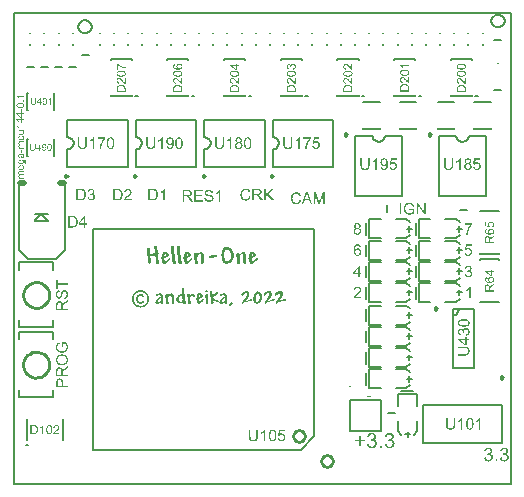
<source format=gto>
G04*
G04 #@! TF.GenerationSoftware,Altium Limited,Altium Designer,22.11.1 (43)*
G04*
G04 Layer_Color=65535*
%FSLAX25Y25*%
%MOIN*%
G70*
G04*
G04 #@! TF.SameCoordinates,07D1034A-46FA-41E3-90C9-D2F90A9C3CC4*
G04*
G04*
G04 #@! TF.FilePolarity,Positive*
G04*
G01*
G75*
%ADD10C,0.00984*%
%ADD11C,0.01000*%
%ADD12C,0.00591*%
%ADD13C,0.00787*%
%ADD14C,0.00394*%
%ADD15C,0.00300*%
%ADD16C,0.00669*%
%ADD17C,0.01968*%
G36*
X163989Y12504D02*
X164024Y12499D01*
X164117Y12489D01*
X164221Y12469D01*
X164339Y12440D01*
X164457Y12400D01*
X164575Y12346D01*
X164580D01*
X164590Y12341D01*
X164604Y12331D01*
X164629Y12317D01*
X164683Y12282D01*
X164752Y12233D01*
X164831Y12169D01*
X164909Y12095D01*
X164988Y12012D01*
X165057Y11913D01*
Y11908D01*
X165062Y11903D01*
X165072Y11884D01*
X165082Y11864D01*
X165096Y11840D01*
X165111Y11810D01*
X165141Y11736D01*
X165170Y11648D01*
X165200Y11549D01*
X165219Y11441D01*
X165224Y11328D01*
Y11323D01*
Y11313D01*
Y11298D01*
Y11279D01*
X165215Y11220D01*
X165205Y11151D01*
X165185Y11067D01*
X165155Y10978D01*
X165116Y10885D01*
X165062Y10792D01*
Y10787D01*
X165057Y10782D01*
X165032Y10752D01*
X164998Y10708D01*
X164944Y10654D01*
X164880Y10590D01*
X164796Y10526D01*
X164703Y10467D01*
X164595Y10408D01*
X164600D01*
X164614Y10403D01*
X164634Y10398D01*
X164663Y10388D01*
X164693Y10378D01*
X164732Y10363D01*
X164826Y10324D01*
X164924Y10270D01*
X165027Y10206D01*
X165131Y10123D01*
X165219Y10019D01*
X165224Y10014D01*
X165229Y10004D01*
X165239Y9990D01*
X165254Y9965D01*
X165273Y9940D01*
X165293Y9906D01*
X165313Y9867D01*
X165333Y9817D01*
X165352Y9768D01*
X165372Y9714D01*
X165411Y9591D01*
X165436Y9448D01*
X165446Y9370D01*
Y9291D01*
Y9286D01*
Y9266D01*
X165441Y9232D01*
Y9193D01*
X165431Y9138D01*
X165421Y9079D01*
X165411Y9015D01*
X165392Y8942D01*
X165367Y8863D01*
X165338Y8784D01*
X165303Y8701D01*
X165259Y8617D01*
X165210Y8528D01*
X165150Y8445D01*
X165087Y8361D01*
X165008Y8282D01*
X165003Y8277D01*
X164988Y8263D01*
X164964Y8243D01*
X164929Y8218D01*
X164890Y8189D01*
X164836Y8155D01*
X164777Y8115D01*
X164708Y8081D01*
X164634Y8041D01*
X164550Y8002D01*
X164462Y7967D01*
X164363Y7938D01*
X164260Y7913D01*
X164152Y7894D01*
X164039Y7879D01*
X163916Y7874D01*
X163891D01*
X163857Y7879D01*
X163817D01*
X163763Y7884D01*
X163704Y7894D01*
X163640Y7903D01*
X163566Y7918D01*
X163488Y7938D01*
X163409Y7963D01*
X163325Y7987D01*
X163242Y8022D01*
X163158Y8066D01*
X163079Y8110D01*
X162996Y8164D01*
X162922Y8228D01*
X162917Y8233D01*
X162907Y8243D01*
X162887Y8263D01*
X162858Y8292D01*
X162828Y8327D01*
X162794Y8371D01*
X162759Y8420D01*
X162720Y8479D01*
X162681Y8538D01*
X162641Y8612D01*
X162602Y8686D01*
X162567Y8770D01*
X162538Y8858D01*
X162508Y8952D01*
X162489Y9050D01*
X162474Y9153D01*
X163030Y9227D01*
Y9222D01*
X163035Y9207D01*
X163040Y9183D01*
X163050Y9148D01*
X163059Y9109D01*
X163069Y9065D01*
X163104Y8961D01*
X163148Y8848D01*
X163202Y8735D01*
X163271Y8632D01*
X163310Y8587D01*
X163350Y8543D01*
X163355D01*
X163360Y8533D01*
X163374Y8523D01*
X163389Y8509D01*
X163438Y8479D01*
X163507Y8440D01*
X163591Y8400D01*
X163684Y8371D01*
X163797Y8346D01*
X163916Y8337D01*
X163955D01*
X163985Y8341D01*
X164014Y8346D01*
X164058Y8351D01*
X164147Y8371D01*
X164255Y8400D01*
X164368Y8450D01*
X164422Y8484D01*
X164477Y8518D01*
X164531Y8558D01*
X164585Y8607D01*
X164590Y8612D01*
X164595Y8622D01*
X164609Y8637D01*
X164629Y8656D01*
X164649Y8681D01*
X164668Y8715D01*
X164693Y8750D01*
X164723Y8794D01*
X164772Y8892D01*
X164811Y9006D01*
X164846Y9138D01*
X164850Y9207D01*
X164855Y9281D01*
Y9286D01*
Y9296D01*
Y9320D01*
X164850Y9345D01*
X164846Y9380D01*
X164841Y9414D01*
X164826Y9503D01*
X164791Y9606D01*
X164747Y9709D01*
X164718Y9763D01*
X164683Y9813D01*
X164644Y9862D01*
X164600Y9911D01*
X164595Y9916D01*
X164590Y9921D01*
X164575Y9935D01*
X164555Y9950D01*
X164531Y9970D01*
X164501Y9990D01*
X164427Y10039D01*
X164334Y10083D01*
X164226Y10123D01*
X164103Y10152D01*
X164034Y10157D01*
X163965Y10162D01*
X163935D01*
X163901Y10157D01*
X163857D01*
X163797Y10147D01*
X163734Y10137D01*
X163655Y10123D01*
X163571Y10103D01*
X163630Y10590D01*
X163640D01*
X163665Y10585D01*
X163694Y10580D01*
X163758D01*
X163783Y10585D01*
X163817D01*
X163852Y10590D01*
X163935Y10605D01*
X164034Y10624D01*
X164142Y10659D01*
X164255Y10703D01*
X164363Y10767D01*
X164368D01*
X164378Y10777D01*
X164388Y10787D01*
X164408Y10801D01*
X164457Y10846D01*
X164511Y10910D01*
X164560Y10988D01*
X164609Y11087D01*
X164629Y11141D01*
X164639Y11205D01*
X164649Y11269D01*
X164654Y11338D01*
Y11343D01*
Y11353D01*
Y11367D01*
X164649Y11392D01*
X164644Y11446D01*
X164629Y11520D01*
X164604Y11598D01*
X164565Y11682D01*
X164511Y11771D01*
X164481Y11810D01*
X164442Y11849D01*
X164432Y11859D01*
X164403Y11879D01*
X164358Y11913D01*
X164299Y11953D01*
X164221Y11987D01*
X164127Y12022D01*
X164024Y12041D01*
X163906Y12051D01*
X163876D01*
X163852Y12046D01*
X163822D01*
X163793Y12041D01*
X163714Y12026D01*
X163630Y12002D01*
X163537Y11963D01*
X163448Y11913D01*
X163360Y11845D01*
X163350Y11835D01*
X163325Y11805D01*
X163286Y11761D01*
X163247Y11692D01*
X163197Y11608D01*
X163153Y11500D01*
X163114Y11377D01*
X163084Y11234D01*
X162528Y11333D01*
Y11338D01*
X162533Y11357D01*
X162538Y11387D01*
X162548Y11426D01*
X162563Y11470D01*
X162577Y11525D01*
X162597Y11584D01*
X162622Y11648D01*
X162686Y11790D01*
X162720Y11859D01*
X162764Y11933D01*
X162813Y12002D01*
X162868Y12071D01*
X162927Y12140D01*
X162991Y12199D01*
X162996Y12204D01*
X163005Y12213D01*
X163030Y12228D01*
X163055Y12248D01*
X163094Y12273D01*
X163133Y12297D01*
X163182Y12327D01*
X163242Y12356D01*
X163301Y12381D01*
X163370Y12410D01*
X163443Y12435D01*
X163522Y12460D01*
X163611Y12479D01*
X163699Y12494D01*
X163793Y12504D01*
X163891Y12509D01*
X163955D01*
X163989Y12504D01*
D02*
G37*
G36*
X158700D02*
X158735Y12499D01*
X158828Y12489D01*
X158932Y12469D01*
X159050Y12440D01*
X159168Y12400D01*
X159286Y12346D01*
X159291D01*
X159301Y12341D01*
X159315Y12331D01*
X159340Y12317D01*
X159394Y12282D01*
X159463Y12233D01*
X159542Y12169D01*
X159620Y12095D01*
X159699Y12012D01*
X159768Y11913D01*
Y11908D01*
X159773Y11903D01*
X159783Y11884D01*
X159793Y11864D01*
X159807Y11840D01*
X159822Y11810D01*
X159852Y11736D01*
X159881Y11648D01*
X159911Y11549D01*
X159930Y11441D01*
X159935Y11328D01*
Y11323D01*
Y11313D01*
Y11298D01*
Y11279D01*
X159925Y11220D01*
X159916Y11151D01*
X159896Y11067D01*
X159866Y10978D01*
X159827Y10885D01*
X159773Y10792D01*
Y10787D01*
X159768Y10782D01*
X159743Y10752D01*
X159709Y10708D01*
X159655Y10654D01*
X159591Y10590D01*
X159507Y10526D01*
X159414Y10467D01*
X159306Y10408D01*
X159310D01*
X159325Y10403D01*
X159345Y10398D01*
X159374Y10388D01*
X159404Y10378D01*
X159443Y10363D01*
X159537Y10324D01*
X159635Y10270D01*
X159739Y10206D01*
X159842Y10123D01*
X159930Y10019D01*
X159935Y10014D01*
X159940Y10004D01*
X159950Y9990D01*
X159965Y9965D01*
X159985Y9940D01*
X160004Y9906D01*
X160024Y9867D01*
X160044Y9817D01*
X160063Y9768D01*
X160083Y9714D01*
X160122Y9591D01*
X160147Y9448D01*
X160157Y9370D01*
Y9291D01*
Y9286D01*
Y9266D01*
X160152Y9232D01*
Y9193D01*
X160142Y9138D01*
X160132Y9079D01*
X160122Y9015D01*
X160103Y8942D01*
X160078Y8863D01*
X160048Y8784D01*
X160014Y8701D01*
X159970Y8617D01*
X159921Y8528D01*
X159862Y8445D01*
X159798Y8361D01*
X159719Y8282D01*
X159714Y8277D01*
X159699Y8263D01*
X159675Y8243D01*
X159640Y8218D01*
X159601Y8189D01*
X159547Y8155D01*
X159488Y8115D01*
X159419Y8081D01*
X159345Y8041D01*
X159261Y8002D01*
X159173Y7967D01*
X159074Y7938D01*
X158971Y7913D01*
X158863Y7894D01*
X158750Y7879D01*
X158627Y7874D01*
X158602D01*
X158568Y7879D01*
X158528D01*
X158474Y7884D01*
X158415Y7894D01*
X158351Y7903D01*
X158277Y7918D01*
X158199Y7938D01*
X158120Y7963D01*
X158036Y7987D01*
X157953Y8022D01*
X157869Y8066D01*
X157790Y8110D01*
X157707Y8164D01*
X157633Y8228D01*
X157628Y8233D01*
X157618Y8243D01*
X157598Y8263D01*
X157569Y8292D01*
X157539Y8327D01*
X157505Y8371D01*
X157470Y8420D01*
X157431Y8479D01*
X157392Y8538D01*
X157352Y8612D01*
X157313Y8686D01*
X157279Y8770D01*
X157249Y8858D01*
X157220Y8952D01*
X157200Y9050D01*
X157185Y9153D01*
X157741Y9227D01*
Y9222D01*
X157746Y9207D01*
X157751Y9183D01*
X157761Y9148D01*
X157771Y9109D01*
X157780Y9065D01*
X157815Y8961D01*
X157859Y8848D01*
X157913Y8735D01*
X157982Y8632D01*
X158021Y8587D01*
X158061Y8543D01*
X158066D01*
X158071Y8533D01*
X158085Y8523D01*
X158100Y8509D01*
X158149Y8479D01*
X158218Y8440D01*
X158302Y8400D01*
X158395Y8371D01*
X158509Y8346D01*
X158627Y8337D01*
X158666D01*
X158695Y8341D01*
X158725Y8346D01*
X158769Y8351D01*
X158858Y8371D01*
X158966Y8400D01*
X159079Y8450D01*
X159133Y8484D01*
X159187Y8518D01*
X159242Y8558D01*
X159296Y8607D01*
X159301Y8612D01*
X159306Y8622D01*
X159320Y8637D01*
X159340Y8656D01*
X159360Y8681D01*
X159379Y8715D01*
X159404Y8750D01*
X159433Y8794D01*
X159483Y8892D01*
X159522Y9006D01*
X159556Y9138D01*
X159561Y9207D01*
X159566Y9281D01*
Y9286D01*
Y9296D01*
Y9320D01*
X159561Y9345D01*
X159556Y9380D01*
X159552Y9414D01*
X159537Y9503D01*
X159502Y9606D01*
X159458Y9709D01*
X159429Y9763D01*
X159394Y9813D01*
X159355Y9862D01*
X159310Y9911D01*
X159306Y9916D01*
X159301Y9921D01*
X159286Y9935D01*
X159266Y9950D01*
X159242Y9970D01*
X159212Y9990D01*
X159138Y10039D01*
X159045Y10083D01*
X158937Y10123D01*
X158814Y10152D01*
X158745Y10157D01*
X158676Y10162D01*
X158646D01*
X158612Y10157D01*
X158568D01*
X158509Y10147D01*
X158445Y10137D01*
X158366Y10123D01*
X158282Y10103D01*
X158341Y10590D01*
X158351D01*
X158376Y10585D01*
X158405Y10580D01*
X158469D01*
X158494Y10585D01*
X158528D01*
X158563Y10590D01*
X158646Y10605D01*
X158745Y10624D01*
X158853Y10659D01*
X158966Y10703D01*
X159074Y10767D01*
X159079D01*
X159089Y10777D01*
X159099Y10787D01*
X159119Y10801D01*
X159168Y10846D01*
X159222Y10910D01*
X159271Y10988D01*
X159320Y11087D01*
X159340Y11141D01*
X159350Y11205D01*
X159360Y11269D01*
X159365Y11338D01*
Y11343D01*
Y11353D01*
Y11367D01*
X159360Y11392D01*
X159355Y11446D01*
X159340Y11520D01*
X159315Y11598D01*
X159276Y11682D01*
X159222Y11771D01*
X159192Y11810D01*
X159153Y11849D01*
X159143Y11859D01*
X159114Y11879D01*
X159069Y11913D01*
X159010Y11953D01*
X158932Y11987D01*
X158838Y12022D01*
X158735Y12041D01*
X158617Y12051D01*
X158587D01*
X158563Y12046D01*
X158533D01*
X158504Y12041D01*
X158425Y12026D01*
X158341Y12002D01*
X158248Y11963D01*
X158159Y11913D01*
X158071Y11845D01*
X158061Y11835D01*
X158036Y11805D01*
X157997Y11761D01*
X157957Y11692D01*
X157908Y11608D01*
X157864Y11500D01*
X157825Y11377D01*
X157795Y11234D01*
X157239Y11333D01*
Y11338D01*
X157244Y11357D01*
X157249Y11387D01*
X157259Y11426D01*
X157274Y11470D01*
X157288Y11525D01*
X157308Y11584D01*
X157333Y11648D01*
X157397Y11790D01*
X157431Y11859D01*
X157475Y11933D01*
X157525Y12002D01*
X157579Y12071D01*
X157638Y12140D01*
X157702Y12199D01*
X157707Y12204D01*
X157716Y12213D01*
X157741Y12228D01*
X157766Y12248D01*
X157805Y12273D01*
X157844Y12297D01*
X157894Y12327D01*
X157953Y12356D01*
X158012Y12381D01*
X158080Y12410D01*
X158154Y12435D01*
X158233Y12460D01*
X158322Y12479D01*
X158410Y12494D01*
X158504Y12504D01*
X158602Y12509D01*
X158666D01*
X158700Y12504D01*
D02*
G37*
G36*
X161657Y7953D02*
X161023D01*
Y8587D01*
X161657D01*
Y7953D01*
D02*
G37*
G36*
X125738Y17441D02*
X125776Y17436D01*
X125880Y17425D01*
X125994Y17403D01*
X126125Y17370D01*
X126256Y17326D01*
X126387Y17266D01*
X126393D01*
X126404Y17261D01*
X126420Y17250D01*
X126447Y17233D01*
X126507Y17195D01*
X126584Y17141D01*
X126671Y17070D01*
X126759Y16988D01*
X126846Y16895D01*
X126922Y16786D01*
Y16780D01*
X126928Y16775D01*
X126939Y16753D01*
X126950Y16731D01*
X126966Y16704D01*
X126982Y16671D01*
X127015Y16589D01*
X127048Y16491D01*
X127081Y16382D01*
X127102Y16262D01*
X127108Y16136D01*
Y16131D01*
Y16120D01*
Y16103D01*
Y16082D01*
X127097Y16016D01*
X127086Y15939D01*
X127064Y15847D01*
X127032Y15748D01*
X126988Y15645D01*
X126928Y15541D01*
Y15536D01*
X126922Y15530D01*
X126895Y15497D01*
X126857Y15448D01*
X126797Y15388D01*
X126726Y15317D01*
X126633Y15246D01*
X126529Y15181D01*
X126409Y15115D01*
X126415D01*
X126431Y15110D01*
X126453Y15104D01*
X126486Y15093D01*
X126518Y15082D01*
X126562Y15066D01*
X126666Y15022D01*
X126775Y14962D01*
X126890Y14891D01*
X127004Y14798D01*
X127102Y14684D01*
X127108Y14678D01*
X127113Y14667D01*
X127124Y14651D01*
X127141Y14624D01*
X127163Y14596D01*
X127184Y14558D01*
X127206Y14514D01*
X127228Y14460D01*
X127250Y14405D01*
X127272Y14345D01*
X127315Y14209D01*
X127343Y14050D01*
X127354Y13963D01*
Y13876D01*
Y13870D01*
Y13848D01*
X127348Y13810D01*
Y13766D01*
X127337Y13706D01*
X127326Y13641D01*
X127315Y13570D01*
X127294Y13488D01*
X127266Y13401D01*
X127234Y13313D01*
X127195Y13220D01*
X127146Y13128D01*
X127092Y13029D01*
X127026Y12936D01*
X126955Y12844D01*
X126868Y12756D01*
X126862Y12751D01*
X126846Y12734D01*
X126819Y12713D01*
X126780Y12685D01*
X126737Y12653D01*
X126677Y12614D01*
X126611Y12571D01*
X126535Y12532D01*
X126453Y12489D01*
X126360Y12445D01*
X126262Y12407D01*
X126153Y12374D01*
X126038Y12347D01*
X125918Y12325D01*
X125792Y12309D01*
X125656Y12303D01*
X125628D01*
X125590Y12309D01*
X125546D01*
X125486Y12314D01*
X125421Y12325D01*
X125350Y12336D01*
X125268Y12352D01*
X125181Y12374D01*
X125093Y12401D01*
X125000Y12429D01*
X124908Y12467D01*
X124815Y12516D01*
X124727Y12565D01*
X124635Y12625D01*
X124553Y12696D01*
X124547Y12702D01*
X124536Y12713D01*
X124514Y12734D01*
X124482Y12767D01*
X124449Y12806D01*
X124411Y12855D01*
X124372Y12909D01*
X124329Y12975D01*
X124285Y13040D01*
X124241Y13122D01*
X124198Y13204D01*
X124160Y13297D01*
X124127Y13395D01*
X124094Y13499D01*
X124072Y13608D01*
X124056Y13723D01*
X124673Y13805D01*
Y13799D01*
X124678Y13783D01*
X124684Y13756D01*
X124695Y13717D01*
X124706Y13674D01*
X124716Y13624D01*
X124755Y13510D01*
X124804Y13384D01*
X124864Y13259D01*
X124940Y13144D01*
X124984Y13095D01*
X125028Y13046D01*
X125033D01*
X125039Y13035D01*
X125055Y13024D01*
X125071Y13007D01*
X125126Y12975D01*
X125202Y12931D01*
X125295Y12887D01*
X125399Y12855D01*
X125525Y12827D01*
X125656Y12816D01*
X125699D01*
X125732Y12822D01*
X125765Y12827D01*
X125814Y12833D01*
X125912Y12855D01*
X126032Y12887D01*
X126158Y12942D01*
X126218Y12980D01*
X126278Y13018D01*
X126338Y13062D01*
X126398Y13117D01*
X126404Y13122D01*
X126409Y13133D01*
X126426Y13149D01*
X126447Y13171D01*
X126469Y13199D01*
X126491Y13237D01*
X126518Y13275D01*
X126551Y13324D01*
X126606Y13433D01*
X126649Y13559D01*
X126688Y13706D01*
X126693Y13783D01*
X126699Y13865D01*
Y13870D01*
Y13881D01*
Y13908D01*
X126693Y13936D01*
X126688Y13974D01*
X126682Y14012D01*
X126666Y14110D01*
X126628Y14225D01*
X126578Y14340D01*
X126546Y14400D01*
X126507Y14454D01*
X126464Y14509D01*
X126415Y14564D01*
X126409Y14569D01*
X126404Y14574D01*
X126387Y14591D01*
X126365Y14607D01*
X126338Y14629D01*
X126305Y14651D01*
X126224Y14706D01*
X126120Y14755D01*
X126000Y14798D01*
X125863Y14831D01*
X125787Y14837D01*
X125710Y14842D01*
X125677D01*
X125639Y14837D01*
X125590D01*
X125525Y14826D01*
X125454Y14815D01*
X125366Y14798D01*
X125273Y14776D01*
X125339Y15317D01*
X125350D01*
X125377Y15312D01*
X125410Y15306D01*
X125481D01*
X125508Y15312D01*
X125546D01*
X125585Y15317D01*
X125677Y15333D01*
X125787Y15355D01*
X125907Y15394D01*
X126032Y15443D01*
X126153Y15514D01*
X126158D01*
X126169Y15525D01*
X126180Y15536D01*
X126202Y15552D01*
X126256Y15601D01*
X126316Y15672D01*
X126371Y15759D01*
X126426Y15868D01*
X126447Y15929D01*
X126458Y16000D01*
X126469Y16071D01*
X126475Y16147D01*
Y16152D01*
Y16163D01*
Y16180D01*
X126469Y16207D01*
X126464Y16267D01*
X126447Y16349D01*
X126420Y16436D01*
X126376Y16529D01*
X126316Y16627D01*
X126284Y16671D01*
X126240Y16715D01*
X126229Y16726D01*
X126196Y16748D01*
X126147Y16786D01*
X126082Y16829D01*
X125994Y16868D01*
X125890Y16906D01*
X125776Y16928D01*
X125645Y16939D01*
X125612D01*
X125585Y16933D01*
X125552D01*
X125519Y16928D01*
X125432Y16911D01*
X125339Y16884D01*
X125235Y16840D01*
X125137Y16786D01*
X125039Y16709D01*
X125028Y16698D01*
X125000Y16666D01*
X124957Y16617D01*
X124913Y16540D01*
X124858Y16447D01*
X124809Y16327D01*
X124766Y16191D01*
X124733Y16032D01*
X124116Y16141D01*
Y16147D01*
X124121Y16169D01*
X124127Y16202D01*
X124138Y16245D01*
X124154Y16294D01*
X124170Y16354D01*
X124192Y16420D01*
X124220Y16491D01*
X124291Y16649D01*
X124329Y16726D01*
X124378Y16808D01*
X124433Y16884D01*
X124493Y16961D01*
X124558Y17037D01*
X124629Y17102D01*
X124635Y17108D01*
X124645Y17119D01*
X124673Y17135D01*
X124700Y17157D01*
X124744Y17184D01*
X124787Y17212D01*
X124842Y17244D01*
X124908Y17277D01*
X124973Y17304D01*
X125049Y17337D01*
X125131Y17365D01*
X125219Y17392D01*
X125317Y17414D01*
X125415Y17430D01*
X125519Y17441D01*
X125628Y17447D01*
X125699D01*
X125738Y17441D01*
D02*
G37*
G36*
X119868D02*
X119906Y17436D01*
X120010Y17425D01*
X120125Y17403D01*
X120256Y17370D01*
X120387Y17326D01*
X120518Y17266D01*
X120523D01*
X120534Y17261D01*
X120551Y17250D01*
X120578Y17233D01*
X120638Y17195D01*
X120714Y17141D01*
X120802Y17070D01*
X120889Y16988D01*
X120976Y16895D01*
X121053Y16786D01*
Y16780D01*
X121058Y16775D01*
X121069Y16753D01*
X121080Y16731D01*
X121097Y16704D01*
X121113Y16671D01*
X121146Y16589D01*
X121178Y16491D01*
X121211Y16382D01*
X121233Y16262D01*
X121239Y16136D01*
Y16131D01*
Y16120D01*
Y16103D01*
Y16082D01*
X121228Y16016D01*
X121217Y15939D01*
X121195Y15847D01*
X121162Y15748D01*
X121118Y15645D01*
X121058Y15541D01*
Y15536D01*
X121053Y15530D01*
X121026Y15497D01*
X120987Y15448D01*
X120927Y15388D01*
X120856Y15317D01*
X120763Y15246D01*
X120660Y15181D01*
X120540Y15115D01*
X120545D01*
X120561Y15110D01*
X120583Y15104D01*
X120616Y15093D01*
X120649Y15082D01*
X120693Y15066D01*
X120796Y15022D01*
X120905Y14962D01*
X121020Y14891D01*
X121135Y14798D01*
X121233Y14684D01*
X121239Y14678D01*
X121244Y14667D01*
X121255Y14651D01*
X121271Y14624D01*
X121293Y14596D01*
X121315Y14558D01*
X121337Y14514D01*
X121359Y14460D01*
X121380Y14405D01*
X121402Y14345D01*
X121446Y14209D01*
X121473Y14050D01*
X121484Y13963D01*
Y13876D01*
Y13870D01*
Y13848D01*
X121479Y13810D01*
Y13766D01*
X121468Y13706D01*
X121457Y13641D01*
X121446Y13570D01*
X121424Y13488D01*
X121397Y13401D01*
X121364Y13313D01*
X121326Y13220D01*
X121277Y13128D01*
X121222Y13029D01*
X121157Y12936D01*
X121086Y12844D01*
X120998Y12756D01*
X120993Y12751D01*
X120976Y12734D01*
X120949Y12713D01*
X120911Y12685D01*
X120867Y12653D01*
X120807Y12614D01*
X120742Y12571D01*
X120665Y12532D01*
X120583Y12489D01*
X120491Y12445D01*
X120392Y12407D01*
X120283Y12374D01*
X120168Y12347D01*
X120048Y12325D01*
X119923Y12309D01*
X119786Y12303D01*
X119759D01*
X119721Y12309D01*
X119677D01*
X119617Y12314D01*
X119551Y12325D01*
X119480Y12336D01*
X119398Y12352D01*
X119311Y12374D01*
X119224Y12401D01*
X119131Y12429D01*
X119038Y12467D01*
X118945Y12516D01*
X118858Y12565D01*
X118765Y12625D01*
X118683Y12696D01*
X118678Y12702D01*
X118667Y12713D01*
X118645Y12734D01*
X118612Y12767D01*
X118579Y12806D01*
X118541Y12855D01*
X118503Y12909D01*
X118459Y12975D01*
X118416Y13040D01*
X118372Y13122D01*
X118328Y13204D01*
X118290Y13297D01*
X118257Y13395D01*
X118225Y13499D01*
X118203Y13608D01*
X118186Y13723D01*
X118803Y13805D01*
Y13799D01*
X118809Y13783D01*
X118814Y13756D01*
X118825Y13717D01*
X118836Y13674D01*
X118847Y13624D01*
X118885Y13510D01*
X118934Y13384D01*
X118994Y13259D01*
X119071Y13144D01*
X119114Y13095D01*
X119158Y13046D01*
X119164D01*
X119169Y13035D01*
X119185Y13024D01*
X119202Y13007D01*
X119256Y12975D01*
X119333Y12931D01*
X119426Y12887D01*
X119529Y12855D01*
X119655Y12827D01*
X119786Y12816D01*
X119830D01*
X119863Y12822D01*
X119895Y12827D01*
X119945Y12833D01*
X120043Y12855D01*
X120163Y12887D01*
X120288Y12942D01*
X120349Y12980D01*
X120408Y13018D01*
X120469Y13062D01*
X120529Y13117D01*
X120534Y13122D01*
X120540Y13133D01*
X120556Y13149D01*
X120578Y13171D01*
X120600Y13199D01*
X120622Y13237D01*
X120649Y13275D01*
X120682Y13324D01*
X120736Y13433D01*
X120780Y13559D01*
X120818Y13706D01*
X120824Y13783D01*
X120829Y13865D01*
Y13870D01*
Y13881D01*
Y13908D01*
X120824Y13936D01*
X120818Y13974D01*
X120813Y14012D01*
X120796Y14110D01*
X120758Y14225D01*
X120709Y14340D01*
X120676Y14400D01*
X120638Y14454D01*
X120594Y14509D01*
X120545Y14564D01*
X120540Y14569D01*
X120534Y14574D01*
X120518Y14591D01*
X120496Y14607D01*
X120469Y14629D01*
X120436Y14651D01*
X120354Y14706D01*
X120250Y14755D01*
X120130Y14798D01*
X119994Y14831D01*
X119917Y14837D01*
X119841Y14842D01*
X119808D01*
X119770Y14837D01*
X119721D01*
X119655Y14826D01*
X119584Y14815D01*
X119497Y14798D01*
X119404Y14776D01*
X119469Y15317D01*
X119480D01*
X119508Y15312D01*
X119540Y15306D01*
X119611D01*
X119639Y15312D01*
X119677D01*
X119715Y15317D01*
X119808Y15333D01*
X119917Y15355D01*
X120037Y15394D01*
X120163Y15443D01*
X120283Y15514D01*
X120288D01*
X120299Y15525D01*
X120310Y15536D01*
X120332Y15552D01*
X120387Y15601D01*
X120447Y15672D01*
X120501Y15759D01*
X120556Y15868D01*
X120578Y15929D01*
X120589Y16000D01*
X120600Y16071D01*
X120605Y16147D01*
Y16152D01*
Y16163D01*
Y16180D01*
X120600Y16207D01*
X120594Y16267D01*
X120578Y16349D01*
X120551Y16436D01*
X120507Y16529D01*
X120447Y16627D01*
X120414Y16671D01*
X120370Y16715D01*
X120359Y16726D01*
X120327Y16748D01*
X120278Y16786D01*
X120212Y16829D01*
X120125Y16868D01*
X120021Y16906D01*
X119906Y16928D01*
X119775Y16939D01*
X119742D01*
X119715Y16933D01*
X119682D01*
X119650Y16928D01*
X119562Y16911D01*
X119469Y16884D01*
X119366Y16840D01*
X119267Y16786D01*
X119169Y16709D01*
X119158Y16698D01*
X119131Y16666D01*
X119087Y16617D01*
X119044Y16540D01*
X118989Y16447D01*
X118940Y16327D01*
X118896Y16191D01*
X118863Y16032D01*
X118246Y16141D01*
Y16147D01*
X118252Y16169D01*
X118257Y16202D01*
X118268Y16245D01*
X118285Y16294D01*
X118301Y16354D01*
X118323Y16420D01*
X118350Y16491D01*
X118421Y16649D01*
X118459Y16726D01*
X118509Y16808D01*
X118563Y16884D01*
X118623Y16961D01*
X118689Y17037D01*
X118760Y17102D01*
X118765Y17108D01*
X118776Y17119D01*
X118803Y17135D01*
X118831Y17157D01*
X118874Y17184D01*
X118918Y17212D01*
X118973Y17244D01*
X119038Y17277D01*
X119104Y17304D01*
X119180Y17337D01*
X119262Y17365D01*
X119349Y17392D01*
X119448Y17414D01*
X119546Y17430D01*
X119650Y17441D01*
X119759Y17447D01*
X119830D01*
X119868Y17441D01*
D02*
G37*
G36*
X116128Y15164D02*
X117498D01*
Y14585D01*
X116128D01*
Y13204D01*
X115544D01*
Y14585D01*
X114173D01*
Y15164D01*
X115544D01*
Y16535D01*
X116128D01*
Y15164D01*
D02*
G37*
G36*
X123150Y12391D02*
X122445D01*
Y13095D01*
X123150D01*
Y12391D01*
D02*
G37*
G36*
X132437Y94122D02*
X132478Y94118D01*
X132524Y94114D01*
X132578Y94109D01*
X132695Y94093D01*
X132824Y94068D01*
X132953Y94035D01*
X133082Y93989D01*
X133086D01*
X133098Y93985D01*
X133115Y93976D01*
X133136Y93964D01*
X133165Y93951D01*
X133198Y93935D01*
X133273Y93893D01*
X133360Y93839D01*
X133448Y93777D01*
X133531Y93702D01*
X133610Y93614D01*
X133614Y93610D01*
X133618Y93602D01*
X133627Y93590D01*
X133643Y93573D01*
X133656Y93548D01*
X133677Y93519D01*
X133697Y93485D01*
X133718Y93444D01*
X133743Y93402D01*
X133764Y93357D01*
X133789Y93302D01*
X133814Y93248D01*
X133860Y93124D01*
X133901Y92986D01*
X133440Y92861D01*
Y92866D01*
X133435Y92874D01*
X133431Y92891D01*
X133423Y92911D01*
X133414Y92932D01*
X133406Y92961D01*
X133381Y93028D01*
X133348Y93103D01*
X133310Y93178D01*
X133269Y93252D01*
X133223Y93319D01*
X133219Y93327D01*
X133198Y93348D01*
X133169Y93377D01*
X133132Y93419D01*
X133078Y93461D01*
X133015Y93506D01*
X132940Y93548D01*
X132857Y93590D01*
X132853D01*
X132845Y93594D01*
X132832Y93598D01*
X132816Y93606D01*
X132795Y93614D01*
X132765Y93623D01*
X132703Y93644D01*
X132624Y93660D01*
X132537Y93677D01*
X132437Y93689D01*
X132333Y93694D01*
X132275D01*
X132246Y93689D01*
X132208D01*
X132171Y93685D01*
X132125Y93681D01*
X132033Y93669D01*
X131929Y93648D01*
X131830Y93623D01*
X131730Y93585D01*
X131726D01*
X131717Y93581D01*
X131705Y93573D01*
X131688Y93564D01*
X131642Y93544D01*
X131584Y93510D01*
X131518Y93469D01*
X131451Y93419D01*
X131380Y93365D01*
X131318Y93302D01*
X131309Y93294D01*
X131293Y93273D01*
X131264Y93236D01*
X131230Y93190D01*
X131193Y93136D01*
X131151Y93069D01*
X131114Y92999D01*
X131081Y92924D01*
Y92920D01*
X131077Y92907D01*
X131068Y92891D01*
X131060Y92861D01*
X131047Y92828D01*
X131035Y92791D01*
X131023Y92745D01*
X131010Y92695D01*
X130993Y92641D01*
X130981Y92579D01*
X130960Y92450D01*
X130944Y92304D01*
X130935Y92150D01*
Y92146D01*
Y92129D01*
Y92100D01*
X130939Y92067D01*
Y92021D01*
X130944Y91971D01*
X130952Y91913D01*
X130956Y91851D01*
X130977Y91713D01*
X131010Y91572D01*
X131052Y91426D01*
X131110Y91289D01*
X131114Y91285D01*
X131118Y91272D01*
X131126Y91256D01*
X131143Y91231D01*
X131160Y91206D01*
X131185Y91172D01*
X131239Y91098D01*
X131314Y91014D01*
X131401Y90927D01*
X131501Y90848D01*
X131559Y90811D01*
X131622Y90777D01*
X131626D01*
X131638Y90769D01*
X131655Y90761D01*
X131680Y90752D01*
X131713Y90740D01*
X131751Y90723D01*
X131792Y90711D01*
X131838Y90694D01*
X131888Y90677D01*
X131946Y90665D01*
X132067Y90636D01*
X132200Y90619D01*
X132341Y90611D01*
X132375D01*
X132399Y90615D01*
X132429D01*
X132462Y90619D01*
X132499Y90623D01*
X132545Y90628D01*
X132641Y90640D01*
X132749Y90665D01*
X132865Y90694D01*
X132982Y90736D01*
X132986D01*
X132994Y90740D01*
X133011Y90748D01*
X133036Y90756D01*
X133061Y90769D01*
X133090Y90786D01*
X133161Y90819D01*
X133240Y90860D01*
X133319Y90906D01*
X133394Y90952D01*
X133460Y91006D01*
Y91726D01*
X132333D01*
Y92179D01*
X133959D01*
Y90752D01*
X133955Y90748D01*
X133943Y90740D01*
X133922Y90723D01*
X133893Y90702D01*
X133860Y90677D01*
X133818Y90653D01*
X133772Y90619D01*
X133722Y90586D01*
X133668Y90553D01*
X133606Y90515D01*
X133477Y90440D01*
X133335Y90370D01*
X133186Y90307D01*
X133182D01*
X133169Y90299D01*
X133148Y90295D01*
X133115Y90282D01*
X133082Y90274D01*
X133036Y90262D01*
X132990Y90245D01*
X132936Y90232D01*
X132874Y90220D01*
X132811Y90203D01*
X132674Y90182D01*
X132524Y90166D01*
X132370Y90158D01*
X132316D01*
X132275Y90162D01*
X132225Y90166D01*
X132167Y90170D01*
X132100Y90178D01*
X132029Y90187D01*
X131954Y90199D01*
X131871Y90216D01*
X131788Y90237D01*
X131696Y90262D01*
X131609Y90286D01*
X131522Y90320D01*
X131430Y90357D01*
X131343Y90399D01*
X131339Y90403D01*
X131322Y90411D01*
X131297Y90424D01*
X131268Y90444D01*
X131230Y90469D01*
X131185Y90499D01*
X131135Y90536D01*
X131081Y90578D01*
X131027Y90623D01*
X130968Y90677D01*
X130910Y90732D01*
X130852Y90794D01*
X130798Y90865D01*
X130744Y90935D01*
X130690Y91014D01*
X130644Y91098D01*
X130640Y91102D01*
X130636Y91118D01*
X130623Y91143D01*
X130606Y91177D01*
X130590Y91222D01*
X130569Y91272D01*
X130548Y91331D01*
X130527Y91397D01*
X130507Y91468D01*
X130486Y91547D01*
X130465Y91634D01*
X130448Y91722D01*
X130432Y91817D01*
X130419Y91913D01*
X130415Y92017D01*
X130411Y92121D01*
Y92129D01*
Y92146D01*
Y92175D01*
X130415Y92217D01*
X130419Y92267D01*
X130423Y92325D01*
X130432Y92391D01*
X130440Y92462D01*
X130453Y92541D01*
X130469Y92624D01*
X130511Y92799D01*
X130536Y92891D01*
X130569Y92982D01*
X130602Y93074D01*
X130644Y93165D01*
X130648Y93169D01*
X130656Y93186D01*
X130669Y93211D01*
X130685Y93244D01*
X130710Y93286D01*
X130740Y93332D01*
X130777Y93382D01*
X130815Y93440D01*
X130860Y93498D01*
X130910Y93556D01*
X130964Y93614D01*
X131027Y93677D01*
X131089Y93735D01*
X131160Y93789D01*
X131235Y93843D01*
X131314Y93889D01*
X131318Y93893D01*
X131334Y93897D01*
X131360Y93910D01*
X131393Y93926D01*
X131434Y93943D01*
X131484Y93964D01*
X131543Y93985D01*
X131605Y94010D01*
X131676Y94030D01*
X131755Y94051D01*
X131838Y94072D01*
X131929Y94089D01*
X132021Y94105D01*
X132121Y94118D01*
X132225Y94122D01*
X132329Y94126D01*
X132399D01*
X132437Y94122D01*
D02*
G37*
G36*
X137728Y90220D02*
X137204D01*
X135191Y93232D01*
Y90220D01*
X134704D01*
Y94060D01*
X135224D01*
X137242Y91044D01*
Y94060D01*
X137728D01*
Y90220D01*
D02*
G37*
G36*
X129641D02*
X129134D01*
Y94060D01*
X129641D01*
Y90220D01*
D02*
G37*
G36*
X3837Y129537D02*
X1869D01*
X1874Y129532D01*
X1888Y129518D01*
X1907Y129493D01*
X1934Y129458D01*
X1967Y129417D01*
X2002Y129365D01*
X2041Y129308D01*
X2081Y129242D01*
Y129239D01*
X2087Y129234D01*
X2093Y129226D01*
X2098Y129212D01*
X2109Y129196D01*
X2117Y129177D01*
X2142Y129133D01*
X2166Y129084D01*
X2193Y129029D01*
X2218Y128972D01*
X2240Y128917D01*
X1942D01*
X1940Y128920D01*
X1937Y128928D01*
X1929Y128942D01*
X1921Y128961D01*
X1910Y128983D01*
X1893Y129010D01*
X1877Y129040D01*
X1860Y129070D01*
X1817Y129141D01*
X1765Y129218D01*
X1710Y129297D01*
X1647Y129371D01*
X1645Y129373D01*
X1639Y129379D01*
X1631Y129390D01*
X1617Y129403D01*
X1601Y129417D01*
X1585Y129436D01*
X1538Y129477D01*
X1489Y129523D01*
X1432Y129570D01*
X1372Y129611D01*
X1309Y129646D01*
Y129846D01*
X3837D01*
Y129537D01*
D02*
G37*
G36*
Y127877D02*
X3485D01*
Y128229D01*
X3837D01*
Y127877D01*
D02*
G37*
G36*
X2707Y127386D02*
X2748Y127383D01*
X2797Y127380D01*
X2849Y127378D01*
X2906Y127372D01*
X2963Y127367D01*
X3083Y127350D01*
X3201Y127326D01*
X3258Y127312D01*
X3310Y127296D01*
X3313D01*
X3321Y127290D01*
X3337Y127288D01*
X3354Y127279D01*
X3378Y127269D01*
X3403Y127258D01*
X3433Y127244D01*
X3466Y127227D01*
X3534Y127189D01*
X3602Y127143D01*
X3670Y127088D01*
X3700Y127056D01*
X3731Y127023D01*
X3733Y127020D01*
X3736Y127015D01*
X3744Y127004D01*
X3752Y126990D01*
X3763Y126974D01*
X3777Y126952D01*
X3791Y126927D01*
X3804Y126897D01*
X3818Y126867D01*
X3831Y126832D01*
X3842Y126796D01*
X3856Y126755D01*
X3864Y126711D01*
X3872Y126665D01*
X3875Y126619D01*
X3878Y126567D01*
Y126550D01*
X3875Y126531D01*
X3872Y126507D01*
X3870Y126477D01*
X3864Y126441D01*
X3856Y126403D01*
X3845Y126359D01*
X3831Y126316D01*
X3815Y126269D01*
X3793Y126220D01*
X3769Y126174D01*
X3739Y126127D01*
X3703Y126081D01*
X3665Y126037D01*
X3619Y125996D01*
X3616Y125994D01*
X3605Y125985D01*
X3586Y125974D01*
X3559Y125958D01*
X3523Y125939D01*
X3482Y125917D01*
X3430Y125895D01*
X3373Y125873D01*
X3305Y125849D01*
X3231Y125827D01*
X3146Y125805D01*
X3053Y125786D01*
X2952Y125770D01*
X2843Y125759D01*
X2723Y125751D01*
X2595Y125748D01*
X2589D01*
X2576D01*
X2551D01*
X2521Y125751D01*
X2483D01*
X2439Y125753D01*
X2390Y125756D01*
X2338Y125759D01*
X2281Y125764D01*
X2224Y125770D01*
X2103Y125786D01*
X1986Y125808D01*
X1929Y125822D01*
X1877Y125838D01*
X1874D01*
X1866Y125843D01*
X1850Y125849D01*
X1830Y125854D01*
X1808Y125865D01*
X1781Y125876D01*
X1754Y125890D01*
X1721Y125906D01*
X1653Y125944D01*
X1585Y125994D01*
X1516Y126048D01*
X1486Y126078D01*
X1456Y126111D01*
X1454Y126114D01*
X1451Y126119D01*
X1443Y126130D01*
X1434Y126144D01*
X1421Y126160D01*
X1410Y126182D01*
X1396Y126207D01*
X1383Y126236D01*
X1369Y126267D01*
X1355Y126302D01*
X1342Y126340D01*
X1331Y126379D01*
X1323Y126422D01*
X1314Y126469D01*
X1312Y126518D01*
X1309Y126567D01*
Y126600D01*
X1312Y126619D01*
X1314Y126638D01*
X1320Y126687D01*
X1328Y126742D01*
X1344Y126802D01*
X1364Y126862D01*
X1391Y126922D01*
Y126925D01*
X1394Y126930D01*
X1399Y126938D01*
X1407Y126949D01*
X1424Y126976D01*
X1451Y127012D01*
X1484Y127053D01*
X1525Y127094D01*
X1574Y127137D01*
X1628Y127176D01*
X1631D01*
X1637Y127181D01*
X1645Y127184D01*
X1656Y127192D01*
X1669Y127200D01*
X1688Y127211D01*
X1710Y127219D01*
X1732Y127233D01*
X1787Y127258D01*
X1850Y127282D01*
X1923Y127309D01*
X2002Y127331D01*
X2005D01*
X2013Y127334D01*
X2024Y127337D01*
X2043Y127339D01*
X2065Y127345D01*
X2093Y127350D01*
X2122Y127356D01*
X2158Y127361D01*
X2199Y127364D01*
X2243Y127369D01*
X2292Y127375D01*
X2344Y127380D01*
X2401Y127383D01*
X2461Y127386D01*
X2527Y127389D01*
X2595D01*
X2600D01*
X2614D01*
X2638D01*
X2668D01*
X2707Y127386D01*
D02*
G37*
G36*
X3081Y124539D02*
X2770D01*
Y125491D01*
X3081D01*
Y124539D01*
D02*
G37*
G36*
X3234Y123919D02*
X3837D01*
Y123610D01*
X3234D01*
Y122513D01*
X2950D01*
X1317Y123665D01*
Y123919D01*
X2950D01*
Y124260D01*
X3234D01*
Y123919D01*
D02*
G37*
G36*
Y121961D02*
X3837D01*
Y121653D01*
X3234D01*
Y120555D01*
X2950D01*
X1317Y121707D01*
Y121961D01*
X2950D01*
Y122303D01*
X3234D01*
Y121961D01*
D02*
G37*
G36*
X3837Y119559D02*
X1869D01*
X1874Y119553D01*
X1888Y119540D01*
X1907Y119515D01*
X1934Y119480D01*
X1967Y119439D01*
X2002Y119387D01*
X2041Y119330D01*
X2081Y119264D01*
Y119261D01*
X2087Y119256D01*
X2093Y119248D01*
X2098Y119234D01*
X2109Y119218D01*
X2117Y119199D01*
X2142Y119155D01*
X2166Y119106D01*
X2193Y119051D01*
X2218Y118994D01*
X2240Y118939D01*
X1942D01*
X1940Y118942D01*
X1937Y118950D01*
X1929Y118964D01*
X1921Y118983D01*
X1910Y119005D01*
X1893Y119032D01*
X1877Y119062D01*
X1860Y119092D01*
X1817Y119163D01*
X1765Y119239D01*
X1710Y119319D01*
X1647Y119392D01*
X1645Y119395D01*
X1639Y119401D01*
X1631Y119412D01*
X1617Y119425D01*
X1601Y119439D01*
X1585Y119458D01*
X1538Y119499D01*
X1489Y119545D01*
X1432Y119592D01*
X1372Y119633D01*
X1309Y119668D01*
Y119867D01*
X3837D01*
Y119559D01*
D02*
G37*
G36*
Y118027D02*
X3569D01*
X3572Y118025D01*
X3583Y118017D01*
X3597Y118006D01*
X3619Y117989D01*
X3640Y117967D01*
X3668Y117940D01*
X3695Y117910D01*
X3722Y117875D01*
X3752Y117834D01*
X3780Y117790D01*
X3807Y117744D01*
X3829Y117692D01*
X3851Y117634D01*
X3864Y117577D01*
X3875Y117514D01*
X3878Y117446D01*
Y117419D01*
X3875Y117389D01*
X3870Y117348D01*
X3864Y117301D01*
X3853Y117249D01*
X3837Y117198D01*
X3818Y117143D01*
Y117140D01*
X3815Y117137D01*
X3807Y117121D01*
X3793Y117096D01*
X3774Y117064D01*
X3752Y117031D01*
X3725Y116996D01*
X3695Y116963D01*
X3662Y116935D01*
X3657Y116933D01*
X3646Y116925D01*
X3624Y116914D01*
X3597Y116900D01*
X3564Y116884D01*
X3526Y116867D01*
X3482Y116853D01*
X3433Y116840D01*
X3427D01*
X3416Y116837D01*
X3392Y116834D01*
X3362Y116832D01*
X3321Y116829D01*
X3272Y116826D01*
X3212Y116823D01*
X3144D01*
X2011D01*
Y117132D01*
X3023D01*
X3026D01*
X3034D01*
X3045D01*
X3062D01*
X3083D01*
X3105D01*
X3154Y117135D01*
X3209D01*
X3264Y117140D01*
X3313Y117143D01*
X3335Y117146D01*
X3351Y117148D01*
X3356Y117151D01*
X3370Y117154D01*
X3395Y117162D01*
X3422Y117176D01*
X3452Y117192D01*
X3482Y117214D01*
X3515Y117241D01*
X3542Y117274D01*
X3545Y117279D01*
X3553Y117290D01*
X3564Y117312D01*
X3575Y117340D01*
X3588Y117372D01*
X3599Y117413D01*
X3608Y117460D01*
X3610Y117509D01*
Y117533D01*
X3608Y117558D01*
X3602Y117593D01*
X3594Y117634D01*
X3580Y117678D01*
X3564Y117722D01*
X3539Y117768D01*
Y117771D01*
X3537Y117773D01*
X3526Y117787D01*
X3509Y117809D01*
X3488Y117836D01*
X3460Y117864D01*
X3427Y117894D01*
X3389Y117921D01*
X3345Y117943D01*
X3343D01*
X3340Y117946D01*
X3332Y117948D01*
X3324Y117951D01*
X3310Y117954D01*
X3294Y117959D01*
X3277Y117965D01*
X3255Y117970D01*
X3204Y117978D01*
X3144Y117987D01*
X3073Y117992D01*
X2991Y117995D01*
X2011D01*
Y118303D01*
X3837D01*
Y118027D01*
D02*
G37*
G36*
X3223Y116564D02*
X3239Y116561D01*
X3261Y116556D01*
X3288Y116548D01*
X3318Y116540D01*
X3351Y116529D01*
X3389Y116515D01*
X3466Y116482D01*
X3507Y116460D01*
X3548Y116436D01*
X3588Y116411D01*
X3629Y116381D01*
X3665Y116346D01*
X3700Y116310D01*
X3703Y116307D01*
X3709Y116302D01*
X3717Y116288D01*
X3728Y116275D01*
X3741Y116253D01*
X3758Y116231D01*
X3771Y116201D01*
X3788Y116171D01*
X3807Y116136D01*
X3821Y116097D01*
X3837Y116056D01*
X3851Y116013D01*
X3861Y115963D01*
X3870Y115914D01*
X3875Y115863D01*
X3878Y115808D01*
Y115791D01*
X3875Y115772D01*
Y115745D01*
X3870Y115715D01*
X3864Y115677D01*
X3859Y115636D01*
X3848Y115592D01*
X3834Y115546D01*
X3818Y115497D01*
X3799Y115448D01*
X3774Y115396D01*
X3747Y115347D01*
X3714Y115297D01*
X3679Y115251D01*
X3635Y115207D01*
X3632Y115205D01*
X3624Y115196D01*
X3610Y115185D01*
X3588Y115172D01*
X3564Y115155D01*
X3534Y115136D01*
X3496Y115114D01*
X3455Y115095D01*
X3408Y115074D01*
X3356Y115052D01*
X3299Y115033D01*
X3236Y115016D01*
X3168Y115003D01*
X3094Y114992D01*
X3015Y114983D01*
X2933Y114981D01*
X2931D01*
X2920D01*
X2903D01*
X2884Y114983D01*
X2857D01*
X2827Y114986D01*
X2794Y114989D01*
X2756Y114992D01*
X2677Y115005D01*
X2589Y115022D01*
X2499Y115043D01*
X2415Y115076D01*
X2412D01*
X2404Y115082D01*
X2393Y115087D01*
X2379Y115095D01*
X2360Y115106D01*
X2338Y115117D01*
X2289Y115150D01*
X2237Y115191D01*
X2180Y115243D01*
X2128Y115303D01*
X2081Y115374D01*
Y115377D01*
X2076Y115382D01*
X2071Y115393D01*
X2065Y115409D01*
X2054Y115428D01*
X2046Y115450D01*
X2035Y115475D01*
X2024Y115502D01*
X2016Y115535D01*
X2005Y115568D01*
X1986Y115641D01*
X1975Y115723D01*
X1970Y115808D01*
Y115838D01*
X1972Y115857D01*
X1975Y115882D01*
X1978Y115912D01*
X1983Y115944D01*
X1989Y115980D01*
X2008Y116056D01*
X2035Y116138D01*
X2052Y116179D01*
X2071Y116220D01*
X2095Y116258D01*
X2122Y116294D01*
X2125Y116297D01*
X2131Y116302D01*
X2139Y116313D01*
X2150Y116324D01*
X2166Y116340D01*
X2185Y116357D01*
X2207Y116376D01*
X2232Y116395D01*
X2262Y116417D01*
X2292Y116436D01*
X2327Y116458D01*
X2365Y116477D01*
X2406Y116493D01*
X2450Y116509D01*
X2499Y116526D01*
X2548Y116537D01*
X2595Y116236D01*
X2592D01*
X2587Y116234D01*
X2578Y116231D01*
X2565Y116228D01*
X2532Y116217D01*
X2491Y116201D01*
X2447Y116179D01*
X2401Y116155D01*
X2357Y116122D01*
X2319Y116084D01*
X2314Y116078D01*
X2303Y116065D01*
X2289Y116040D01*
X2270Y116010D01*
X2253Y115972D01*
X2237Y115928D01*
X2226Y115876D01*
X2224Y115822D01*
Y115800D01*
X2226Y115783D01*
X2229Y115761D01*
X2232Y115740D01*
X2245Y115685D01*
X2265Y115625D01*
X2278Y115595D01*
X2294Y115562D01*
X2314Y115532D01*
X2338Y115499D01*
X2363Y115469D01*
X2393Y115442D01*
X2396Y115439D01*
X2401Y115437D01*
X2409Y115428D01*
X2426Y115420D01*
X2442Y115409D01*
X2464Y115396D01*
X2491Y115382D01*
X2521Y115371D01*
X2557Y115357D01*
X2595Y115344D01*
X2638Y115330D01*
X2688Y115319D01*
X2740Y115311D01*
X2794Y115303D01*
X2857Y115300D01*
X2922Y115297D01*
X2925D01*
X2939D01*
X2958D01*
X2982Y115300D01*
X3012Y115303D01*
X3048Y115306D01*
X3086Y115308D01*
X3127Y115314D01*
X3215Y115330D01*
X3305Y115357D01*
X3345Y115371D01*
X3387Y115390D01*
X3425Y115412D01*
X3458Y115437D01*
X3460Y115439D01*
X3466Y115442D01*
X3474Y115450D01*
X3482Y115461D01*
X3496Y115478D01*
X3509Y115494D01*
X3526Y115513D01*
X3539Y115535D01*
X3572Y115589D01*
X3597Y115652D01*
X3608Y115688D01*
X3616Y115723D01*
X3621Y115764D01*
X3624Y115805D01*
Y115822D01*
X3621Y115835D01*
Y115852D01*
X3619Y115868D01*
X3610Y115912D01*
X3597Y115958D01*
X3578Y116010D01*
X3550Y116059D01*
X3515Y116108D01*
X3512Y116111D01*
X3509Y116114D01*
X3493Y116127D01*
X3466Y116149D01*
X3449Y116160D01*
X3430Y116174D01*
X3406Y116187D01*
X3381Y116201D01*
X3354Y116212D01*
X3321Y116226D01*
X3288Y116236D01*
X3250Y116247D01*
X3212Y116256D01*
X3168Y116264D01*
X3209Y116567D01*
X3212D01*
X3223Y116564D01*
D02*
G37*
G36*
X3837Y114304D02*
X2688D01*
X2685D01*
X2679D01*
X2668D01*
X2658D01*
X2625Y114301D01*
X2584D01*
X2540Y114295D01*
X2496Y114290D01*
X2455Y114285D01*
X2420Y114274D01*
X2417D01*
X2406Y114268D01*
X2393Y114260D01*
X2374Y114249D01*
X2352Y114233D01*
X2330Y114216D01*
X2308Y114192D01*
X2289Y114164D01*
X2286Y114162D01*
X2281Y114151D01*
X2273Y114134D01*
X2262Y114113D01*
X2253Y114085D01*
X2245Y114052D01*
X2240Y114017D01*
X2237Y113979D01*
Y113960D01*
X2240Y113946D01*
Y113930D01*
X2243Y113911D01*
X2253Y113867D01*
X2267Y113815D01*
X2292Y113760D01*
X2322Y113708D01*
X2344Y113681D01*
X2365Y113657D01*
X2368D01*
X2371Y113651D01*
X2379Y113646D01*
X2390Y113638D01*
X2404Y113627D01*
X2420Y113616D01*
X2442Y113605D01*
X2464Y113594D01*
X2491Y113580D01*
X2521Y113569D01*
X2557Y113558D01*
X2592Y113548D01*
X2633Y113539D01*
X2679Y113534D01*
X2726Y113531D01*
X2778Y113528D01*
X3837D01*
Y113220D01*
X2652D01*
X2649D01*
X2644D01*
X2633D01*
X2617D01*
X2600Y113217D01*
X2581D01*
X2535Y113212D01*
X2486Y113201D01*
X2434Y113187D01*
X2385Y113168D01*
X2341Y113143D01*
X2335Y113141D01*
X2324Y113130D01*
X2308Y113111D01*
X2289Y113086D01*
X2270Y113051D01*
X2253Y113010D01*
X2243Y112958D01*
X2237Y112898D01*
Y112876D01*
X2240Y112851D01*
X2245Y112819D01*
X2253Y112780D01*
X2267Y112739D01*
X2284Y112698D01*
X2308Y112655D01*
X2311Y112649D01*
X2322Y112636D01*
X2335Y112617D01*
X2360Y112595D01*
X2387Y112567D01*
X2423Y112540D01*
X2464Y112515D01*
X2510Y112494D01*
X2513D01*
X2516Y112491D01*
X2524Y112488D01*
X2535Y112486D01*
X2548Y112483D01*
X2565Y112477D01*
X2584Y112475D01*
X2606Y112469D01*
X2633Y112464D01*
X2660Y112461D01*
X2690Y112455D01*
X2726Y112453D01*
X2761Y112450D01*
X2802Y112447D01*
X2843Y112445D01*
X2890D01*
X3837D01*
Y112136D01*
X2011D01*
Y112412D01*
X2265D01*
X2262Y112417D01*
X2245Y112428D01*
X2221Y112447D01*
X2191Y112475D01*
X2155Y112507D01*
X2120Y112546D01*
X2084Y112589D01*
X2052Y112641D01*
Y112644D01*
X2049Y112647D01*
X2043Y112655D01*
X2038Y112666D01*
X2032Y112679D01*
X2024Y112696D01*
X2011Y112734D01*
X1994Y112783D01*
X1983Y112838D01*
X1972Y112900D01*
X1970Y112966D01*
Y112999D01*
X1972Y113018D01*
X1975Y113037D01*
X1980Y113083D01*
X1991Y113135D01*
X2005Y113190D01*
X2027Y113244D01*
X2054Y113296D01*
Y113299D01*
X2057Y113302D01*
X2071Y113318D01*
X2090Y113340D01*
X2114Y113370D01*
X2150Y113400D01*
X2188Y113430D01*
X2234Y113457D01*
X2289Y113482D01*
X2286Y113485D01*
X2275Y113493D01*
X2259Y113504D01*
X2240Y113523D01*
X2215Y113542D01*
X2188Y113569D01*
X2158Y113599D01*
X2128Y113635D01*
X2101Y113673D01*
X2071Y113717D01*
X2043Y113763D01*
X2019Y113812D01*
X2000Y113867D01*
X1983Y113924D01*
X1972Y113984D01*
X1970Y114047D01*
Y114074D01*
X1972Y114091D01*
X1975Y114115D01*
X1978Y114140D01*
X1983Y114170D01*
X1989Y114203D01*
X2008Y114268D01*
X2035Y114339D01*
X2052Y114372D01*
X2071Y114405D01*
X2095Y114437D01*
X2122Y114465D01*
X2125Y114468D01*
X2131Y114470D01*
X2139Y114478D01*
X2150Y114487D01*
X2166Y114500D01*
X2185Y114511D01*
X2210Y114525D01*
X2237Y114539D01*
X2267Y114552D01*
X2300Y114566D01*
X2338Y114579D01*
X2379Y114590D01*
X2426Y114599D01*
X2475Y114607D01*
X2527Y114609D01*
X2584Y114612D01*
X3837D01*
Y114304D01*
D02*
G37*
G36*
X3081Y110845D02*
X2770D01*
Y111798D01*
X3081D01*
Y110845D01*
D02*
G37*
G36*
X3837Y110263D02*
X3831Y110261D01*
X3821Y110255D01*
X3799Y110247D01*
X3771Y110239D01*
X3739Y110228D01*
X3700Y110217D01*
X3657Y110209D01*
X3608Y110203D01*
X3610Y110201D01*
X3613Y110195D01*
X3621Y110187D01*
X3632Y110173D01*
X3643Y110157D01*
X3660Y110140D01*
X3689Y110097D01*
X3725Y110045D01*
X3760Y109990D01*
X3791Y109930D01*
X3818Y109870D01*
Y109867D01*
X3821Y109862D01*
X3823Y109854D01*
X3826Y109843D01*
X3831Y109829D01*
X3837Y109810D01*
X3848Y109769D01*
X3859Y109717D01*
X3870Y109660D01*
X3875Y109597D01*
X3878Y109529D01*
Y109499D01*
X3875Y109480D01*
X3872Y109455D01*
X3870Y109425D01*
X3867Y109392D01*
X3859Y109360D01*
X3842Y109283D01*
X3818Y109207D01*
X3801Y109171D01*
X3780Y109133D01*
X3758Y109100D01*
X3733Y109068D01*
X3731Y109065D01*
X3725Y109059D01*
X3717Y109054D01*
X3706Y109043D01*
X3692Y109029D01*
X3673Y109016D01*
X3654Y109002D01*
X3629Y108988D01*
X3578Y108958D01*
X3512Y108931D01*
X3477Y108920D01*
X3438Y108915D01*
X3397Y108909D01*
X3356Y108906D01*
X3354D01*
X3351D01*
X3335D01*
X3307Y108909D01*
X3274Y108915D01*
X3236Y108920D01*
X3195Y108931D01*
X3154Y108947D01*
X3111Y108967D01*
X3105Y108969D01*
X3092Y108977D01*
X3073Y108991D01*
X3045Y109010D01*
X3018Y109032D01*
X2988Y109059D01*
X2961Y109089D01*
X2933Y109125D01*
X2931Y109130D01*
X2922Y109144D01*
X2909Y109163D01*
X2895Y109190D01*
X2879Y109223D01*
X2862Y109261D01*
X2846Y109305D01*
X2832Y109349D01*
Y109354D01*
X2827Y109365D01*
X2824Y109387D01*
X2816Y109417D01*
X2811Y109455D01*
X2802Y109504D01*
X2794Y109559D01*
X2786Y109625D01*
Y109630D01*
X2783Y109641D01*
X2780Y109660D01*
X2778Y109685D01*
X2772Y109717D01*
X2767Y109753D01*
X2761Y109791D01*
X2756Y109835D01*
X2740Y109925D01*
X2720Y110015D01*
X2709Y110058D01*
X2699Y110102D01*
X2688Y110140D01*
X2677Y110176D01*
X2674D01*
X2666D01*
X2655D01*
X2644Y110179D01*
X2617D01*
X2606D01*
X2598D01*
X2595D01*
X2589D01*
X2578D01*
X2568D01*
X2535Y110173D01*
X2494Y110168D01*
X2450Y110157D01*
X2406Y110140D01*
X2365Y110119D01*
X2333Y110089D01*
X2327Y110083D01*
X2322Y110078D01*
X2316Y110067D01*
X2308Y110053D01*
X2300Y110039D01*
X2278Y110001D01*
X2259Y109952D01*
X2243Y109892D01*
X2232Y109821D01*
X2226Y109739D01*
Y109704D01*
X2229Y109685D01*
Y109665D01*
X2234Y109616D01*
X2245Y109564D01*
X2259Y109512D01*
X2278Y109461D01*
X2303Y109417D01*
X2305Y109412D01*
X2316Y109401D01*
X2338Y109381D01*
X2365Y109360D01*
X2401Y109335D01*
X2450Y109308D01*
X2505Y109286D01*
X2537Y109275D01*
X2573Y109264D01*
X2532Y108961D01*
X2529D01*
X2524Y108964D01*
X2513Y108967D01*
X2499Y108969D01*
X2483Y108975D01*
X2464Y108980D01*
X2420Y108994D01*
X2371Y109013D01*
X2319Y109035D01*
X2267Y109062D01*
X2221Y109095D01*
X2218D01*
X2215Y109100D01*
X2202Y109114D01*
X2180Y109136D01*
X2152Y109166D01*
X2122Y109204D01*
X2093Y109250D01*
X2062Y109305D01*
X2035Y109368D01*
Y109371D01*
X2032Y109376D01*
X2030Y109387D01*
X2024Y109401D01*
X2019Y109417D01*
X2013Y109436D01*
X2008Y109461D01*
X2002Y109488D01*
X1997Y109515D01*
X1991Y109548D01*
X1980Y109619D01*
X1972Y109698D01*
X1970Y109783D01*
Y109821D01*
X1972Y109840D01*
Y109865D01*
X1978Y109917D01*
X1983Y109977D01*
X1994Y110039D01*
X2008Y110102D01*
X2027Y110160D01*
Y110162D01*
X2030Y110165D01*
X2032Y110173D01*
X2038Y110184D01*
X2049Y110209D01*
X2065Y110241D01*
X2084Y110277D01*
X2109Y110312D01*
X2136Y110345D01*
X2166Y110375D01*
X2169Y110378D01*
X2180Y110386D01*
X2199Y110400D01*
X2224Y110413D01*
X2253Y110430D01*
X2289Y110446D01*
X2330Y110463D01*
X2376Y110474D01*
X2379D01*
X2393Y110476D01*
X2412Y110479D01*
X2442Y110482D01*
X2480Y110484D01*
X2529Y110487D01*
X2559D01*
X2589Y110490D01*
X2622D01*
X2660D01*
X3073D01*
X3078D01*
X3092D01*
X3114D01*
X3141D01*
X3176D01*
X3215D01*
X3258Y110493D01*
X3302D01*
X3395Y110495D01*
X3441D01*
X3485Y110498D01*
X3526Y110501D01*
X3561Y110503D01*
X3594Y110506D01*
X3619Y110509D01*
X3624D01*
X3638Y110512D01*
X3660Y110517D01*
X3689Y110525D01*
X3722Y110536D01*
X3758Y110550D01*
X3799Y110566D01*
X3837Y110585D01*
Y110263D01*
D02*
G37*
G36*
X3692Y108538D02*
X3733Y108535D01*
X3777Y108533D01*
X3823Y108530D01*
X3922Y108519D01*
X4023Y108505D01*
X4069Y108494D01*
X4115Y108483D01*
X4156Y108470D01*
X4192Y108453D01*
X4195D01*
X4200Y108451D01*
X4208Y108445D01*
X4222Y108437D01*
X4255Y108415D01*
X4293Y108385D01*
X4339Y108347D01*
X4386Y108300D01*
X4432Y108243D01*
X4473Y108178D01*
Y108175D01*
X4479Y108169D01*
X4481Y108159D01*
X4489Y108145D01*
X4498Y108126D01*
X4506Y108104D01*
X4514Y108079D01*
X4525Y108049D01*
X4536Y108017D01*
X4544Y107981D01*
X4552Y107946D01*
X4560Y107905D01*
X4571Y107815D01*
X4577Y107716D01*
Y107683D01*
X4574Y107662D01*
X4571Y107634D01*
X4569Y107601D01*
X4563Y107566D01*
X4558Y107528D01*
X4541Y107443D01*
X4514Y107356D01*
X4498Y107309D01*
X4479Y107269D01*
X4454Y107225D01*
X4429Y107187D01*
X4427Y107184D01*
X4421Y107178D01*
X4413Y107167D01*
X4402Y107157D01*
X4386Y107140D01*
X4367Y107124D01*
X4345Y107107D01*
X4317Y107088D01*
X4290Y107069D01*
X4257Y107053D01*
X4219Y107036D01*
X4181Y107023D01*
X4137Y107009D01*
X4091Y107001D01*
X4042Y106995D01*
X3987D01*
X4028Y107296D01*
X4031D01*
X4033D01*
X4050Y107301D01*
X4074Y107307D01*
X4104Y107315D01*
X4140Y107328D01*
X4173Y107348D01*
X4205Y107369D01*
X4233Y107399D01*
X4236Y107405D01*
X4246Y107421D01*
X4260Y107446D01*
X4276Y107481D01*
X4293Y107528D01*
X4307Y107580D01*
X4317Y107642D01*
X4320Y107713D01*
Y107735D01*
X4317Y107749D01*
Y107768D01*
X4315Y107787D01*
X4309Y107836D01*
X4298Y107888D01*
X4282Y107943D01*
X4263Y107997D01*
X4233Y108044D01*
Y108046D01*
X4230Y108049D01*
X4216Y108063D01*
X4197Y108082D01*
X4170Y108109D01*
X4137Y108134D01*
X4096Y108161D01*
X4047Y108186D01*
X3993Y108205D01*
X3987D01*
X3982Y108208D01*
X3973D01*
X3963Y108210D01*
X3946Y108213D01*
X3930D01*
X3908Y108216D01*
X3883Y108219D01*
X3856Y108221D01*
X3823D01*
X3788Y108224D01*
X3747D01*
X3703Y108227D01*
X3654D01*
X3599D01*
X3602Y108224D01*
X3610Y108219D01*
X3621Y108205D01*
X3638Y108191D01*
X3654Y108169D01*
X3673Y108148D01*
X3695Y108117D01*
X3717Y108088D01*
X3741Y108052D01*
X3760Y108014D01*
X3782Y107973D01*
X3799Y107926D01*
X3815Y107880D01*
X3826Y107831D01*
X3834Y107776D01*
X3837Y107722D01*
Y107705D01*
X3834Y107686D01*
X3831Y107659D01*
X3829Y107629D01*
X3823Y107591D01*
X3815Y107552D01*
X3804Y107509D01*
X3788Y107462D01*
X3771Y107413D01*
X3750Y107364D01*
X3722Y107318D01*
X3692Y107269D01*
X3657Y107222D01*
X3613Y107178D01*
X3567Y107137D01*
X3564Y107135D01*
X3553Y107129D01*
X3539Y107118D01*
X3517Y107105D01*
X3493Y107091D01*
X3460Y107072D01*
X3425Y107055D01*
X3384Y107036D01*
X3337Y107017D01*
X3288Y106998D01*
X3234Y106979D01*
X3176Y106965D01*
X3116Y106952D01*
X3051Y106941D01*
X2985Y106935D01*
X2914Y106933D01*
X2912D01*
X2903D01*
X2890D01*
X2871Y106935D01*
X2846D01*
X2821Y106938D01*
X2791Y106941D01*
X2756Y106944D01*
X2682Y106955D01*
X2603Y106971D01*
X2518Y106995D01*
X2434Y107026D01*
X2431D01*
X2423Y107031D01*
X2412Y107036D01*
X2398Y107045D01*
X2379Y107053D01*
X2357Y107067D01*
X2308Y107097D01*
X2253Y107135D01*
X2196Y107181D01*
X2142Y107238D01*
X2093Y107301D01*
X2090Y107304D01*
X2087Y107309D01*
X2081Y107320D01*
X2073Y107334D01*
X2065Y107350D01*
X2054Y107372D01*
X2043Y107394D01*
X2030Y107421D01*
X2019Y107451D01*
X2008Y107484D01*
X1989Y107555D01*
X1975Y107634D01*
X1970Y107678D01*
Y107735D01*
X1972Y107754D01*
Y107776D01*
X1978Y107804D01*
X1983Y107836D01*
X1991Y107872D01*
X2002Y107910D01*
X2016Y107951D01*
X2035Y107995D01*
X2054Y108038D01*
X2081Y108085D01*
X2112Y108128D01*
X2147Y108175D01*
X2188Y108216D01*
X2234Y108257D01*
X2011D01*
Y108541D01*
X3588D01*
X3594D01*
X3608D01*
X3629D01*
X3657D01*
X3692Y108538D01*
D02*
G37*
G36*
X3001Y106671D02*
Y105308D01*
X3004D01*
X3015D01*
X3032Y105311D01*
X3051Y105314D01*
X3078Y105316D01*
X3105Y105322D01*
X3138Y105327D01*
X3173Y105336D01*
X3247Y105358D01*
X3326Y105387D01*
X3362Y105407D01*
X3400Y105426D01*
X3433Y105450D01*
X3466Y105478D01*
X3468Y105480D01*
X3471Y105486D01*
X3479Y105494D01*
X3490Y105505D01*
X3501Y105521D01*
X3515Y105538D01*
X3531Y105560D01*
X3545Y105584D01*
X3575Y105639D01*
X3599Y105704D01*
X3610Y105740D01*
X3616Y105778D01*
X3621Y105819D01*
X3624Y105860D01*
Y105876D01*
X3621Y105887D01*
X3619Y105920D01*
X3613Y105961D01*
X3602Y106005D01*
X3586Y106054D01*
X3567Y106103D01*
X3537Y106149D01*
Y106152D01*
X3531Y106155D01*
X3520Y106168D01*
X3498Y106190D01*
X3466Y106217D01*
X3427Y106247D01*
X3376Y106280D01*
X3316Y106313D01*
X3247Y106340D01*
X3288Y106662D01*
X3291D01*
X3302Y106660D01*
X3316Y106654D01*
X3335Y106646D01*
X3359Y106638D01*
X3387Y106627D01*
X3416Y106613D01*
X3449Y106600D01*
X3517Y106561D01*
X3591Y106512D01*
X3627Y106482D01*
X3662Y106452D01*
X3695Y106420D01*
X3725Y106381D01*
X3728Y106378D01*
X3731Y106373D01*
X3739Y106359D01*
X3750Y106346D01*
X3760Y106324D01*
X3774Y106299D01*
X3788Y106272D01*
X3801Y106239D01*
X3815Y106204D01*
X3829Y106163D01*
X3842Y106122D01*
X3853Y106076D01*
X3864Y106026D01*
X3872Y105974D01*
X3875Y105917D01*
X3878Y105860D01*
Y105843D01*
X3875Y105822D01*
Y105794D01*
X3870Y105759D01*
X3864Y105721D01*
X3856Y105677D01*
X3848Y105631D01*
X3834Y105581D01*
X3818Y105529D01*
X3799Y105475D01*
X3774Y105423D01*
X3747Y105368D01*
X3714Y105319D01*
X3676Y105270D01*
X3632Y105224D01*
X3629Y105221D01*
X3621Y105213D01*
X3608Y105202D01*
X3586Y105188D01*
X3561Y105169D01*
X3531Y105150D01*
X3496Y105128D01*
X3455Y105109D01*
X3408Y105087D01*
X3356Y105065D01*
X3299Y105046D01*
X3236Y105027D01*
X3171Y105014D01*
X3100Y105003D01*
X3023Y104994D01*
X2942Y104992D01*
X2936D01*
X2922D01*
X2898Y104994D01*
X2865D01*
X2827Y105000D01*
X2783Y105005D01*
X2731Y105011D01*
X2679Y105022D01*
X2622Y105033D01*
X2565Y105049D01*
X2505Y105068D01*
X2445Y105090D01*
X2387Y105117D01*
X2330Y105150D01*
X2275Y105185D01*
X2226Y105226D01*
X2224Y105229D01*
X2215Y105237D01*
X2202Y105251D01*
X2185Y105270D01*
X2166Y105292D01*
X2144Y105322D01*
X2122Y105355D01*
X2098Y105393D01*
X2073Y105434D01*
X2052Y105480D01*
X2030Y105532D01*
X2011Y105587D01*
X1994Y105647D01*
X1980Y105707D01*
X1972Y105775D01*
X1970Y105843D01*
Y105860D01*
X1972Y105879D01*
Y105903D01*
X1978Y105936D01*
X1983Y105972D01*
X1991Y106013D01*
X2000Y106056D01*
X2013Y106103D01*
X2030Y106149D01*
X2052Y106201D01*
X2076Y106250D01*
X2103Y106299D01*
X2139Y106349D01*
X2177Y106398D01*
X2221Y106441D01*
X2224Y106444D01*
X2232Y106452D01*
X2245Y106463D01*
X2267Y106477D01*
X2292Y106496D01*
X2322Y106515D01*
X2360Y106537D01*
X2401Y106559D01*
X2447Y106578D01*
X2499Y106600D01*
X2557Y106619D01*
X2619Y106638D01*
X2688Y106651D01*
X2761Y106662D01*
X2838Y106671D01*
X2920Y106673D01*
X2925D01*
X2939D01*
X2966D01*
X3001Y106671D01*
D02*
G37*
G36*
X3837Y104328D02*
X2688D01*
X2685D01*
X2679D01*
X2668D01*
X2658D01*
X2625Y104325D01*
X2584D01*
X2540Y104320D01*
X2496Y104315D01*
X2455Y104309D01*
X2420Y104298D01*
X2417D01*
X2406Y104293D01*
X2393Y104285D01*
X2374Y104274D01*
X2352Y104257D01*
X2330Y104241D01*
X2308Y104216D01*
X2289Y104189D01*
X2286Y104186D01*
X2281Y104175D01*
X2273Y104159D01*
X2262Y104137D01*
X2253Y104110D01*
X2245Y104077D01*
X2240Y104042D01*
X2237Y104003D01*
Y103984D01*
X2240Y103971D01*
Y103954D01*
X2243Y103935D01*
X2253Y103892D01*
X2267Y103840D01*
X2292Y103785D01*
X2322Y103733D01*
X2344Y103706D01*
X2365Y103681D01*
X2368D01*
X2371Y103676D01*
X2379Y103670D01*
X2390Y103662D01*
X2404Y103651D01*
X2420Y103640D01*
X2442Y103629D01*
X2464Y103619D01*
X2491Y103605D01*
X2521Y103594D01*
X2557Y103583D01*
X2592Y103572D01*
X2633Y103564D01*
X2679Y103558D01*
X2726Y103556D01*
X2778Y103553D01*
X3837D01*
Y103244D01*
X2652D01*
X2649D01*
X2644D01*
X2633D01*
X2617D01*
X2600Y103242D01*
X2581D01*
X2535Y103236D01*
X2486Y103225D01*
X2434Y103212D01*
X2385Y103193D01*
X2341Y103168D01*
X2335Y103165D01*
X2324Y103154D01*
X2308Y103135D01*
X2289Y103111D01*
X2270Y103075D01*
X2253Y103034D01*
X2243Y102982D01*
X2237Y102922D01*
Y102901D01*
X2240Y102876D01*
X2245Y102843D01*
X2253Y102805D01*
X2267Y102764D01*
X2284Y102723D01*
X2308Y102679D01*
X2311Y102674D01*
X2322Y102660D01*
X2335Y102641D01*
X2360Y102619D01*
X2387Y102592D01*
X2423Y102565D01*
X2464Y102540D01*
X2510Y102518D01*
X2513D01*
X2516Y102516D01*
X2524Y102513D01*
X2535Y102510D01*
X2548Y102507D01*
X2565Y102502D01*
X2584Y102499D01*
X2606Y102494D01*
X2633Y102488D01*
X2660Y102486D01*
X2690Y102480D01*
X2726Y102477D01*
X2761Y102475D01*
X2802Y102472D01*
X2843Y102469D01*
X2890D01*
X3837D01*
Y102161D01*
X2011D01*
Y102436D01*
X2265D01*
X2262Y102442D01*
X2245Y102453D01*
X2221Y102472D01*
X2191Y102499D01*
X2155Y102532D01*
X2120Y102570D01*
X2084Y102614D01*
X2052Y102666D01*
Y102668D01*
X2049Y102671D01*
X2043Y102679D01*
X2038Y102690D01*
X2032Y102704D01*
X2024Y102720D01*
X2011Y102759D01*
X1994Y102808D01*
X1983Y102862D01*
X1972Y102925D01*
X1970Y102991D01*
Y103023D01*
X1972Y103042D01*
X1975Y103062D01*
X1980Y103108D01*
X1991Y103160D01*
X2005Y103214D01*
X2027Y103269D01*
X2054Y103321D01*
Y103324D01*
X2057Y103326D01*
X2071Y103343D01*
X2090Y103365D01*
X2114Y103395D01*
X2150Y103425D01*
X2188Y103455D01*
X2234Y103482D01*
X2289Y103507D01*
X2286Y103509D01*
X2275Y103517D01*
X2259Y103528D01*
X2240Y103548D01*
X2215Y103567D01*
X2188Y103594D01*
X2158Y103624D01*
X2128Y103659D01*
X2101Y103698D01*
X2071Y103741D01*
X2043Y103788D01*
X2019Y103837D01*
X2000Y103892D01*
X1983Y103949D01*
X1972Y104009D01*
X1970Y104072D01*
Y104099D01*
X1972Y104115D01*
X1975Y104140D01*
X1978Y104165D01*
X1983Y104194D01*
X1989Y104227D01*
X2008Y104293D01*
X2035Y104364D01*
X2052Y104396D01*
X2071Y104429D01*
X2095Y104462D01*
X2122Y104489D01*
X2125Y104492D01*
X2131Y104495D01*
X2139Y104503D01*
X2150Y104511D01*
X2166Y104525D01*
X2185Y104536D01*
X2210Y104549D01*
X2237Y104563D01*
X2267Y104577D01*
X2300Y104590D01*
X2338Y104604D01*
X2379Y104615D01*
X2426Y104623D01*
X2475Y104631D01*
X2527Y104634D01*
X2584Y104637D01*
X3837D01*
Y104328D01*
D02*
G37*
G36*
X115031Y87386D02*
X115073Y87382D01*
X115123Y87374D01*
X115177Y87365D01*
X115239Y87353D01*
X115302Y87336D01*
X115368Y87320D01*
X115435Y87295D01*
X115501Y87266D01*
X115572Y87232D01*
X115635Y87191D01*
X115701Y87149D01*
X115759Y87095D01*
X115763Y87091D01*
X115772Y87083D01*
X115788Y87066D01*
X115809Y87045D01*
X115830Y87016D01*
X115855Y86983D01*
X115884Y86941D01*
X115913Y86900D01*
X115942Y86850D01*
X115972Y86796D01*
X115997Y86737D01*
X116017Y86675D01*
X116038Y86608D01*
X116055Y86538D01*
X116063Y86463D01*
X116067Y86388D01*
Y86384D01*
Y86375D01*
Y86363D01*
Y86342D01*
X116063Y86321D01*
X116059Y86292D01*
X116051Y86230D01*
X116034Y86159D01*
X116009Y86080D01*
X115972Y86001D01*
X115926Y85922D01*
Y85918D01*
X115917Y85914D01*
X115901Y85889D01*
X115867Y85855D01*
X115822Y85810D01*
X115759Y85764D01*
X115689Y85710D01*
X115601Y85664D01*
X115501Y85618D01*
X115506D01*
X115518Y85614D01*
X115535Y85606D01*
X115560Y85597D01*
X115589Y85585D01*
X115622Y85568D01*
X115701Y85527D01*
X115788Y85477D01*
X115876Y85410D01*
X115963Y85335D01*
X116038Y85244D01*
X116042Y85240D01*
X116046Y85231D01*
X116055Y85219D01*
X116067Y85198D01*
X116080Y85173D01*
X116096Y85144D01*
X116113Y85111D01*
X116134Y85073D01*
X116167Y84986D01*
X116196Y84882D01*
X116217Y84765D01*
X116225Y84703D01*
Y84636D01*
Y84632D01*
Y84616D01*
X116221Y84591D01*
Y84553D01*
X116213Y84512D01*
X116209Y84462D01*
X116196Y84408D01*
X116184Y84349D01*
X116163Y84283D01*
X116142Y84216D01*
X116113Y84150D01*
X116080Y84079D01*
X116038Y84008D01*
X115992Y83942D01*
X115938Y83871D01*
X115876Y83809D01*
X115872Y83805D01*
X115859Y83796D01*
X115838Y83780D01*
X115813Y83759D01*
X115776Y83730D01*
X115734Y83705D01*
X115684Y83671D01*
X115630Y83642D01*
X115568Y83613D01*
X115497Y83580D01*
X115422Y83555D01*
X115343Y83530D01*
X115256Y83505D01*
X115164Y83488D01*
X115065Y83480D01*
X114961Y83476D01*
X114936D01*
X114907Y83480D01*
X114865D01*
X114819Y83484D01*
X114761Y83492D01*
X114699Y83505D01*
X114632Y83517D01*
X114561Y83534D01*
X114486Y83559D01*
X114411Y83584D01*
X114332Y83617D01*
X114258Y83655D01*
X114183Y83701D01*
X114108Y83750D01*
X114041Y83809D01*
X114037Y83813D01*
X114025Y83825D01*
X114008Y83842D01*
X113987Y83871D01*
X113962Y83904D01*
X113933Y83942D01*
X113900Y83987D01*
X113871Y84042D01*
X113837Y84100D01*
X113804Y84162D01*
X113775Y84233D01*
X113750Y84304D01*
X113729Y84383D01*
X113713Y84470D01*
X113700Y84557D01*
X113696Y84649D01*
Y84653D01*
Y84666D01*
Y84686D01*
X113700Y84711D01*
Y84745D01*
X113704Y84782D01*
X113713Y84824D01*
X113721Y84869D01*
X113742Y84965D01*
X113775Y85069D01*
X113821Y85173D01*
X113850Y85223D01*
X113883Y85273D01*
X113887Y85277D01*
X113891Y85285D01*
X113904Y85298D01*
X113921Y85315D01*
X113937Y85335D01*
X113962Y85356D01*
X113991Y85385D01*
X114025Y85410D01*
X114100Y85469D01*
X114191Y85527D01*
X114299Y85577D01*
X114424Y85618D01*
X114420D01*
X114411Y85622D01*
X114395Y85631D01*
X114378Y85639D01*
X114353Y85647D01*
X114324Y85664D01*
X114262Y85697D01*
X114191Y85739D01*
X114120Y85793D01*
X114050Y85851D01*
X113991Y85922D01*
Y85926D01*
X113987Y85930D01*
X113979Y85943D01*
X113971Y85959D01*
X113946Y86001D01*
X113921Y86055D01*
X113896Y86126D01*
X113871Y86209D01*
X113854Y86300D01*
X113850Y86400D01*
Y86405D01*
Y86417D01*
X113854Y86442D01*
Y86471D01*
X113858Y86504D01*
X113867Y86546D01*
X113875Y86592D01*
X113887Y86646D01*
X113904Y86700D01*
X113925Y86754D01*
X113946Y86812D01*
X113975Y86875D01*
X114012Y86933D01*
X114050Y86991D01*
X114095Y87049D01*
X114149Y87103D01*
X114154Y87107D01*
X114162Y87116D01*
X114179Y87128D01*
X114204Y87149D01*
X114233Y87170D01*
X114270Y87195D01*
X114312Y87220D01*
X114362Y87249D01*
X114416Y87274D01*
X114478Y87299D01*
X114541Y87324D01*
X114611Y87345D01*
X114690Y87365D01*
X114769Y87378D01*
X114857Y87386D01*
X114948Y87390D01*
X114998D01*
X115031Y87386D01*
D02*
G37*
G36*
X115148Y80300D02*
X115185Y80295D01*
X115231Y80291D01*
X115281Y80283D01*
X115335Y80270D01*
X115456Y80241D01*
X115514Y80221D01*
X115580Y80196D01*
X115643Y80167D01*
X115701Y80129D01*
X115759Y80092D01*
X115818Y80046D01*
X115822Y80042D01*
X115830Y80033D01*
X115847Y80021D01*
X115863Y80000D01*
X115888Y79975D01*
X115913Y79942D01*
X115942Y79904D01*
X115972Y79863D01*
X116001Y79817D01*
X116030Y79763D01*
X116059Y79705D01*
X116088Y79642D01*
X116113Y79576D01*
X116134Y79505D01*
X116155Y79430D01*
X116167Y79347D01*
X115697Y79309D01*
Y79314D01*
X115693Y79322D01*
X115689Y79334D01*
X115684Y79355D01*
X115672Y79405D01*
X115651Y79463D01*
X115626Y79530D01*
X115593Y79597D01*
X115560Y79659D01*
X115518Y79713D01*
X115514Y79717D01*
X115510Y79721D01*
X115497Y79734D01*
X115485Y79746D01*
X115443Y79780D01*
X115385Y79817D01*
X115318Y79855D01*
X115235Y79884D01*
X115144Y79909D01*
X115094Y79913D01*
X115044Y79917D01*
X115006D01*
X114961Y79909D01*
X114907Y79900D01*
X114844Y79884D01*
X114778Y79863D01*
X114711Y79830D01*
X114645Y79788D01*
X114640D01*
X114636Y79780D01*
X114624Y79771D01*
X114607Y79759D01*
X114570Y79721D01*
X114520Y79667D01*
X114461Y79601D01*
X114403Y79518D01*
X114349Y79422D01*
X114295Y79314D01*
Y79309D01*
X114291Y79301D01*
X114283Y79280D01*
X114274Y79255D01*
X114266Y79226D01*
X114253Y79185D01*
X114241Y79139D01*
X114228Y79089D01*
X114216Y79031D01*
X114208Y78964D01*
X114195Y78889D01*
X114183Y78810D01*
X114174Y78727D01*
X114170Y78636D01*
X114166Y78536D01*
X114162Y78436D01*
X114170Y78444D01*
X114179Y78457D01*
X114191Y78473D01*
X114228Y78519D01*
X114274Y78577D01*
X114337Y78640D01*
X114407Y78702D01*
X114486Y78760D01*
X114574Y78815D01*
X114578D01*
X114586Y78819D01*
X114599Y78827D01*
X114615Y78835D01*
X114640Y78844D01*
X114665Y78856D01*
X114732Y78881D01*
X114811Y78902D01*
X114898Y78923D01*
X114994Y78939D01*
X115094Y78944D01*
X115115D01*
X115139Y78939D01*
X115173D01*
X115214Y78931D01*
X115260Y78927D01*
X115314Y78914D01*
X115373Y78902D01*
X115431Y78881D01*
X115497Y78860D01*
X115564Y78831D01*
X115630Y78798D01*
X115701Y78756D01*
X115768Y78711D01*
X115834Y78656D01*
X115897Y78594D01*
X115901Y78590D01*
X115909Y78577D01*
X115926Y78561D01*
X115951Y78532D01*
X115976Y78498D01*
X116001Y78457D01*
X116034Y78407D01*
X116063Y78353D01*
X116092Y78290D01*
X116125Y78224D01*
X116150Y78149D01*
X116180Y78070D01*
X116200Y77987D01*
X116217Y77895D01*
X116225Y77799D01*
X116229Y77700D01*
Y77696D01*
Y77683D01*
Y77666D01*
X116225Y77637D01*
Y77608D01*
X116221Y77571D01*
X116217Y77525D01*
X116209Y77479D01*
X116192Y77375D01*
X116163Y77263D01*
X116125Y77146D01*
X116071Y77026D01*
Y77021D01*
X116063Y77013D01*
X116055Y76997D01*
X116042Y76976D01*
X116026Y76951D01*
X116009Y76922D01*
X115959Y76851D01*
X115901Y76776D01*
X115826Y76697D01*
X115739Y76618D01*
X115643Y76552D01*
X115639D01*
X115630Y76543D01*
X115614Y76535D01*
X115593Y76526D01*
X115568Y76514D01*
X115539Y76502D01*
X115501Y76485D01*
X115464Y76472D01*
X115373Y76439D01*
X115264Y76414D01*
X115148Y76398D01*
X115023Y76389D01*
X114998D01*
X114965Y76393D01*
X114923Y76398D01*
X114873Y76402D01*
X114815Y76414D01*
X114753Y76427D01*
X114682Y76443D01*
X114607Y76468D01*
X114528Y76493D01*
X114449Y76531D01*
X114370Y76572D01*
X114287Y76622D01*
X114212Y76680D01*
X114133Y76747D01*
X114062Y76822D01*
X114058Y76826D01*
X114045Y76843D01*
X114029Y76868D01*
X114004Y76905D01*
X113975Y76951D01*
X113946Y77009D01*
X113912Y77080D01*
X113879Y77163D01*
X113842Y77254D01*
X113808Y77359D01*
X113779Y77475D01*
X113750Y77604D01*
X113725Y77745D01*
X113708Y77899D01*
X113696Y78066D01*
X113692Y78245D01*
Y78249D01*
Y78257D01*
Y78274D01*
Y78294D01*
Y78320D01*
X113696Y78353D01*
Y78386D01*
X113700Y78428D01*
X113704Y78519D01*
X113713Y78623D01*
X113725Y78740D01*
X113742Y78864D01*
X113767Y78997D01*
X113792Y79131D01*
X113825Y79264D01*
X113867Y79397D01*
X113912Y79526D01*
X113966Y79651D01*
X114033Y79763D01*
X114104Y79863D01*
X114108Y79867D01*
X114120Y79884D01*
X114141Y79904D01*
X114170Y79934D01*
X114204Y79967D01*
X114249Y80004D01*
X114299Y80042D01*
X114357Y80083D01*
X114424Y80125D01*
X114499Y80162D01*
X114578Y80200D01*
X114665Y80233D01*
X114757Y80262D01*
X114857Y80283D01*
X114961Y80300D01*
X115073Y80304D01*
X115119D01*
X115148Y80300D01*
D02*
G37*
G36*
X115772Y70692D02*
X116292D01*
Y70259D01*
X115772D01*
Y69340D01*
X115302D01*
Y70259D01*
X113629D01*
Y70692D01*
X115385Y73180D01*
X115772D01*
Y70692D01*
D02*
G37*
G36*
X115117Y66095D02*
X115162Y66091D01*
X115217Y66083D01*
X115279Y66074D01*
X115341Y66062D01*
X115412Y66045D01*
X115483Y66025D01*
X115558Y66000D01*
X115628Y65970D01*
X115703Y65933D01*
X115774Y65891D01*
X115840Y65846D01*
X115903Y65791D01*
X115907Y65787D01*
X115915Y65779D01*
X115932Y65758D01*
X115953Y65737D01*
X115978Y65708D01*
X116007Y65671D01*
X116036Y65629D01*
X116065Y65579D01*
X116094Y65529D01*
X116123Y65471D01*
X116153Y65409D01*
X116177Y65342D01*
X116198Y65267D01*
X116215Y65193D01*
X116223Y65113D01*
X116227Y65030D01*
Y65026D01*
Y65022D01*
Y65009D01*
Y64993D01*
X116223Y64947D01*
X116215Y64889D01*
X116202Y64818D01*
X116186Y64743D01*
X116165Y64660D01*
X116132Y64577D01*
Y64573D01*
X116128Y64569D01*
X116123Y64556D01*
X116115Y64539D01*
X116090Y64494D01*
X116057Y64435D01*
X116011Y64365D01*
X115957Y64286D01*
X115894Y64202D01*
X115815Y64111D01*
X115811Y64107D01*
X115807Y64098D01*
X115790Y64086D01*
X115774Y64065D01*
X115749Y64040D01*
X115720Y64011D01*
X115687Y63974D01*
X115645Y63936D01*
X115595Y63890D01*
X115541Y63841D01*
X115483Y63782D01*
X115416Y63724D01*
X115345Y63657D01*
X115266Y63591D01*
X115179Y63516D01*
X115087Y63437D01*
X115083Y63433D01*
X115071Y63420D01*
X115046Y63404D01*
X115021Y63379D01*
X114983Y63350D01*
X114946Y63316D01*
X114859Y63241D01*
X114767Y63162D01*
X114680Y63079D01*
X114638Y63042D01*
X114601Y63008D01*
X114567Y62975D01*
X114542Y62950D01*
X114538Y62946D01*
X114522Y62929D01*
X114501Y62905D01*
X114472Y62871D01*
X114438Y62834D01*
X114405Y62792D01*
X114339Y62701D01*
X116232D01*
Y62247D01*
X113690D01*
Y62256D01*
Y62276D01*
Y62310D01*
X113694Y62351D01*
X113698Y62401D01*
X113710Y62455D01*
X113723Y62513D01*
X113744Y62572D01*
Y62576D01*
X113748Y62584D01*
X113752Y62597D01*
X113760Y62617D01*
X113773Y62638D01*
X113785Y62667D01*
X113819Y62734D01*
X113860Y62813D01*
X113914Y62900D01*
X113977Y62992D01*
X114052Y63083D01*
X114056Y63087D01*
X114060Y63096D01*
X114073Y63108D01*
X114093Y63129D01*
X114114Y63150D01*
X114143Y63179D01*
X114172Y63212D01*
X114210Y63250D01*
X114251Y63291D01*
X114297Y63333D01*
X114347Y63383D01*
X114405Y63433D01*
X114463Y63487D01*
X114530Y63541D01*
X114597Y63599D01*
X114672Y63662D01*
X114680Y63666D01*
X114701Y63687D01*
X114730Y63712D01*
X114771Y63749D01*
X114821Y63791D01*
X114880Y63841D01*
X114946Y63895D01*
X115013Y63957D01*
X115154Y64086D01*
X115291Y64223D01*
X115358Y64290D01*
X115420Y64356D01*
X115474Y64419D01*
X115520Y64477D01*
X115524Y64481D01*
X115529Y64489D01*
X115541Y64506D01*
X115553Y64527D01*
X115574Y64556D01*
X115591Y64585D01*
X115632Y64660D01*
X115674Y64747D01*
X115711Y64843D01*
X115736Y64943D01*
X115741Y64993D01*
X115745Y65043D01*
Y65047D01*
Y65055D01*
Y65072D01*
X115741Y65088D01*
Y65113D01*
X115732Y65143D01*
X115720Y65205D01*
X115695Y65280D01*
X115657Y65359D01*
X115637Y65400D01*
X115608Y65438D01*
X115578Y65475D01*
X115541Y65513D01*
X115537Y65517D01*
X115533Y65521D01*
X115520Y65529D01*
X115504Y65542D01*
X115483Y65559D01*
X115458Y65575D01*
X115400Y65613D01*
X115321Y65646D01*
X115233Y65679D01*
X115129Y65700D01*
X115071Y65708D01*
X114979D01*
X114954Y65704D01*
X114925D01*
X114892Y65696D01*
X114817Y65683D01*
X114730Y65658D01*
X114638Y65621D01*
X114593Y65596D01*
X114547Y65571D01*
X114505Y65538D01*
X114463Y65500D01*
X114459Y65496D01*
X114455Y65492D01*
X114447Y65479D01*
X114430Y65463D01*
X114418Y65442D01*
X114401Y65417D01*
X114380Y65388D01*
X114364Y65355D01*
X114343Y65317D01*
X114326Y65276D01*
X114293Y65176D01*
X114268Y65068D01*
X114264Y65005D01*
X114260Y64939D01*
X113777Y64989D01*
Y64997D01*
X113781Y65014D01*
X113785Y65039D01*
X113790Y65076D01*
X113798Y65122D01*
X113810Y65176D01*
X113823Y65234D01*
X113844Y65297D01*
X113865Y65359D01*
X113889Y65430D01*
X113923Y65496D01*
X113956Y65563D01*
X113998Y65633D01*
X114043Y65696D01*
X114093Y65758D01*
X114152Y65812D01*
X114156Y65816D01*
X114168Y65825D01*
X114185Y65837D01*
X114210Y65858D01*
X114243Y65879D01*
X114285Y65904D01*
X114330Y65929D01*
X114384Y65958D01*
X114443Y65983D01*
X114509Y66008D01*
X114580Y66033D01*
X114659Y66054D01*
X114742Y66074D01*
X114830Y66087D01*
X114925Y66095D01*
X115025Y66099D01*
X115079D01*
X115117Y66095D01*
D02*
G37*
G36*
X153210Y86958D02*
X153206Y86954D01*
X153194Y86941D01*
X153173Y86916D01*
X153148Y86887D01*
X153115Y86845D01*
X153073Y86800D01*
X153031Y86746D01*
X152981Y86683D01*
X152927Y86612D01*
X152869Y86533D01*
X152807Y86446D01*
X152744Y86355D01*
X152682Y86259D01*
X152615Y86151D01*
X152545Y86038D01*
X152478Y85922D01*
X152474Y85914D01*
X152462Y85893D01*
X152445Y85860D01*
X152420Y85810D01*
X152391Y85751D01*
X152353Y85681D01*
X152316Y85602D01*
X152274Y85514D01*
X152233Y85419D01*
X152187Y85315D01*
X152141Y85202D01*
X152095Y85090D01*
X152050Y84969D01*
X152004Y84844D01*
X151925Y84591D01*
Y84587D01*
X151921Y84570D01*
X151912Y84541D01*
X151904Y84508D01*
X151892Y84462D01*
X151879Y84408D01*
X151862Y84345D01*
X151850Y84279D01*
X151833Y84204D01*
X151821Y84121D01*
X151804Y84033D01*
X151792Y83942D01*
X151775Y83846D01*
X151763Y83746D01*
X151746Y83538D01*
X151263D01*
Y83542D01*
Y83559D01*
Y83584D01*
X151268Y83617D01*
X151272Y83663D01*
X151276Y83713D01*
X151280Y83775D01*
X151288Y83842D01*
X151297Y83921D01*
X151309Y84000D01*
X151322Y84092D01*
X151338Y84187D01*
X151359Y84291D01*
X151380Y84399D01*
X151409Y84512D01*
X151438Y84628D01*
X151442Y84636D01*
X151446Y84657D01*
X151455Y84690D01*
X151471Y84736D01*
X151488Y84795D01*
X151509Y84865D01*
X151534Y84940D01*
X151563Y85023D01*
X151596Y85115D01*
X151634Y85215D01*
X151671Y85319D01*
X151717Y85423D01*
X151813Y85643D01*
X151925Y85868D01*
X151929Y85876D01*
X151942Y85893D01*
X151958Y85926D01*
X151979Y85968D01*
X152012Y86018D01*
X152046Y86076D01*
X152087Y86142D01*
X152129Y86217D01*
X152179Y86292D01*
X152233Y86375D01*
X152349Y86542D01*
X152474Y86712D01*
X152541Y86796D01*
X152607Y86875D01*
X150727D01*
Y87328D01*
X153210D01*
Y86958D01*
D02*
G37*
G36*
X151994Y73215D02*
X152023Y73211D01*
X152102Y73203D01*
X152189Y73186D01*
X152289Y73161D01*
X152389Y73128D01*
X152489Y73082D01*
X152493D01*
X152501Y73078D01*
X152514Y73070D01*
X152534Y73057D01*
X152580Y73028D01*
X152638Y72986D01*
X152705Y72932D01*
X152771Y72870D01*
X152838Y72799D01*
X152896Y72716D01*
Y72712D01*
X152900Y72708D01*
X152909Y72691D01*
X152917Y72674D01*
X152929Y72654D01*
X152942Y72628D01*
X152967Y72566D01*
X152992Y72491D01*
X153017Y72408D01*
X153033Y72316D01*
X153038Y72221D01*
Y72217D01*
Y72208D01*
Y72196D01*
Y72179D01*
X153029Y72129D01*
X153021Y72071D01*
X153004Y72000D01*
X152979Y71925D01*
X152946Y71846D01*
X152900Y71767D01*
Y71763D01*
X152896Y71759D01*
X152875Y71734D01*
X152846Y71697D01*
X152801Y71651D01*
X152746Y71597D01*
X152676Y71543D01*
X152597Y71493D01*
X152505Y71443D01*
X152509D01*
X152522Y71439D01*
X152538Y71435D01*
X152563Y71426D01*
X152588Y71418D01*
X152622Y71406D01*
X152701Y71372D01*
X152784Y71326D01*
X152871Y71272D01*
X152959Y71202D01*
X153033Y71114D01*
X153038Y71110D01*
X153042Y71102D01*
X153050Y71089D01*
X153063Y71069D01*
X153079Y71048D01*
X153096Y71019D01*
X153112Y70985D01*
X153129Y70944D01*
X153146Y70902D01*
X153162Y70856D01*
X153196Y70752D01*
X153217Y70632D01*
X153225Y70565D01*
Y70499D01*
Y70494D01*
Y70478D01*
X153221Y70449D01*
Y70415D01*
X153212Y70370D01*
X153204Y70320D01*
X153196Y70266D01*
X153179Y70203D01*
X153158Y70137D01*
X153133Y70070D01*
X153104Y69999D01*
X153067Y69929D01*
X153025Y69854D01*
X152975Y69783D01*
X152921Y69712D01*
X152855Y69646D01*
X152850Y69642D01*
X152838Y69629D01*
X152817Y69612D01*
X152788Y69592D01*
X152755Y69567D01*
X152709Y69538D01*
X152659Y69504D01*
X152601Y69475D01*
X152538Y69442D01*
X152468Y69409D01*
X152393Y69380D01*
X152310Y69355D01*
X152222Y69334D01*
X152131Y69317D01*
X152035Y69305D01*
X151931Y69301D01*
X151910D01*
X151881Y69305D01*
X151848D01*
X151802Y69309D01*
X151752Y69317D01*
X151698Y69326D01*
X151636Y69338D01*
X151569Y69355D01*
X151503Y69375D01*
X151432Y69396D01*
X151361Y69425D01*
X151290Y69463D01*
X151224Y69500D01*
X151153Y69546D01*
X151091Y69600D01*
X151087Y69604D01*
X151078Y69612D01*
X151062Y69629D01*
X151037Y69654D01*
X151012Y69683D01*
X150983Y69721D01*
X150953Y69762D01*
X150920Y69812D01*
X150887Y69862D01*
X150854Y69924D01*
X150820Y69987D01*
X150791Y70058D01*
X150766Y70132D01*
X150741Y70212D01*
X150725Y70295D01*
X150712Y70382D01*
X151182Y70445D01*
Y70440D01*
X151186Y70428D01*
X151191Y70407D01*
X151199Y70378D01*
X151207Y70345D01*
X151216Y70307D01*
X151245Y70220D01*
X151282Y70124D01*
X151328Y70029D01*
X151386Y69941D01*
X151419Y69904D01*
X151453Y69866D01*
X151457D01*
X151461Y69858D01*
X151473Y69850D01*
X151486Y69837D01*
X151528Y69812D01*
X151586Y69779D01*
X151656Y69746D01*
X151735Y69721D01*
X151831Y69700D01*
X151931Y69692D01*
X151964D01*
X151989Y69696D01*
X152014Y69700D01*
X152052Y69704D01*
X152127Y69721D01*
X152218Y69746D01*
X152314Y69787D01*
X152359Y69816D01*
X152405Y69845D01*
X152451Y69879D01*
X152497Y69920D01*
X152501Y69924D01*
X152505Y69933D01*
X152518Y69945D01*
X152534Y69962D01*
X152551Y69983D01*
X152568Y70012D01*
X152588Y70041D01*
X152613Y70078D01*
X152655Y70162D01*
X152688Y70257D01*
X152717Y70370D01*
X152722Y70428D01*
X152726Y70490D01*
Y70494D01*
Y70503D01*
Y70524D01*
X152722Y70544D01*
X152717Y70574D01*
X152713Y70603D01*
X152701Y70678D01*
X152672Y70765D01*
X152634Y70852D01*
X152609Y70898D01*
X152580Y70940D01*
X152547Y70981D01*
X152509Y71023D01*
X152505Y71027D01*
X152501Y71031D01*
X152489Y71044D01*
X152472Y71056D01*
X152451Y71073D01*
X152426Y71089D01*
X152364Y71131D01*
X152285Y71168D01*
X152193Y71202D01*
X152089Y71227D01*
X152031Y71231D01*
X151973Y71235D01*
X151948D01*
X151919Y71231D01*
X151881D01*
X151831Y71223D01*
X151777Y71214D01*
X151711Y71202D01*
X151640Y71185D01*
X151690Y71597D01*
X151698D01*
X151719Y71593D01*
X151744Y71588D01*
X151798D01*
X151819Y71593D01*
X151848D01*
X151877Y71597D01*
X151948Y71609D01*
X152031Y71626D01*
X152122Y71655D01*
X152218Y71693D01*
X152310Y71747D01*
X152314D01*
X152322Y71755D01*
X152330Y71763D01*
X152347Y71776D01*
X152389Y71813D01*
X152434Y71867D01*
X152476Y71934D01*
X152518Y72017D01*
X152534Y72063D01*
X152543Y72117D01*
X152551Y72171D01*
X152555Y72229D01*
Y72233D01*
Y72242D01*
Y72254D01*
X152551Y72275D01*
X152547Y72321D01*
X152534Y72383D01*
X152514Y72450D01*
X152480Y72520D01*
X152434Y72595D01*
X152410Y72628D01*
X152376Y72662D01*
X152368Y72670D01*
X152343Y72687D01*
X152305Y72716D01*
X152255Y72749D01*
X152189Y72778D01*
X152110Y72807D01*
X152023Y72824D01*
X151923Y72832D01*
X151898D01*
X151877Y72828D01*
X151852D01*
X151827Y72824D01*
X151760Y72812D01*
X151690Y72791D01*
X151611Y72758D01*
X151536Y72716D01*
X151461Y72658D01*
X151453Y72649D01*
X151432Y72624D01*
X151399Y72587D01*
X151365Y72529D01*
X151324Y72458D01*
X151286Y72366D01*
X151253Y72263D01*
X151228Y72142D01*
X150758Y72225D01*
Y72229D01*
X150762Y72246D01*
X150766Y72271D01*
X150775Y72304D01*
X150787Y72342D01*
X150800Y72387D01*
X150816Y72437D01*
X150837Y72491D01*
X150891Y72612D01*
X150920Y72670D01*
X150958Y72733D01*
X150999Y72791D01*
X151045Y72849D01*
X151095Y72907D01*
X151149Y72957D01*
X151153Y72961D01*
X151162Y72970D01*
X151182Y72982D01*
X151203Y72999D01*
X151236Y73020D01*
X151270Y73040D01*
X151311Y73065D01*
X151361Y73090D01*
X151411Y73111D01*
X151469Y73136D01*
X151532Y73157D01*
X151598Y73178D01*
X151673Y73194D01*
X151748Y73207D01*
X151827Y73215D01*
X151910Y73219D01*
X151964D01*
X151994Y73215D01*
D02*
G37*
G36*
X152676Y62247D02*
X152206D01*
Y65247D01*
X152197Y65238D01*
X152176Y65217D01*
X152139Y65188D01*
X152085Y65147D01*
X152023Y65097D01*
X151944Y65043D01*
X151856Y64985D01*
X151756Y64922D01*
X151752D01*
X151744Y64914D01*
X151731Y64905D01*
X151711Y64897D01*
X151686Y64881D01*
X151656Y64868D01*
X151590Y64831D01*
X151515Y64793D01*
X151432Y64751D01*
X151345Y64714D01*
X151261Y64681D01*
Y65134D01*
X151266Y65138D01*
X151278Y65143D01*
X151299Y65155D01*
X151328Y65167D01*
X151361Y65184D01*
X151403Y65209D01*
X151449Y65234D01*
X151494Y65259D01*
X151602Y65326D01*
X151719Y65405D01*
X151840Y65488D01*
X151952Y65583D01*
X151956Y65588D01*
X151964Y65596D01*
X151981Y65609D01*
X152002Y65629D01*
X152023Y65654D01*
X152052Y65679D01*
X152114Y65750D01*
X152185Y65825D01*
X152255Y65912D01*
X152318Y66004D01*
X152372Y66099D01*
X152676D01*
Y62247D01*
D02*
G37*
G36*
X153060Y79823D02*
X151525D01*
X151322Y78792D01*
X151326Y78796D01*
X151338Y78804D01*
X151355Y78812D01*
X151380Y78829D01*
X151413Y78846D01*
X151451Y78866D01*
X151492Y78891D01*
X151542Y78912D01*
X151592Y78933D01*
X151650Y78958D01*
X151771Y78996D01*
X151838Y79012D01*
X151904Y79025D01*
X151975Y79029D01*
X152046Y79033D01*
X152066D01*
X152095Y79029D01*
X152129D01*
X152170Y79020D01*
X152220Y79016D01*
X152278Y79004D01*
X152337Y78991D01*
X152403Y78970D01*
X152470Y78950D01*
X152541Y78921D01*
X152611Y78887D01*
X152682Y78846D01*
X152753Y78800D01*
X152823Y78746D01*
X152890Y78684D01*
X152894Y78679D01*
X152907Y78667D01*
X152923Y78646D01*
X152944Y78621D01*
X152973Y78588D01*
X153002Y78542D01*
X153031Y78496D01*
X153065Y78442D01*
X153098Y78380D01*
X153127Y78309D01*
X153160Y78238D01*
X153185Y78155D01*
X153206Y78072D01*
X153223Y77980D01*
X153235Y77885D01*
X153239Y77785D01*
Y77781D01*
Y77760D01*
Y77735D01*
X153235Y77697D01*
X153231Y77652D01*
X153223Y77602D01*
X153214Y77544D01*
X153202Y77477D01*
X153185Y77411D01*
X153165Y77336D01*
X153139Y77261D01*
X153110Y77186D01*
X153077Y77111D01*
X153035Y77032D01*
X152990Y76957D01*
X152936Y76886D01*
X152931Y76882D01*
X152919Y76866D01*
X152898Y76845D01*
X152869Y76816D01*
X152832Y76778D01*
X152786Y76741D01*
X152732Y76695D01*
X152670Y76653D01*
X152603Y76612D01*
X152528Y76566D01*
X152445Y76529D01*
X152353Y76495D01*
X152258Y76462D01*
X152154Y76441D01*
X152046Y76425D01*
X151929Y76420D01*
X151879D01*
X151842Y76425D01*
X151796Y76429D01*
X151746Y76437D01*
X151688Y76445D01*
X151625Y76458D01*
X151559Y76470D01*
X151488Y76491D01*
X151417Y76516D01*
X151347Y76545D01*
X151276Y76578D01*
X151205Y76616D01*
X151139Y76662D01*
X151072Y76712D01*
X151068Y76716D01*
X151059Y76724D01*
X151043Y76741D01*
X151022Y76766D01*
X150993Y76795D01*
X150964Y76828D01*
X150935Y76870D01*
X150901Y76920D01*
X150868Y76969D01*
X150835Y77028D01*
X150806Y77094D01*
X150777Y77161D01*
X150748Y77236D01*
X150727Y77315D01*
X150710Y77402D01*
X150698Y77490D01*
X151193Y77527D01*
Y77523D01*
X151197Y77510D01*
X151201Y77494D01*
X151205Y77469D01*
X151209Y77440D01*
X151222Y77402D01*
X151243Y77323D01*
X151276Y77236D01*
X151322Y77144D01*
X151376Y77061D01*
X151409Y77024D01*
X151442Y76986D01*
X151446D01*
X151451Y76978D01*
X151463Y76969D01*
X151480Y76957D01*
X151521Y76928D01*
X151579Y76899D01*
X151650Y76866D01*
X151734Y76836D01*
X151825Y76816D01*
X151875Y76811D01*
X151929Y76807D01*
X151962D01*
X151987Y76811D01*
X152016Y76816D01*
X152050Y76820D01*
X152129Y76841D01*
X152220Y76870D01*
X152266Y76890D01*
X152316Y76916D01*
X152366Y76945D01*
X152411Y76978D01*
X152457Y77015D01*
X152503Y77061D01*
X152507Y77065D01*
X152511Y77074D01*
X152524Y77086D01*
X152541Y77107D01*
X152557Y77136D01*
X152578Y77165D01*
X152599Y77202D01*
X152624Y77244D01*
X152645Y77290D01*
X152665Y77340D01*
X152686Y77398D01*
X152703Y77456D01*
X152719Y77523D01*
X152732Y77593D01*
X152736Y77664D01*
X152740Y77743D01*
Y77747D01*
Y77760D01*
Y77781D01*
X152736Y77810D01*
X152732Y77843D01*
X152728Y77885D01*
X152719Y77926D01*
X152711Y77976D01*
X152686Y78076D01*
X152645Y78184D01*
X152620Y78234D01*
X152586Y78284D01*
X152553Y78334D01*
X152511Y78380D01*
X152507Y78384D01*
X152503Y78388D01*
X152486Y78401D01*
X152470Y78417D01*
X152449Y78434D01*
X152420Y78455D01*
X152391Y78475D01*
X152353Y78500D01*
X152312Y78521D01*
X152270Y78542D01*
X152166Y78579D01*
X152112Y78596D01*
X152050Y78609D01*
X151987Y78613D01*
X151921Y78617D01*
X151883D01*
X151838Y78613D01*
X151783Y78604D01*
X151717Y78592D01*
X151646Y78571D01*
X151575Y78546D01*
X151505Y78509D01*
X151496Y78505D01*
X151476Y78492D01*
X151442Y78467D01*
X151401Y78438D01*
X151359Y78396D01*
X151309Y78351D01*
X151263Y78297D01*
X151222Y78238D01*
X150781Y78301D01*
X151151Y80273D01*
X153060D01*
Y79823D01*
D02*
G37*
G36*
X47877Y79826D02*
X47925Y79820D01*
X47973Y79806D01*
X48028Y79786D01*
X48082Y79758D01*
X48130Y79724D01*
X48137Y79717D01*
X48151Y79703D01*
X48171Y79683D01*
X48198Y79649D01*
X48219Y79608D01*
X48239Y79560D01*
X48253Y79505D01*
X48260Y79437D01*
Y79423D01*
Y79403D01*
Y79376D01*
Y79342D01*
X48267Y79294D01*
Y79232D01*
X48274Y79164D01*
X48280Y79082D01*
Y78993D01*
X48294Y78884D01*
X48301Y78761D01*
X48314Y78624D01*
X48321Y78474D01*
X48342Y78310D01*
X48355Y78126D01*
Y78119D01*
Y78112D01*
X48362Y78092D01*
Y78064D01*
X48369Y78003D01*
X48376Y77928D01*
X48383Y77853D01*
X48390Y77777D01*
X48397Y77709D01*
Y77689D01*
Y77668D01*
X48465Y77675D01*
X48478D01*
X48519Y77661D01*
X48547Y77648D01*
X48574Y77627D01*
X48608Y77600D01*
X48636Y77559D01*
X48642Y77552D01*
X48649Y77538D01*
X48663Y77518D01*
X48676Y77484D01*
X48690Y77450D01*
X48704Y77402D01*
X48717Y77354D01*
Y77299D01*
Y77293D01*
Y77272D01*
X48711Y77245D01*
Y77211D01*
X48697Y77163D01*
X48683Y77108D01*
X48663Y77047D01*
X48636Y76978D01*
Y76972D01*
X48622Y76951D01*
X48608Y76917D01*
X48588Y76890D01*
X48567Y76855D01*
X48540Y76821D01*
X48513Y76801D01*
X48485Y76794D01*
X48506Y76295D01*
Y76288D01*
Y76282D01*
X48513Y76261D01*
Y76234D01*
X48519Y76200D01*
X48526Y76152D01*
X48533Y76097D01*
X48540Y76029D01*
X48554Y75954D01*
X48560Y75865D01*
X48574Y75770D01*
X48594Y75653D01*
X48608Y75530D01*
X48629Y75401D01*
X48649Y75250D01*
X48676Y75086D01*
Y75080D01*
X48683Y75046D01*
X48690Y75005D01*
X48697Y74943D01*
X48704Y74875D01*
X48717Y74800D01*
X48745Y74629D01*
X48765Y74451D01*
X48779Y74369D01*
X48786Y74294D01*
X48793Y74219D01*
X48799Y74164D01*
X48806Y74117D01*
Y74089D01*
Y74082D01*
Y74062D01*
X48799Y74028D01*
X48793Y73987D01*
X48779Y73939D01*
X48759Y73891D01*
X48731Y73843D01*
X48690Y73802D01*
X48683Y73796D01*
X48670Y73789D01*
X48642Y73768D01*
X48608Y73748D01*
X48560Y73727D01*
X48506Y73714D01*
X48438Y73700D01*
X48362Y73693D01*
X48321D01*
X48280Y73700D01*
X48226Y73714D01*
X48171Y73734D01*
X48103Y73761D01*
X48041Y73802D01*
X47987Y73857D01*
X47980Y73864D01*
X47966Y73884D01*
X47946Y73925D01*
X47918Y73973D01*
X47891Y74035D01*
X47871Y74117D01*
X47857Y74199D01*
X47850Y74301D01*
Y74308D01*
Y74315D01*
Y74335D01*
Y74362D01*
X47843Y74410D01*
Y74465D01*
X47836Y74533D01*
X47830Y74622D01*
X47816Y74725D01*
X47802Y74847D01*
X47789Y74991D01*
X47775Y75155D01*
X47754Y75346D01*
X47727Y75558D01*
X47714Y75681D01*
X47700Y75804D01*
X47679Y75933D01*
X47666Y76070D01*
Y76077D01*
Y76091D01*
X47659Y76111D01*
Y76145D01*
X47645Y76220D01*
X47631Y76316D01*
X47625Y76418D01*
X47611Y76514D01*
X47604Y76596D01*
X47597Y76630D01*
Y76657D01*
X47591D01*
X47563Y76651D01*
X47522Y76644D01*
X47468Y76637D01*
X47399Y76623D01*
X47317Y76603D01*
X47222Y76589D01*
X47112Y76569D01*
X46996Y76541D01*
X46867Y76514D01*
X46730Y76487D01*
X46586Y76452D01*
X46429Y76418D01*
X46272Y76377D01*
X45931Y76295D01*
Y76288D01*
X45938Y76254D01*
X45944Y76200D01*
Y76159D01*
X45951Y76118D01*
X45958Y76063D01*
X45965Y76002D01*
X45979Y75933D01*
X45985Y75858D01*
X45999Y75770D01*
X46013Y75681D01*
X46027Y75578D01*
X46040Y75462D01*
Y75455D01*
X46047Y75435D01*
Y75401D01*
X46054Y75360D01*
X46067Y75312D01*
X46074Y75250D01*
X46095Y75114D01*
X46122Y74970D01*
X46149Y74820D01*
X46170Y74677D01*
X46184Y74608D01*
X46197Y74554D01*
X46204D01*
X46211Y74547D01*
X46238Y74533D01*
X46272Y74513D01*
X46300Y74479D01*
X46306Y74472D01*
X46313Y74444D01*
X46320Y74397D01*
X46327Y74328D01*
Y74322D01*
Y74308D01*
X46313Y74281D01*
X46300Y74239D01*
X46272Y74199D01*
X46238Y74144D01*
X46184Y74082D01*
X46115Y74021D01*
X46108Y74014D01*
X46081Y73994D01*
X46040Y73966D01*
X45992Y73932D01*
X45931Y73898D01*
X45869Y73871D01*
X45808Y73850D01*
X45746Y73843D01*
X45726D01*
X45699Y73850D01*
X45665Y73857D01*
X45583Y73884D01*
X45535Y73905D01*
X45487Y73939D01*
X45432Y73980D01*
X45384Y74028D01*
X45337Y74089D01*
X45296Y74164D01*
X45261Y74253D01*
X45227Y74356D01*
X45207Y74472D01*
X45193Y74608D01*
Y74615D01*
Y74622D01*
Y74636D01*
Y74663D01*
X45186Y74697D01*
Y74731D01*
X45180Y74779D01*
Y74834D01*
X45173Y74902D01*
X45166Y74970D01*
X45159Y75052D01*
X45152Y75141D01*
X45145Y75237D01*
X45132Y75346D01*
X45125Y75462D01*
X45111Y75592D01*
Y75599D01*
Y75619D01*
X45104Y75647D01*
Y75681D01*
X45098Y75728D01*
Y75776D01*
X45084Y75892D01*
X45077Y76008D01*
X45070Y76118D01*
X45063Y76166D01*
Y76207D01*
X45057Y76241D01*
Y76268D01*
X45043D01*
X45009Y76288D01*
X44982Y76302D01*
X44954Y76323D01*
X44927Y76357D01*
X44893Y76405D01*
X44886Y76411D01*
X44879Y76432D01*
X44865Y76452D01*
X44852Y76487D01*
X44818Y76569D01*
X44811Y76610D01*
X44804Y76644D01*
Y76651D01*
Y76664D01*
Y76692D01*
X44811Y76719D01*
X44824Y76794D01*
X44859Y76869D01*
Y76876D01*
X44872Y76883D01*
X44899Y76924D01*
X44947Y76965D01*
X44982Y76978D01*
X45016Y76985D01*
Y76992D01*
Y77006D01*
X45009Y77040D01*
X45002Y77088D01*
X44995Y77156D01*
X44982Y77245D01*
X44961Y77361D01*
X44954Y77422D01*
X44941Y77498D01*
Y77504D01*
X44934Y77532D01*
X44927Y77579D01*
X44913Y77634D01*
X44906Y77702D01*
X44893Y77784D01*
X44879Y77873D01*
X44865Y77962D01*
X44831Y78160D01*
X44811Y78351D01*
X44797Y78447D01*
X44790Y78529D01*
X44783Y78604D01*
Y78672D01*
Y78679D01*
Y78706D01*
X44790Y78747D01*
X44804Y78795D01*
X44818Y78850D01*
X44845Y78904D01*
X44886Y78959D01*
X44934Y79014D01*
X44941Y79021D01*
X44961Y79034D01*
X44988Y79055D01*
X45029Y79082D01*
X45077Y79109D01*
X45139Y79130D01*
X45200Y79144D01*
X45261Y79150D01*
X45296D01*
X45337Y79144D01*
X45384Y79130D01*
X45439Y79109D01*
X45500Y79075D01*
X45569Y79034D01*
X45630Y78980D01*
X45637Y78973D01*
X45658Y78952D01*
X45685Y78911D01*
X45712Y78864D01*
X45740Y78802D01*
X45767Y78727D01*
X45787Y78645D01*
X45794Y78549D01*
Y78536D01*
Y78508D01*
Y78461D01*
Y78392D01*
X45801Y78317D01*
Y78221D01*
Y78119D01*
X45808Y78010D01*
X45822Y77771D01*
X45842Y77525D01*
X45869Y77286D01*
X45883Y77170D01*
X45904Y77067D01*
X45917D01*
X45951Y77074D01*
X45999Y77081D01*
X46074Y77095D01*
X46156Y77108D01*
X46259Y77129D01*
X46368Y77149D01*
X46484Y77170D01*
X46744Y77224D01*
X47010Y77293D01*
X47263Y77368D01*
X47386Y77409D01*
X47495Y77456D01*
Y77463D01*
Y77498D01*
X47488Y77545D01*
X47481Y77586D01*
Y77627D01*
X47474Y77675D01*
X47468Y77730D01*
X47461Y77791D01*
X47447Y77866D01*
X47440Y77948D01*
X47427Y78030D01*
X47413Y78133D01*
X47392Y78235D01*
Y78242D01*
X47386Y78269D01*
X47379Y78310D01*
X47372Y78365D01*
X47358Y78433D01*
X47352Y78508D01*
X47338Y78590D01*
X47324Y78672D01*
X47297Y78857D01*
X47276Y79041D01*
X47269Y79123D01*
X47263Y79205D01*
X47256Y79273D01*
Y79335D01*
Y79342D01*
Y79369D01*
X47263Y79410D01*
X47276Y79458D01*
X47297Y79512D01*
X47331Y79567D01*
X47372Y79628D01*
X47427Y79683D01*
X47433Y79690D01*
X47454Y79703D01*
X47495Y79731D01*
X47536Y79758D01*
X47597Y79786D01*
X47659Y79813D01*
X47734Y79826D01*
X47809Y79833D01*
X47843D01*
X47877Y79826D01*
D02*
G37*
G36*
X77083Y77682D02*
X77151Y77668D01*
X77233Y77641D01*
X77315Y77607D01*
X77397Y77559D01*
X77479Y77498D01*
X77485Y77491D01*
X77513Y77463D01*
X77547Y77416D01*
X77595Y77354D01*
X77643Y77279D01*
X77697Y77183D01*
X77745Y77074D01*
X77786Y76944D01*
Y76937D01*
X77793Y76924D01*
X77800Y76903D01*
X77806Y76869D01*
X77813Y76821D01*
X77820Y76767D01*
X77834Y76692D01*
X77847Y76610D01*
X77854Y76507D01*
X77868Y76391D01*
X77882Y76261D01*
X77895Y76111D01*
X77902Y75947D01*
X77916Y75756D01*
X77923Y75551D01*
X77929Y75326D01*
Y75319D01*
Y75291D01*
X77936Y75250D01*
Y75189D01*
X77943Y75107D01*
X77950Y75011D01*
X77957Y74895D01*
X77964Y74759D01*
Y74752D01*
Y74745D01*
Y74725D01*
X77970Y74697D01*
X77977Y74636D01*
X77984Y74554D01*
Y74472D01*
X77991Y74390D01*
X77998Y74315D01*
Y74260D01*
Y74253D01*
Y74226D01*
X77991Y74192D01*
X77977Y74151D01*
X77957Y74096D01*
X77923Y74041D01*
X77882Y73987D01*
X77827Y73932D01*
X77820Y73925D01*
X77800Y73912D01*
X77759Y73891D01*
X77718Y73864D01*
X77656Y73837D01*
X77588Y73816D01*
X77520Y73802D01*
X77438Y73796D01*
X77403D01*
X77363Y73802D01*
X77308Y73809D01*
X77253Y73823D01*
X77192Y73837D01*
X77130Y73864D01*
X77076Y73898D01*
X77069Y73905D01*
X77055Y73918D01*
X77028Y73939D01*
X77007Y73973D01*
X76980Y74007D01*
X76953Y74055D01*
X76939Y74103D01*
X76932Y74164D01*
Y74171D01*
Y74185D01*
Y74219D01*
Y74267D01*
Y74328D01*
Y74410D01*
X76939Y74520D01*
Y74649D01*
Y74656D01*
Y74670D01*
Y74697D01*
X76946Y74738D01*
Y74779D01*
Y74827D01*
X76953Y74936D01*
X76960Y75059D01*
Y75175D01*
X76966Y75278D01*
Y75326D01*
Y75366D01*
Y75373D01*
Y75394D01*
Y75428D01*
Y75483D01*
Y75489D01*
Y75510D01*
Y75530D01*
Y75565D01*
Y75647D01*
Y75722D01*
Y75728D01*
Y75735D01*
Y75776D01*
Y75845D01*
X76960Y75927D01*
Y76029D01*
X76953Y76138D01*
X76939Y76261D01*
X76925Y76384D01*
X76905Y76507D01*
X76884Y76623D01*
X76857Y76732D01*
X76830Y76835D01*
X76789Y76917D01*
X76748Y76985D01*
X76693Y77026D01*
X76666Y77033D01*
X76639Y77040D01*
X76604D01*
X76563Y77026D01*
X76509Y77012D01*
X76447Y76985D01*
X76372Y76944D01*
X76283Y76890D01*
X76195Y76815D01*
X76181Y76808D01*
X76154Y76774D01*
X76106Y76726D01*
X76051Y76664D01*
X75990Y76582D01*
X75921Y76487D01*
X75860Y76371D01*
X75805Y76248D01*
Y76241D01*
X75798Y76234D01*
X75792Y76213D01*
X75785Y76186D01*
X75764Y76118D01*
X75744Y76022D01*
X75717Y75913D01*
X75696Y75783D01*
X75682Y75640D01*
X75675Y75483D01*
Y75476D01*
Y75449D01*
X75682Y75401D01*
X75689Y75332D01*
Y75291D01*
X75696Y75237D01*
X75703Y75182D01*
X75710Y75114D01*
X75717Y75039D01*
X75730Y74957D01*
X75744Y74868D01*
X75757Y74765D01*
Y74759D01*
X75764Y74738D01*
Y74704D01*
X75771Y74663D01*
X75778Y74615D01*
X75785Y74554D01*
X75805Y74431D01*
X75826Y74287D01*
X75839Y74158D01*
X75846Y74096D01*
Y74035D01*
X75853Y73987D01*
Y73946D01*
Y73939D01*
Y73925D01*
X75846Y73898D01*
X75839Y73871D01*
X75826Y73837D01*
X75798Y73802D01*
X75771Y73768D01*
X75730Y73734D01*
X75723D01*
X75710Y73721D01*
X75682Y73714D01*
X75655Y73700D01*
X75614Y73686D01*
X75566Y73673D01*
X75512Y73666D01*
X75457Y73659D01*
X75423D01*
X75396Y73666D01*
X75334Y73673D01*
X75259Y73693D01*
X75170Y73721D01*
X75088Y73768D01*
X75020Y73830D01*
X74958Y73912D01*
X74951Y73925D01*
Y73939D01*
X74945Y73959D01*
X74931Y73987D01*
X74924Y74028D01*
X74910Y74069D01*
X74904Y74123D01*
X74890Y74185D01*
X74876Y74253D01*
X74863Y74328D01*
X74849Y74417D01*
X74835Y74520D01*
X74822Y74629D01*
X74808Y74745D01*
X74794Y74875D01*
Y74882D01*
Y74888D01*
X74788Y74929D01*
Y74984D01*
X74781Y75052D01*
X74774Y75127D01*
X74760Y75203D01*
X74753Y75278D01*
X74747Y75339D01*
Y75346D01*
Y75353D01*
X74740Y75373D01*
Y75401D01*
X74733Y75469D01*
X74719Y75558D01*
X74706Y75660D01*
X74692Y75783D01*
X74678Y75913D01*
X74665Y76050D01*
X74637Y76323D01*
X74624Y76452D01*
X74610Y76569D01*
X74596Y76678D01*
X74590Y76767D01*
X74583Y76835D01*
Y76862D01*
Y76883D01*
Y76890D01*
Y76910D01*
X74590Y76937D01*
Y76972D01*
X74610Y77060D01*
X74651Y77170D01*
X74678Y77217D01*
X74713Y77272D01*
X74760Y77320D01*
X74808Y77361D01*
X74870Y77395D01*
X74945Y77422D01*
X75027Y77443D01*
X75122Y77450D01*
X75163D01*
X75204Y77443D01*
X75259Y77436D01*
X75320Y77416D01*
X75375Y77395D01*
X75430Y77361D01*
X75477Y77313D01*
X75484Y77306D01*
X75498Y77286D01*
X75518Y77258D01*
X75539Y77211D01*
X75566Y77149D01*
X75587Y77074D01*
X75614Y76985D01*
X75628Y76876D01*
Y76883D01*
X75641Y76896D01*
X75655Y76910D01*
X75675Y76937D01*
X75730Y77012D01*
X75812Y77095D01*
X75901Y77197D01*
X76010Y77293D01*
X76126Y77388D01*
X76256Y77477D01*
X76263D01*
X76270Y77484D01*
X76290Y77498D01*
X76318Y77511D01*
X76386Y77545D01*
X76481Y77586D01*
X76591Y77620D01*
X76714Y77654D01*
X76843Y77682D01*
X76980Y77689D01*
X77028D01*
X77083Y77682D01*
D02*
G37*
G36*
X62972D02*
X63040Y77668D01*
X63122Y77641D01*
X63204Y77607D01*
X63286Y77559D01*
X63368Y77498D01*
X63375Y77491D01*
X63402Y77463D01*
X63436Y77416D01*
X63484Y77354D01*
X63532Y77279D01*
X63586Y77183D01*
X63634Y77074D01*
X63675Y76944D01*
Y76937D01*
X63682Y76924D01*
X63689Y76903D01*
X63696Y76869D01*
X63702Y76821D01*
X63709Y76767D01*
X63723Y76692D01*
X63737Y76610D01*
X63744Y76507D01*
X63757Y76391D01*
X63771Y76261D01*
X63784Y76111D01*
X63791Y75947D01*
X63805Y75756D01*
X63812Y75551D01*
X63819Y75326D01*
Y75319D01*
Y75291D01*
X63825Y75250D01*
Y75189D01*
X63832Y75107D01*
X63839Y75011D01*
X63846Y74895D01*
X63853Y74759D01*
Y74752D01*
Y74745D01*
Y74725D01*
X63860Y74697D01*
X63866Y74636D01*
X63873Y74554D01*
Y74472D01*
X63880Y74390D01*
X63887Y74315D01*
Y74260D01*
Y74253D01*
Y74226D01*
X63880Y74192D01*
X63866Y74151D01*
X63846Y74096D01*
X63812Y74041D01*
X63771Y73987D01*
X63716Y73932D01*
X63709Y73925D01*
X63689Y73912D01*
X63648Y73891D01*
X63607Y73864D01*
X63545Y73837D01*
X63477Y73816D01*
X63409Y73802D01*
X63327Y73796D01*
X63293D01*
X63252Y73802D01*
X63197Y73809D01*
X63142Y73823D01*
X63081Y73837D01*
X63020Y73864D01*
X62965Y73898D01*
X62958Y73905D01*
X62944Y73918D01*
X62917Y73939D01*
X62897Y73973D01*
X62869Y74007D01*
X62842Y74055D01*
X62828Y74103D01*
X62821Y74164D01*
Y74171D01*
Y74185D01*
Y74219D01*
Y74267D01*
Y74328D01*
Y74410D01*
X62828Y74520D01*
Y74649D01*
Y74656D01*
Y74670D01*
Y74697D01*
X62835Y74738D01*
Y74779D01*
Y74827D01*
X62842Y74936D01*
X62849Y75059D01*
Y75175D01*
X62856Y75278D01*
Y75326D01*
Y75366D01*
Y75373D01*
Y75394D01*
Y75428D01*
Y75483D01*
Y75489D01*
Y75510D01*
Y75530D01*
Y75565D01*
Y75647D01*
Y75722D01*
Y75728D01*
Y75735D01*
Y75776D01*
Y75845D01*
X62849Y75927D01*
Y76029D01*
X62842Y76138D01*
X62828Y76261D01*
X62815Y76384D01*
X62794Y76507D01*
X62774Y76623D01*
X62746Y76732D01*
X62719Y76835D01*
X62678Y76917D01*
X62637Y76985D01*
X62582Y77026D01*
X62555Y77033D01*
X62528Y77040D01*
X62494D01*
X62453Y77026D01*
X62398Y77012D01*
X62336Y76985D01*
X62261Y76944D01*
X62173Y76890D01*
X62084Y76815D01*
X62070Y76808D01*
X62043Y76774D01*
X61995Y76726D01*
X61940Y76664D01*
X61879Y76582D01*
X61811Y76487D01*
X61749Y76371D01*
X61695Y76248D01*
Y76241D01*
X61688Y76234D01*
X61681Y76213D01*
X61674Y76186D01*
X61654Y76118D01*
X61633Y76022D01*
X61606Y75913D01*
X61585Y75783D01*
X61572Y75640D01*
X61565Y75483D01*
Y75476D01*
Y75449D01*
X61572Y75401D01*
X61578Y75332D01*
Y75291D01*
X61585Y75237D01*
X61592Y75182D01*
X61599Y75114D01*
X61606Y75039D01*
X61619Y74957D01*
X61633Y74868D01*
X61647Y74765D01*
Y74759D01*
X61654Y74738D01*
Y74704D01*
X61660Y74663D01*
X61667Y74615D01*
X61674Y74554D01*
X61695Y74431D01*
X61715Y74287D01*
X61729Y74158D01*
X61735Y74096D01*
Y74035D01*
X61742Y73987D01*
Y73946D01*
Y73939D01*
Y73925D01*
X61735Y73898D01*
X61729Y73871D01*
X61715Y73837D01*
X61688Y73802D01*
X61660Y73768D01*
X61619Y73734D01*
X61612D01*
X61599Y73721D01*
X61572Y73714D01*
X61544Y73700D01*
X61503Y73686D01*
X61455Y73673D01*
X61401Y73666D01*
X61346Y73659D01*
X61312D01*
X61285Y73666D01*
X61223Y73673D01*
X61148Y73693D01*
X61059Y73721D01*
X60977Y73768D01*
X60909Y73830D01*
X60848Y73912D01*
X60841Y73925D01*
Y73939D01*
X60834Y73959D01*
X60820Y73987D01*
X60813Y74028D01*
X60800Y74069D01*
X60793Y74123D01*
X60779Y74185D01*
X60766Y74253D01*
X60752Y74328D01*
X60738Y74417D01*
X60725Y74520D01*
X60711Y74629D01*
X60697Y74745D01*
X60684Y74875D01*
Y74882D01*
Y74888D01*
X60677Y74929D01*
Y74984D01*
X60670Y75052D01*
X60663Y75127D01*
X60650Y75203D01*
X60643Y75278D01*
X60636Y75339D01*
Y75346D01*
Y75353D01*
X60629Y75373D01*
Y75401D01*
X60622Y75469D01*
X60609Y75558D01*
X60595Y75660D01*
X60581Y75783D01*
X60567Y75913D01*
X60554Y76050D01*
X60527Y76323D01*
X60513Y76452D01*
X60499Y76569D01*
X60486Y76678D01*
X60479Y76767D01*
X60472Y76835D01*
Y76862D01*
Y76883D01*
Y76890D01*
Y76910D01*
X60479Y76937D01*
Y76972D01*
X60499Y77060D01*
X60540Y77170D01*
X60567Y77217D01*
X60602Y77272D01*
X60650Y77320D01*
X60697Y77361D01*
X60759Y77395D01*
X60834Y77422D01*
X60916Y77443D01*
X61011Y77450D01*
X61053D01*
X61093Y77443D01*
X61148Y77436D01*
X61210Y77416D01*
X61264Y77395D01*
X61319Y77361D01*
X61367Y77313D01*
X61374Y77306D01*
X61387Y77286D01*
X61408Y77258D01*
X61428Y77211D01*
X61455Y77149D01*
X61476Y77074D01*
X61503Y76985D01*
X61517Y76876D01*
Y76883D01*
X61531Y76896D01*
X61544Y76910D01*
X61565Y76937D01*
X61619Y77012D01*
X61701Y77095D01*
X61790Y77197D01*
X61899Y77293D01*
X62015Y77388D01*
X62145Y77477D01*
X62152D01*
X62159Y77484D01*
X62179Y77498D01*
X62207Y77511D01*
X62275Y77545D01*
X62371Y77586D01*
X62480Y77620D01*
X62603Y77654D01*
X62733Y77682D01*
X62869Y77689D01*
X62917D01*
X62972Y77682D01*
D02*
G37*
G36*
X67855Y76780D02*
X67896Y76774D01*
X67944Y76753D01*
X67999Y76732D01*
X68046Y76698D01*
X68094Y76657D01*
X68101Y76651D01*
X68115Y76637D01*
X68135Y76610D01*
X68156Y76575D01*
X68176Y76534D01*
X68197Y76487D01*
X68210Y76432D01*
X68217Y76377D01*
Y76371D01*
Y76350D01*
X68210Y76316D01*
X68204Y76282D01*
X68190Y76234D01*
X68176Y76179D01*
X68149Y76131D01*
X68115Y76077D01*
X68108Y76070D01*
X68094Y76056D01*
X68074Y76036D01*
X68046Y76008D01*
X68005Y75981D01*
X67964Y75961D01*
X67910Y75947D01*
X67855Y75940D01*
X67746D01*
X67691Y75933D01*
X67616D01*
X67541Y75927D01*
X67445Y75920D01*
X67350Y75906D01*
X67234Y75892D01*
X67118Y75879D01*
X66988Y75865D01*
X66858Y75845D01*
X66715Y75817D01*
X66414Y75756D01*
X66407D01*
X66387Y75749D01*
X66352Y75742D01*
X66312Y75735D01*
X66264Y75722D01*
X66209Y75715D01*
X66093Y75687D01*
X65963Y75660D01*
X65854Y75640D01*
X65806Y75633D01*
X65765Y75626D01*
X65731Y75619D01*
X65683D01*
X65656Y75626D01*
X65622Y75633D01*
X65581Y75653D01*
X65540Y75674D01*
X65499Y75708D01*
X65458Y75749D01*
X65451Y75756D01*
X65444Y75770D01*
X65424Y75797D01*
X65410Y75831D01*
X65390Y75872D01*
X65369Y75920D01*
X65362Y75974D01*
X65355Y76029D01*
Y76036D01*
Y76056D01*
X65362Y76091D01*
X65369Y76131D01*
X65383Y76179D01*
X65403Y76234D01*
X65430Y76288D01*
X65472Y76350D01*
X65478Y76357D01*
X65492Y76377D01*
X65519Y76405D01*
X65553Y76432D01*
X65594Y76459D01*
X65642Y76487D01*
X65690Y76507D01*
X65745Y76514D01*
X65772D01*
X65806Y76521D01*
X65861D01*
X65902Y76528D01*
X65943Y76534D01*
X65997Y76541D01*
X66052Y76548D01*
X66120Y76555D01*
X66195Y76562D01*
X66277Y76575D01*
X66373Y76589D01*
X66387D01*
X66421Y76596D01*
X66475Y76603D01*
X66544Y76616D01*
X66612Y76623D01*
X66680Y76637D01*
X66742Y76644D01*
X66790Y76651D01*
X66810D01*
X66844Y76657D01*
X66885D01*
X66940Y76664D01*
X67015Y76678D01*
X67104Y76692D01*
X67206Y76705D01*
X67213D01*
X67227Y76712D01*
X67247D01*
X67281Y76719D01*
X67357Y76732D01*
X67452Y76746D01*
X67548Y76760D01*
X67643Y76774D01*
X67725Y76787D01*
X67821D01*
X67855Y76780D01*
D02*
G37*
G36*
X71031Y79492D02*
X71072Y79478D01*
X71113Y79465D01*
X71161Y79437D01*
X71209Y79396D01*
X71263Y79348D01*
X71270Y79342D01*
X71284Y79321D01*
X71311Y79294D01*
X71338Y79260D01*
X71386Y79171D01*
X71400Y79123D01*
X71407Y79068D01*
Y79055D01*
Y79021D01*
X71400Y78966D01*
Y78898D01*
X71386Y78816D01*
X71373Y78734D01*
X71352Y78652D01*
X71325Y78577D01*
Y78570D01*
X71311Y78549D01*
X71298Y78515D01*
X71277Y78488D01*
X71257Y78454D01*
X71229Y78420D01*
X71195Y78399D01*
X71168Y78392D01*
X71147D01*
X71106Y78399D01*
X71058Y78420D01*
X71031Y78433D01*
X71017Y78454D01*
Y78461D01*
X71011Y78467D01*
X70990Y78495D01*
X70956Y78522D01*
X70935Y78536D01*
X70908D01*
X70894Y78529D01*
X70874Y78508D01*
X70854Y78467D01*
X70833Y78440D01*
X70819Y78406D01*
X70806Y78358D01*
X70785Y78303D01*
X70765Y78242D01*
X70751Y78167D01*
X70731Y78085D01*
X70710Y77989D01*
Y77982D01*
X70703Y77962D01*
Y77935D01*
X70696Y77894D01*
X70690Y77839D01*
X70683Y77771D01*
X70669Y77702D01*
X70662Y77614D01*
X70655Y77518D01*
X70642Y77416D01*
X70635Y77306D01*
X70628Y77183D01*
X70621Y77060D01*
Y76924D01*
X70614Y76780D01*
Y76630D01*
Y76616D01*
Y76589D01*
Y76534D01*
X70621Y76466D01*
Y76384D01*
X70628Y76288D01*
X70635Y76179D01*
X70642Y76063D01*
X70662Y75817D01*
X70703Y75565D01*
X70751Y75312D01*
X70785Y75203D01*
X70819Y75093D01*
Y75086D01*
X70826Y75073D01*
X70840Y75046D01*
X70860Y75011D01*
X70901Y74923D01*
X70963Y74827D01*
X71045Y74731D01*
X71134Y74642D01*
X71188Y74608D01*
X71243Y74581D01*
X71304Y74567D01*
X71366Y74561D01*
X71393D01*
X71427Y74567D01*
X71475D01*
X71530Y74581D01*
X71598Y74588D01*
X71666Y74608D01*
X71748Y74636D01*
X71830Y74663D01*
X71926Y74704D01*
X72015Y74745D01*
X72110Y74800D01*
X72206Y74868D01*
X72308Y74943D01*
X72397Y75032D01*
X72493Y75134D01*
X72500Y75141D01*
X72513Y75162D01*
X72540Y75196D01*
X72568Y75237D01*
X72609Y75291D01*
X72650Y75360D01*
X72691Y75435D01*
X72739Y75524D01*
X72786Y75619D01*
X72827Y75722D01*
X72868Y75831D01*
X72909Y75954D01*
X72937Y76077D01*
X72964Y76213D01*
X72978Y76350D01*
X72984Y76493D01*
Y76500D01*
Y76521D01*
Y76555D01*
X72978Y76603D01*
X72971Y76664D01*
X72964Y76732D01*
X72950Y76808D01*
X72937Y76890D01*
X72882Y77081D01*
X72855Y77176D01*
X72814Y77286D01*
X72766Y77388D01*
X72711Y77498D01*
X72650Y77607D01*
X72575Y77709D01*
X72568Y77716D01*
X72554Y77737D01*
X72534Y77764D01*
X72506Y77805D01*
X72465Y77846D01*
X72418Y77900D01*
X72363Y77962D01*
X72308Y78023D01*
X72165Y78153D01*
X72008Y78283D01*
X71823Y78406D01*
X71728Y78461D01*
X71625Y78508D01*
X71618Y78515D01*
X71591Y78529D01*
X71557Y78556D01*
X71523Y78604D01*
X71482Y78672D01*
X71448Y78761D01*
X71434Y78816D01*
X71420Y78870D01*
X71414Y78939D01*
Y79014D01*
Y79021D01*
Y79034D01*
X71420Y79062D01*
Y79096D01*
X71448Y79164D01*
X71461Y79205D01*
X71489Y79239D01*
X71495Y79246D01*
X71502Y79253D01*
X71523Y79266D01*
X71550Y79287D01*
X71618Y79314D01*
X71666Y79321D01*
X71714Y79328D01*
X71769D01*
X71803Y79321D01*
X71851Y79314D01*
X71905Y79307D01*
X71967Y79294D01*
X72035Y79273D01*
X72192Y79225D01*
X72274Y79191D01*
X72363Y79150D01*
X72452Y79102D01*
X72540Y79048D01*
X72636Y78986D01*
X72725Y78911D01*
X72732Y78904D01*
X72745Y78891D01*
X72773Y78870D01*
X72807Y78836D01*
X72848Y78795D01*
X72903Y78747D01*
X72957Y78686D01*
X73012Y78624D01*
X73080Y78549D01*
X73142Y78467D01*
X73210Y78372D01*
X73278Y78276D01*
X73347Y78174D01*
X73415Y78064D01*
X73538Y77819D01*
X73545Y77812D01*
X73551Y77791D01*
X73565Y77750D01*
X73585Y77702D01*
X73613Y77641D01*
X73640Y77566D01*
X73668Y77484D01*
X73695Y77395D01*
X73722Y77299D01*
X73749Y77190D01*
X73804Y76965D01*
X73838Y76719D01*
X73852Y76596D01*
Y76466D01*
Y76459D01*
Y76439D01*
Y76411D01*
X73845Y76364D01*
X73838Y76316D01*
X73831Y76248D01*
X73818Y76179D01*
X73804Y76097D01*
X73784Y76008D01*
X73756Y75913D01*
X73729Y75810D01*
X73688Y75701D01*
X73640Y75592D01*
X73592Y75476D01*
X73531Y75353D01*
X73463Y75230D01*
X73456Y75223D01*
X73442Y75203D01*
X73422Y75168D01*
X73394Y75121D01*
X73353Y75066D01*
X73305Y75005D01*
X73258Y74929D01*
X73196Y74854D01*
X73128Y74772D01*
X73053Y74690D01*
X72889Y74513D01*
X72698Y74349D01*
X72486Y74192D01*
X72479Y74185D01*
X72459Y74178D01*
X72431Y74158D01*
X72383Y74130D01*
X72329Y74103D01*
X72267Y74069D01*
X72199Y74035D01*
X72117Y74001D01*
X72028Y73966D01*
X71933Y73932D01*
X71728Y73871D01*
X71502Y73823D01*
X71386Y73816D01*
X71263Y73809D01*
X71229D01*
X71188Y73816D01*
X71134Y73823D01*
X71065Y73830D01*
X70983Y73843D01*
X70901Y73871D01*
X70806Y73898D01*
X70710Y73932D01*
X70614Y73980D01*
X70512Y74035D01*
X70410Y74103D01*
X70314Y74185D01*
X70218Y74274D01*
X70136Y74383D01*
X70054Y74506D01*
X70048Y74513D01*
X70041Y74540D01*
X70020Y74581D01*
X69993Y74642D01*
X69966Y74718D01*
X69932Y74813D01*
X69897Y74929D01*
X69863Y75059D01*
X69822Y75209D01*
X69788Y75380D01*
X69754Y75571D01*
X69727Y75783D01*
X69699Y76015D01*
X69679Y76268D01*
X69672Y76541D01*
X69665Y76835D01*
Y76842D01*
Y76869D01*
Y76903D01*
Y76951D01*
X69672Y77012D01*
Y77088D01*
X69679Y77170D01*
X69686Y77258D01*
X69699Y77354D01*
X69706Y77456D01*
X69740Y77675D01*
X69781Y77907D01*
X69843Y78133D01*
Y78140D01*
X69849Y78160D01*
X69863Y78194D01*
X69877Y78235D01*
X69897Y78283D01*
X69918Y78344D01*
X69945Y78413D01*
X69972Y78481D01*
X70048Y78638D01*
X70136Y78802D01*
X70232Y78966D01*
X70348Y79116D01*
X70355Y79123D01*
X70362Y79130D01*
X70403Y79178D01*
X70464Y79239D01*
X70546Y79307D01*
X70642Y79376D01*
X70751Y79437D01*
X70860Y79485D01*
X70922Y79492D01*
X70976Y79499D01*
X71004D01*
X71031Y79492D01*
D02*
G37*
G36*
X79712Y77805D02*
X79808Y77791D01*
X79924Y77777D01*
X80047Y77750D01*
X80183Y77716D01*
X80320Y77668D01*
X80327D01*
X80334Y77661D01*
X80354Y77654D01*
X80381Y77641D01*
X80450Y77614D01*
X80538Y77566D01*
X80634Y77511D01*
X80737Y77450D01*
X80839Y77368D01*
X80941Y77286D01*
X80955Y77272D01*
X80982Y77245D01*
X81023Y77197D01*
X81071Y77142D01*
X81112Y77074D01*
X81153Y76999D01*
X81181Y76924D01*
X81194Y76849D01*
Y76842D01*
Y76815D01*
Y76774D01*
X81187Y76726D01*
X81174Y76610D01*
X81160Y76562D01*
X81146Y76514D01*
Y76507D01*
X81139Y76493D01*
X81126Y76480D01*
X81112Y76452D01*
X81064Y76384D01*
X80996Y76316D01*
X80989Y76309D01*
X80969Y76295D01*
X80935Y76275D01*
X80873Y76234D01*
X80839Y76207D01*
X80791Y76179D01*
X80737Y76152D01*
X80675Y76118D01*
X80607Y76077D01*
X80525Y76029D01*
X80436Y75981D01*
X80340Y75927D01*
X80334D01*
X80320Y75913D01*
X80293Y75899D01*
X80258Y75879D01*
X80163Y75831D01*
X80060Y75770D01*
X79951Y75708D01*
X79855Y75647D01*
X79808Y75619D01*
X79773Y75599D01*
X79746Y75578D01*
X79726Y75565D01*
Y75353D01*
Y75339D01*
Y75305D01*
X79733Y75244D01*
X79739Y75175D01*
X79746Y75093D01*
X79767Y75005D01*
X79787Y74916D01*
X79814Y74827D01*
X79821Y74820D01*
X79828Y74793D01*
X79849Y74759D01*
X79876Y74718D01*
X79903Y74677D01*
X79937Y74642D01*
X79972Y74615D01*
X80013Y74608D01*
X80019D01*
X80047Y74615D01*
X80094Y74636D01*
X80163Y74670D01*
X80211Y74697D01*
X80258Y74731D01*
X80313Y74772D01*
X80374Y74820D01*
X80443Y74882D01*
X80511Y74950D01*
X80593Y75025D01*
X80682Y75114D01*
X80689Y75121D01*
X80702Y75134D01*
X80723Y75155D01*
X80743Y75182D01*
X80812Y75250D01*
X80894Y75332D01*
X80982Y75414D01*
X81071Y75503D01*
X81146Y75571D01*
X81181Y75599D01*
X81208Y75619D01*
X81215Y75626D01*
X81228Y75633D01*
X81256Y75647D01*
X81283Y75667D01*
X81358Y75701D01*
X81399Y75708D01*
X81440Y75715D01*
X81454D01*
X81488Y75708D01*
X81542Y75701D01*
X81597Y75681D01*
X81652Y75653D01*
X81706Y75606D01*
X81740Y75537D01*
X81754Y75496D01*
Y75449D01*
Y75435D01*
X81747Y75414D01*
X81740Y75394D01*
X81727Y75360D01*
X81706Y75319D01*
X81679Y75271D01*
X81638Y75216D01*
X81590Y75155D01*
X81529Y75080D01*
X81454Y75005D01*
X81365Y74916D01*
X81262Y74813D01*
X81139Y74711D01*
X80996Y74588D01*
X80832Y74465D01*
X80825Y74458D01*
X80805Y74444D01*
X80764Y74417D01*
X80702Y74369D01*
X80695Y74362D01*
X80668Y74342D01*
X80627Y74315D01*
X80579Y74274D01*
X80518Y74226D01*
X80443Y74171D01*
X80286Y74055D01*
X80122Y73939D01*
X80040Y73884D01*
X79965Y73837D01*
X79890Y73802D01*
X79828Y73768D01*
X79773Y73748D01*
X79733Y73741D01*
X79698D01*
X79671Y73748D01*
X79603Y73761D01*
X79514Y73796D01*
X79418Y73850D01*
X79364Y73884D01*
X79309Y73925D01*
X79261Y73980D01*
X79207Y74041D01*
X79159Y74110D01*
X79111Y74185D01*
Y74192D01*
X79097Y74205D01*
X79090Y74233D01*
X79070Y74260D01*
X79056Y74308D01*
X79036Y74356D01*
X79009Y74410D01*
X78988Y74479D01*
X78940Y74622D01*
X78906Y74793D01*
X78879Y74977D01*
X78865Y75175D01*
Y75326D01*
X78851Y75319D01*
X78817Y75312D01*
X78763Y75305D01*
X78688Y75298D01*
X78681D01*
X78653Y75312D01*
X78619Y75332D01*
X78599Y75353D01*
X78578Y75380D01*
Y75387D01*
X78571Y75394D01*
X78551Y75435D01*
X78530Y75489D01*
X78524Y75544D01*
Y75551D01*
Y75571D01*
Y75606D01*
X78530Y75640D01*
X78544Y75722D01*
X78558Y75756D01*
X78578Y75790D01*
Y75797D01*
X78592Y75804D01*
X78606Y75824D01*
X78633Y75845D01*
X78667Y75865D01*
X78715Y75899D01*
X78769Y75927D01*
X78845Y75961D01*
Y75968D01*
Y75981D01*
Y76008D01*
Y76043D01*
Y76084D01*
X78851Y76131D01*
X78858Y76248D01*
X78872Y76384D01*
X78886Y76534D01*
X78913Y76685D01*
X78947Y76842D01*
Y76849D01*
X78954Y76862D01*
X78961Y76883D01*
X78968Y76910D01*
X78995Y76985D01*
X79022Y77081D01*
X79070Y77190D01*
X79118Y77306D01*
X79172Y77422D01*
X79241Y77532D01*
X79248Y77545D01*
X79275Y77573D01*
X79309Y77620D01*
X79350Y77675D01*
X79405Y77723D01*
X79459Y77771D01*
X79514Y77798D01*
X79569Y77812D01*
X79637D01*
X79712Y77805D01*
D02*
G37*
G36*
X57993D02*
X58088Y77791D01*
X58204Y77777D01*
X58327Y77750D01*
X58464Y77716D01*
X58600Y77668D01*
X58607D01*
X58614Y77661D01*
X58635Y77654D01*
X58662Y77641D01*
X58730Y77614D01*
X58819Y77566D01*
X58915Y77511D01*
X59017Y77450D01*
X59120Y77368D01*
X59222Y77286D01*
X59236Y77272D01*
X59263Y77245D01*
X59304Y77197D01*
X59352Y77142D01*
X59393Y77074D01*
X59434Y76999D01*
X59461Y76924D01*
X59475Y76849D01*
Y76842D01*
Y76815D01*
Y76774D01*
X59468Y76726D01*
X59454Y76610D01*
X59441Y76562D01*
X59427Y76514D01*
Y76507D01*
X59420Y76493D01*
X59406Y76480D01*
X59393Y76452D01*
X59345Y76384D01*
X59277Y76316D01*
X59270Y76309D01*
X59249Y76295D01*
X59215Y76275D01*
X59154Y76234D01*
X59120Y76207D01*
X59072Y76179D01*
X59017Y76152D01*
X58956Y76118D01*
X58887Y76077D01*
X58805Y76029D01*
X58717Y75981D01*
X58621Y75927D01*
X58614D01*
X58600Y75913D01*
X58573Y75899D01*
X58539Y75879D01*
X58443Y75831D01*
X58341Y75770D01*
X58232Y75708D01*
X58136Y75647D01*
X58088Y75619D01*
X58054Y75599D01*
X58027Y75578D01*
X58006Y75565D01*
Y75353D01*
Y75339D01*
Y75305D01*
X58013Y75244D01*
X58020Y75175D01*
X58027Y75093D01*
X58047Y75005D01*
X58068Y74916D01*
X58095Y74827D01*
X58102Y74820D01*
X58109Y74793D01*
X58129Y74759D01*
X58157Y74718D01*
X58184Y74677D01*
X58218Y74642D01*
X58252Y74615D01*
X58293Y74608D01*
X58300D01*
X58327Y74615D01*
X58375Y74636D01*
X58443Y74670D01*
X58491Y74697D01*
X58539Y74731D01*
X58594Y74772D01*
X58655Y74820D01*
X58723Y74882D01*
X58792Y74950D01*
X58874Y75025D01*
X58963Y75114D01*
X58969Y75121D01*
X58983Y75134D01*
X59004Y75155D01*
X59024Y75182D01*
X59092Y75250D01*
X59174Y75332D01*
X59263Y75414D01*
X59352Y75503D01*
X59427Y75571D01*
X59461Y75599D01*
X59488Y75619D01*
X59495Y75626D01*
X59509Y75633D01*
X59536Y75647D01*
X59563Y75667D01*
X59639Y75701D01*
X59680Y75708D01*
X59721Y75715D01*
X59734D01*
X59768Y75708D01*
X59823Y75701D01*
X59878Y75681D01*
X59932Y75653D01*
X59987Y75606D01*
X60021Y75537D01*
X60035Y75496D01*
Y75449D01*
Y75435D01*
X60028Y75414D01*
X60021Y75394D01*
X60008Y75360D01*
X59987Y75319D01*
X59960Y75271D01*
X59919Y75216D01*
X59871Y75155D01*
X59809Y75080D01*
X59734Y75005D01*
X59645Y74916D01*
X59543Y74813D01*
X59420Y74711D01*
X59277Y74588D01*
X59113Y74465D01*
X59106Y74458D01*
X59085Y74444D01*
X59044Y74417D01*
X58983Y74369D01*
X58976Y74362D01*
X58949Y74342D01*
X58908Y74315D01*
X58860Y74274D01*
X58799Y74226D01*
X58723Y74171D01*
X58566Y74055D01*
X58402Y73939D01*
X58320Y73884D01*
X58245Y73837D01*
X58170Y73802D01*
X58109Y73768D01*
X58054Y73748D01*
X58013Y73741D01*
X57979D01*
X57952Y73748D01*
X57883Y73761D01*
X57795Y73796D01*
X57699Y73850D01*
X57644Y73884D01*
X57590Y73925D01*
X57542Y73980D01*
X57487Y74041D01*
X57439Y74110D01*
X57392Y74185D01*
Y74192D01*
X57378Y74205D01*
X57371Y74233D01*
X57351Y74260D01*
X57337Y74308D01*
X57316Y74356D01*
X57289Y74410D01*
X57269Y74479D01*
X57221Y74622D01*
X57187Y74793D01*
X57159Y74977D01*
X57146Y75175D01*
Y75326D01*
X57132Y75319D01*
X57098Y75312D01*
X57043Y75305D01*
X56968Y75298D01*
X56961D01*
X56934Y75312D01*
X56900Y75332D01*
X56879Y75353D01*
X56859Y75380D01*
Y75387D01*
X56852Y75394D01*
X56832Y75435D01*
X56811Y75489D01*
X56804Y75544D01*
Y75551D01*
Y75571D01*
Y75606D01*
X56811Y75640D01*
X56825Y75722D01*
X56838Y75756D01*
X56859Y75790D01*
Y75797D01*
X56872Y75804D01*
X56886Y75824D01*
X56914Y75845D01*
X56948Y75865D01*
X56995Y75899D01*
X57050Y75927D01*
X57125Y75961D01*
Y75968D01*
Y75981D01*
Y76008D01*
Y76043D01*
Y76084D01*
X57132Y76131D01*
X57139Y76248D01*
X57152Y76384D01*
X57166Y76534D01*
X57193Y76685D01*
X57228Y76842D01*
Y76849D01*
X57235Y76862D01*
X57241Y76883D01*
X57248Y76910D01*
X57275Y76985D01*
X57303Y77081D01*
X57351Y77190D01*
X57398Y77306D01*
X57453Y77422D01*
X57521Y77532D01*
X57528Y77545D01*
X57556Y77573D01*
X57590Y77620D01*
X57631Y77675D01*
X57685Y77723D01*
X57740Y77771D01*
X57795Y77798D01*
X57849Y77812D01*
X57917D01*
X57993Y77805D01*
D02*
G37*
G36*
X50609D02*
X50705Y77791D01*
X50821Y77777D01*
X50944Y77750D01*
X51081Y77716D01*
X51217Y77668D01*
X51224D01*
X51231Y77661D01*
X51251Y77654D01*
X51279Y77641D01*
X51347Y77614D01*
X51436Y77566D01*
X51531Y77511D01*
X51634Y77450D01*
X51736Y77368D01*
X51839Y77286D01*
X51852Y77272D01*
X51880Y77245D01*
X51921Y77197D01*
X51969Y77142D01*
X52009Y77074D01*
X52051Y76999D01*
X52078Y76924D01*
X52091Y76849D01*
Y76842D01*
Y76815D01*
Y76774D01*
X52085Y76726D01*
X52071Y76610D01*
X52057Y76562D01*
X52044Y76514D01*
Y76507D01*
X52037Y76493D01*
X52023Y76480D01*
X52009Y76452D01*
X51962Y76384D01*
X51893Y76316D01*
X51887Y76309D01*
X51866Y76295D01*
X51832Y76275D01*
X51771Y76234D01*
X51736Y76207D01*
X51688Y76179D01*
X51634Y76152D01*
X51572Y76118D01*
X51504Y76077D01*
X51422Y76029D01*
X51333Y75981D01*
X51238Y75927D01*
X51231D01*
X51217Y75913D01*
X51190Y75899D01*
X51156Y75879D01*
X51060Y75831D01*
X50958Y75770D01*
X50848Y75708D01*
X50753Y75647D01*
X50705Y75619D01*
X50671Y75599D01*
X50643Y75578D01*
X50623Y75565D01*
Y75353D01*
Y75339D01*
Y75305D01*
X50630Y75244D01*
X50637Y75175D01*
X50643Y75093D01*
X50664Y75005D01*
X50684Y74916D01*
X50712Y74827D01*
X50719Y74820D01*
X50726Y74793D01*
X50746Y74759D01*
X50773Y74718D01*
X50801Y74677D01*
X50835Y74642D01*
X50869Y74615D01*
X50910Y74608D01*
X50917D01*
X50944Y74615D01*
X50992Y74636D01*
X51060Y74670D01*
X51108Y74697D01*
X51156Y74731D01*
X51210Y74772D01*
X51272Y74820D01*
X51340Y74882D01*
X51408Y74950D01*
X51490Y75025D01*
X51579Y75114D01*
X51586Y75121D01*
X51600Y75134D01*
X51620Y75155D01*
X51641Y75182D01*
X51709Y75250D01*
X51791Y75332D01*
X51880Y75414D01*
X51969Y75503D01*
X52044Y75571D01*
X52078Y75599D01*
X52105Y75619D01*
X52112Y75626D01*
X52126Y75633D01*
X52153Y75647D01*
X52180Y75667D01*
X52255Y75701D01*
X52296Y75708D01*
X52337Y75715D01*
X52351D01*
X52385Y75708D01*
X52440Y75701D01*
X52495Y75681D01*
X52549Y75653D01*
X52604Y75606D01*
X52638Y75537D01*
X52652Y75496D01*
Y75449D01*
Y75435D01*
X52645Y75414D01*
X52638Y75394D01*
X52624Y75360D01*
X52604Y75319D01*
X52576Y75271D01*
X52535Y75216D01*
X52488Y75155D01*
X52426Y75080D01*
X52351Y75005D01*
X52262Y74916D01*
X52160Y74813D01*
X52037Y74711D01*
X51893Y74588D01*
X51730Y74465D01*
X51723Y74458D01*
X51702Y74444D01*
X51661Y74417D01*
X51600Y74369D01*
X51593Y74362D01*
X51566Y74342D01*
X51525Y74315D01*
X51477Y74274D01*
X51415Y74226D01*
X51340Y74171D01*
X51183Y74055D01*
X51019Y73939D01*
X50937Y73884D01*
X50862Y73837D01*
X50787Y73802D01*
X50726Y73768D01*
X50671Y73748D01*
X50630Y73741D01*
X50596D01*
X50568Y73748D01*
X50500Y73761D01*
X50411Y73796D01*
X50316Y73850D01*
X50261Y73884D01*
X50206Y73925D01*
X50159Y73980D01*
X50104Y74041D01*
X50056Y74110D01*
X50008Y74185D01*
Y74192D01*
X49995Y74205D01*
X49988Y74233D01*
X49967Y74260D01*
X49954Y74308D01*
X49933Y74356D01*
X49906Y74410D01*
X49885Y74479D01*
X49838Y74622D01*
X49803Y74793D01*
X49776Y74977D01*
X49762Y75175D01*
Y75326D01*
X49749Y75319D01*
X49715Y75312D01*
X49660Y75305D01*
X49585Y75298D01*
X49578D01*
X49551Y75312D01*
X49517Y75332D01*
X49496Y75353D01*
X49476Y75380D01*
Y75387D01*
X49469Y75394D01*
X49448Y75435D01*
X49428Y75489D01*
X49421Y75544D01*
Y75551D01*
Y75571D01*
Y75606D01*
X49428Y75640D01*
X49441Y75722D01*
X49455Y75756D01*
X49476Y75790D01*
Y75797D01*
X49489Y75804D01*
X49503Y75824D01*
X49530Y75845D01*
X49564Y75865D01*
X49612Y75899D01*
X49667Y75927D01*
X49742Y75961D01*
Y75968D01*
Y75981D01*
Y76008D01*
Y76043D01*
Y76084D01*
X49749Y76131D01*
X49756Y76248D01*
X49769Y76384D01*
X49783Y76534D01*
X49810Y76685D01*
X49844Y76842D01*
Y76849D01*
X49851Y76862D01*
X49858Y76883D01*
X49865Y76910D01*
X49892Y76985D01*
X49920Y77081D01*
X49967Y77190D01*
X50015Y77306D01*
X50070Y77422D01*
X50138Y77532D01*
X50145Y77545D01*
X50172Y77573D01*
X50206Y77620D01*
X50247Y77675D01*
X50302Y77723D01*
X50357Y77771D01*
X50411Y77798D01*
X50466Y77812D01*
X50534D01*
X50609Y77805D01*
D02*
G37*
G36*
X55404Y79820D02*
X55452Y79813D01*
X55506Y79806D01*
X55561Y79792D01*
X55623Y79765D01*
X55677Y79738D01*
X55684Y79731D01*
X55705Y79724D01*
X55725Y79703D01*
X55759Y79676D01*
X55787Y79642D01*
X55807Y79594D01*
X55827Y79546D01*
X55834Y79485D01*
Y79478D01*
Y79465D01*
Y79444D01*
Y79410D01*
Y79362D01*
X55827Y79301D01*
Y79232D01*
X55821Y79144D01*
Y79137D01*
Y79123D01*
Y79096D01*
X55814Y79068D01*
Y79027D01*
X55807Y78980D01*
Y78877D01*
X55800Y78761D01*
X55793Y78631D01*
X55787Y78508D01*
Y78399D01*
Y78385D01*
Y78372D01*
Y78344D01*
X55793Y78310D01*
Y78262D01*
X55800Y78208D01*
X55807Y78140D01*
X55814Y78057D01*
X55827Y77969D01*
X55841Y77859D01*
X55862Y77730D01*
X55875Y77586D01*
X55903Y77429D01*
X55930Y77252D01*
X55957Y77053D01*
Y77047D01*
X55964Y77012D01*
X55971Y76972D01*
X55978Y76910D01*
X55991Y76842D01*
X55998Y76760D01*
X56012Y76671D01*
X56026Y76582D01*
X56053Y76391D01*
X56073Y76213D01*
X56087Y76131D01*
X56094Y76056D01*
X56101Y75995D01*
Y75947D01*
Y75940D01*
Y75927D01*
X56107Y75906D01*
Y75879D01*
X56114Y75838D01*
X56121Y75790D01*
X56128Y75728D01*
X56135Y75660D01*
X56148Y75578D01*
X56162Y75496D01*
X56183Y75394D01*
X56196Y75284D01*
X56224Y75168D01*
X56244Y75039D01*
X56271Y74902D01*
X56306Y74752D01*
Y74745D01*
X56312Y74731D01*
X56319Y74704D01*
X56326Y74670D01*
X56340Y74581D01*
X56360Y74479D01*
X56381Y74369D01*
X56401Y74267D01*
X56408Y74178D01*
X56415Y74144D01*
Y74117D01*
Y74110D01*
Y74089D01*
X56408Y74055D01*
X56401Y74014D01*
X56381Y73966D01*
X56360Y73918D01*
X56326Y73864D01*
X56285Y73823D01*
X56278Y73816D01*
X56265Y73809D01*
X56230Y73789D01*
X56196Y73775D01*
X56142Y73755D01*
X56087Y73734D01*
X56019Y73727D01*
X55944Y73721D01*
X55903D01*
X55855Y73727D01*
X55793Y73734D01*
X55732Y73741D01*
X55657Y73755D01*
X55589Y73775D01*
X55520Y73802D01*
X55513Y73809D01*
X55493Y73816D01*
X55466Y73837D01*
X55438Y73864D01*
X55404Y73898D01*
X55377Y73932D01*
X55356Y73980D01*
X55349Y74035D01*
Y74041D01*
Y74062D01*
X55343Y74089D01*
Y74144D01*
X55329Y74212D01*
X55322Y74308D01*
X55315Y74362D01*
X55308Y74431D01*
X55295Y74499D01*
X55288Y74574D01*
Y74588D01*
X55281Y74615D01*
X55274Y74663D01*
X55267Y74725D01*
X55261Y74800D01*
X55247Y74882D01*
X55233Y74984D01*
X55226Y75086D01*
X55199Y75305D01*
X55172Y75537D01*
X55151Y75756D01*
X55145Y75858D01*
X55138Y75954D01*
Y75961D01*
Y75968D01*
Y75988D01*
X55131Y76015D01*
X55124Y76056D01*
Y76097D01*
X55117Y76152D01*
X55103Y76220D01*
X55097Y76295D01*
X55083Y76377D01*
X55069Y76473D01*
X55056Y76582D01*
X55035Y76698D01*
X55015Y76828D01*
X54994Y76972D01*
X54967Y77122D01*
Y77129D01*
Y77135D01*
X54960Y77156D01*
Y77183D01*
X54946Y77252D01*
X54933Y77340D01*
X54919Y77450D01*
X54899Y77579D01*
X54878Y77716D01*
X54858Y77866D01*
X54817Y78180D01*
X54782Y78501D01*
X54769Y78652D01*
X54755Y78788D01*
X54748Y78918D01*
Y79034D01*
Y79041D01*
Y79068D01*
X54755Y79109D01*
Y79157D01*
X54769Y79219D01*
X54782Y79287D01*
X54796Y79355D01*
X54823Y79430D01*
X54851Y79505D01*
X54892Y79574D01*
X54940Y79642D01*
X54994Y79703D01*
X55063Y79751D01*
X55145Y79792D01*
X55233Y79820D01*
X55336Y79826D01*
X55370D01*
X55404Y79820D01*
D02*
G37*
G36*
X53437D02*
X53485Y79813D01*
X53540Y79806D01*
X53594Y79792D01*
X53656Y79765D01*
X53710Y79738D01*
X53717Y79731D01*
X53737Y79724D01*
X53758Y79703D01*
X53792Y79676D01*
X53820Y79642D01*
X53840Y79594D01*
X53860Y79546D01*
X53867Y79485D01*
Y79478D01*
Y79465D01*
Y79444D01*
Y79410D01*
Y79362D01*
X53860Y79301D01*
Y79232D01*
X53854Y79144D01*
Y79137D01*
Y79123D01*
Y79096D01*
X53847Y79068D01*
Y79027D01*
X53840Y78980D01*
Y78877D01*
X53833Y78761D01*
X53826Y78631D01*
X53820Y78508D01*
Y78399D01*
Y78385D01*
Y78372D01*
Y78344D01*
X53826Y78310D01*
Y78262D01*
X53833Y78208D01*
X53840Y78140D01*
X53847Y78057D01*
X53860Y77969D01*
X53874Y77859D01*
X53895Y77730D01*
X53908Y77586D01*
X53936Y77429D01*
X53963Y77252D01*
X53990Y77053D01*
Y77047D01*
X53997Y77012D01*
X54004Y76972D01*
X54011Y76910D01*
X54024Y76842D01*
X54031Y76760D01*
X54045Y76671D01*
X54058Y76582D01*
X54086Y76391D01*
X54106Y76213D01*
X54120Y76131D01*
X54127Y76056D01*
X54134Y75995D01*
Y75947D01*
Y75940D01*
Y75927D01*
X54141Y75906D01*
Y75879D01*
X54147Y75838D01*
X54154Y75790D01*
X54161Y75728D01*
X54168Y75660D01*
X54181Y75578D01*
X54195Y75496D01*
X54216Y75394D01*
X54229Y75284D01*
X54257Y75168D01*
X54277Y75039D01*
X54304Y74902D01*
X54339Y74752D01*
Y74745D01*
X54345Y74731D01*
X54352Y74704D01*
X54359Y74670D01*
X54373Y74581D01*
X54393Y74479D01*
X54414Y74369D01*
X54434Y74267D01*
X54441Y74178D01*
X54448Y74144D01*
Y74117D01*
Y74110D01*
Y74089D01*
X54441Y74055D01*
X54434Y74014D01*
X54414Y73966D01*
X54393Y73918D01*
X54359Y73864D01*
X54318Y73823D01*
X54311Y73816D01*
X54298Y73809D01*
X54263Y73789D01*
X54229Y73775D01*
X54175Y73755D01*
X54120Y73734D01*
X54052Y73727D01*
X53977Y73721D01*
X53936D01*
X53888Y73727D01*
X53826Y73734D01*
X53765Y73741D01*
X53690Y73755D01*
X53621Y73775D01*
X53553Y73802D01*
X53546Y73809D01*
X53526Y73816D01*
X53499Y73837D01*
X53471Y73864D01*
X53437Y73898D01*
X53410Y73932D01*
X53389Y73980D01*
X53382Y74035D01*
Y74041D01*
Y74062D01*
X53376Y74089D01*
Y74144D01*
X53362Y74212D01*
X53355Y74308D01*
X53348Y74362D01*
X53341Y74431D01*
X53328Y74499D01*
X53321Y74574D01*
Y74588D01*
X53314Y74615D01*
X53307Y74663D01*
X53300Y74725D01*
X53294Y74800D01*
X53280Y74882D01*
X53266Y74984D01*
X53259Y75086D01*
X53232Y75305D01*
X53205Y75537D01*
X53184Y75756D01*
X53177Y75858D01*
X53171Y75954D01*
Y75961D01*
Y75968D01*
Y75988D01*
X53164Y76015D01*
X53157Y76056D01*
Y76097D01*
X53150Y76152D01*
X53136Y76220D01*
X53130Y76295D01*
X53116Y76377D01*
X53102Y76473D01*
X53089Y76582D01*
X53068Y76698D01*
X53048Y76828D01*
X53027Y76972D01*
X53000Y77122D01*
Y77129D01*
Y77135D01*
X52993Y77156D01*
Y77183D01*
X52979Y77252D01*
X52966Y77340D01*
X52952Y77450D01*
X52932Y77579D01*
X52911Y77716D01*
X52891Y77866D01*
X52850Y78180D01*
X52816Y78501D01*
X52802Y78652D01*
X52788Y78788D01*
X52781Y78918D01*
Y79034D01*
Y79041D01*
Y79068D01*
X52788Y79109D01*
Y79157D01*
X52802Y79219D01*
X52816Y79287D01*
X52829Y79355D01*
X52856Y79430D01*
X52884Y79505D01*
X52925Y79574D01*
X52973Y79642D01*
X53027Y79703D01*
X53096Y79751D01*
X53177Y79792D01*
X53266Y79820D01*
X53369Y79826D01*
X53403D01*
X53437Y79820D01*
D02*
G37*
G36*
X42787Y65006D02*
X42853Y65000D01*
X42931Y64994D01*
X43021Y64982D01*
X43117Y64964D01*
X43225Y64946D01*
X43340Y64922D01*
X43454Y64892D01*
X43580Y64850D01*
X43706Y64808D01*
X43832Y64759D01*
X43965Y64699D01*
X44091Y64633D01*
X44097Y64627D01*
X44121Y64615D01*
X44157Y64597D01*
X44205Y64567D01*
X44259Y64525D01*
X44331Y64477D01*
X44403Y64423D01*
X44482Y64363D01*
X44566Y64291D01*
X44656Y64207D01*
X44746Y64122D01*
X44836Y64026D01*
X44920Y63924D01*
X45011Y63810D01*
X45089Y63690D01*
X45167Y63564D01*
X45173Y63557D01*
X45185Y63533D01*
X45203Y63497D01*
X45227Y63443D01*
X45257Y63377D01*
X45293Y63305D01*
X45329Y63221D01*
X45365Y63125D01*
X45401Y63017D01*
X45437Y62902D01*
X45473Y62782D01*
X45503Y62656D01*
X45527Y62530D01*
X45545Y62392D01*
X45557Y62253D01*
X45563Y62109D01*
Y62103D01*
Y62073D01*
Y62037D01*
X45557Y61983D01*
X45551Y61911D01*
X45545Y61833D01*
X45533Y61743D01*
X45515Y61646D01*
X45497Y61538D01*
X45467Y61424D01*
X45437Y61304D01*
X45401Y61177D01*
X45359Y61051D01*
X45305Y60919D01*
X45245Y60793D01*
X45179Y60661D01*
X45173Y60655D01*
X45161Y60631D01*
X45137Y60595D01*
X45107Y60546D01*
X45071Y60492D01*
X45022Y60426D01*
X44962Y60348D01*
X44902Y60270D01*
X44830Y60186D01*
X44746Y60096D01*
X44662Y60012D01*
X44566Y59921D01*
X44458Y59831D01*
X44349Y59747D01*
X44229Y59669D01*
X44103Y59591D01*
X44097Y59585D01*
X44073Y59573D01*
X44037Y59555D01*
X43983Y59531D01*
X43923Y59501D01*
X43845Y59471D01*
X43760Y59435D01*
X43664Y59405D01*
X43562Y59368D01*
X43448Y59332D01*
X43334Y59302D01*
X43207Y59272D01*
X43075Y59248D01*
X42943Y59230D01*
X42799Y59218D01*
X42661Y59212D01*
X42588D01*
X42534Y59218D01*
X42462Y59224D01*
X42384Y59230D01*
X42294Y59242D01*
X42198Y59260D01*
X42090Y59278D01*
X41976Y59302D01*
X41855Y59338D01*
X41729Y59374D01*
X41603Y59417D01*
X41471Y59465D01*
X41344Y59525D01*
X41212Y59591D01*
X41206Y59597D01*
X41182Y59609D01*
X41146Y59633D01*
X41098Y59663D01*
X41044Y59699D01*
X40978Y59747D01*
X40900Y59807D01*
X40821Y59867D01*
X40737Y59939D01*
X40647Y60024D01*
X40563Y60108D01*
X40473Y60204D01*
X40383Y60306D01*
X40299Y60420D01*
X40220Y60535D01*
X40142Y60661D01*
X40136Y60667D01*
X40124Y60691D01*
X40106Y60727D01*
X40082Y60781D01*
X40052Y60847D01*
X40022Y60919D01*
X39986Y61003D01*
X39956Y61099D01*
X39920Y61208D01*
X39884Y61316D01*
X39854Y61436D01*
X39824Y61562D01*
X39800Y61694D01*
X39782Y61833D01*
X39770Y61971D01*
X39764Y62109D01*
Y62115D01*
Y62145D01*
Y62187D01*
X39770Y62241D01*
X39776Y62307D01*
X39782Y62385D01*
X39794Y62476D01*
X39812Y62578D01*
X39836Y62686D01*
X39860Y62800D01*
X39890Y62920D01*
X39926Y63047D01*
X39974Y63173D01*
X40028Y63305D01*
X40088Y63431D01*
X40154Y63564D01*
X40160Y63569D01*
X40172Y63594D01*
X40196Y63630D01*
X40227Y63678D01*
X40269Y63738D01*
X40317Y63804D01*
X40371Y63876D01*
X40437Y63960D01*
X40509Y64044D01*
X40587Y64128D01*
X40677Y64219D01*
X40773Y64309D01*
X40876Y64399D01*
X40990Y64483D01*
X41104Y64561D01*
X41230Y64633D01*
X41236Y64639D01*
X41260Y64651D01*
X41296Y64669D01*
X41350Y64693D01*
X41410Y64723D01*
X41489Y64754D01*
X41573Y64789D01*
X41669Y64826D01*
X41771Y64856D01*
X41879Y64892D01*
X42000Y64922D01*
X42126Y64952D01*
X42252Y64976D01*
X42384Y64994D01*
X42522Y65006D01*
X42661Y65012D01*
X42733D01*
X42787Y65006D01*
D02*
G37*
G36*
X64790Y64887D02*
X64868Y64875D01*
X64959Y64856D01*
X65043Y64814D01*
X65121Y64760D01*
X65157Y64724D01*
X65181Y64682D01*
X65193Y64634D01*
X65199Y64580D01*
Y64574D01*
Y64562D01*
X65193Y64544D01*
Y64526D01*
X65175Y64466D01*
X65133Y64400D01*
X65109Y64364D01*
X65073Y64334D01*
X65031Y64304D01*
X64983Y64274D01*
X64923Y64255D01*
X64856Y64237D01*
X64778Y64226D01*
X64688Y64219D01*
X64652D01*
X64622Y64226D01*
X64556Y64237D01*
X64484Y64255D01*
X64406Y64292D01*
X64340Y64346D01*
X64310Y64376D01*
X64292Y64418D01*
X64280Y64460D01*
X64274Y64514D01*
Y64520D01*
Y64538D01*
X64280Y64562D01*
X64292Y64598D01*
X64310Y64640D01*
X64334Y64682D01*
X64364Y64724D01*
X64412Y64772D01*
X64418Y64778D01*
X64436Y64790D01*
X64466Y64808D01*
X64502Y64833D01*
X64544Y64856D01*
X64598Y64875D01*
X64652Y64887D01*
X64712Y64893D01*
X64760D01*
X64790Y64887D01*
D02*
G37*
G36*
X53137Y63919D02*
X53197Y63907D01*
X53269Y63883D01*
X53341Y63853D01*
X53413Y63811D01*
X53486Y63757D01*
X53491Y63751D01*
X53516Y63727D01*
X53546Y63685D01*
X53588Y63630D01*
X53630Y63564D01*
X53678Y63480D01*
X53720Y63384D01*
X53756Y63270D01*
Y63264D01*
X53762Y63252D01*
X53768Y63234D01*
X53774Y63204D01*
X53780Y63162D01*
X53786Y63114D01*
X53798Y63047D01*
X53810Y62975D01*
X53816Y62885D01*
X53828Y62783D01*
X53840Y62669D01*
X53852Y62537D01*
X53858Y62392D01*
X53870Y62224D01*
X53876Y62044D01*
X53882Y61845D01*
Y61839D01*
Y61816D01*
X53888Y61779D01*
Y61725D01*
X53894Y61653D01*
X53900Y61569D01*
X53906Y61467D01*
X53912Y61347D01*
Y61341D01*
Y61335D01*
Y61317D01*
X53918Y61293D01*
X53924Y61238D01*
X53930Y61166D01*
Y61094D01*
X53936Y61022D01*
X53942Y60956D01*
Y60908D01*
Y60902D01*
Y60878D01*
X53936Y60848D01*
X53924Y60812D01*
X53906Y60764D01*
X53876Y60716D01*
X53840Y60668D01*
X53792Y60619D01*
X53786Y60614D01*
X53768Y60601D01*
X53732Y60583D01*
X53696Y60559D01*
X53642Y60535D01*
X53582Y60517D01*
X53522Y60505D01*
X53449Y60499D01*
X53419D01*
X53383Y60505D01*
X53335Y60511D01*
X53287Y60523D01*
X53233Y60535D01*
X53179Y60559D01*
X53131Y60589D01*
X53125Y60595D01*
X53113Y60607D01*
X53089Y60625D01*
X53071Y60655D01*
X53047Y60686D01*
X53023Y60728D01*
X53011Y60770D01*
X53005Y60824D01*
Y60830D01*
Y60842D01*
Y60872D01*
Y60914D01*
Y60968D01*
Y61040D01*
X53011Y61136D01*
Y61251D01*
Y61256D01*
Y61269D01*
Y61293D01*
X53017Y61329D01*
Y61365D01*
Y61407D01*
X53023Y61503D01*
X53029Y61611D01*
Y61713D01*
X53035Y61803D01*
Y61845D01*
Y61882D01*
Y61888D01*
Y61906D01*
Y61936D01*
Y61984D01*
Y61990D01*
Y62008D01*
Y62026D01*
Y62056D01*
Y62128D01*
Y62194D01*
Y62200D01*
Y62206D01*
Y62242D01*
Y62302D01*
X53029Y62374D01*
Y62464D01*
X53023Y62561D01*
X53011Y62669D01*
X52999Y62777D01*
X52981Y62885D01*
X52963Y62987D01*
X52939Y63084D01*
X52915Y63174D01*
X52878Y63246D01*
X52842Y63306D01*
X52794Y63342D01*
X52770Y63348D01*
X52746Y63354D01*
X52716D01*
X52680Y63342D01*
X52632Y63330D01*
X52578Y63306D01*
X52512Y63270D01*
X52434Y63222D01*
X52356Y63156D01*
X52344Y63150D01*
X52320Y63120D01*
X52277Y63078D01*
X52229Y63024D01*
X52175Y62951D01*
X52115Y62867D01*
X52061Y62765D01*
X52013Y62657D01*
Y62651D01*
X52007Y62645D01*
X52001Y62627D01*
X51995Y62603D01*
X51977Y62543D01*
X51959Y62458D01*
X51935Y62362D01*
X51917Y62248D01*
X51905Y62122D01*
X51899Y61984D01*
Y61978D01*
Y61954D01*
X51905Y61912D01*
X51911Y61852D01*
Y61816D01*
X51917Y61767D01*
X51923Y61719D01*
X51929Y61659D01*
X51935Y61593D01*
X51947Y61521D01*
X51959Y61443D01*
X51971Y61353D01*
Y61347D01*
X51977Y61329D01*
Y61299D01*
X51983Y61263D01*
X51989Y61221D01*
X51995Y61166D01*
X52013Y61058D01*
X52031Y60932D01*
X52043Y60818D01*
X52049Y60764D01*
Y60710D01*
X52055Y60668D01*
Y60632D01*
Y60625D01*
Y60614D01*
X52049Y60589D01*
X52043Y60565D01*
X52031Y60535D01*
X52007Y60505D01*
X51983Y60475D01*
X51947Y60445D01*
X51941D01*
X51929Y60433D01*
X51905Y60427D01*
X51881Y60415D01*
X51845Y60403D01*
X51803Y60391D01*
X51755Y60385D01*
X51707Y60379D01*
X51676D01*
X51652Y60385D01*
X51598Y60391D01*
X51532Y60409D01*
X51454Y60433D01*
X51382Y60475D01*
X51322Y60529D01*
X51268Y60601D01*
X51262Y60614D01*
Y60625D01*
X51256Y60644D01*
X51244Y60668D01*
X51238Y60704D01*
X51226Y60740D01*
X51220Y60788D01*
X51208Y60842D01*
X51196Y60902D01*
X51184Y60968D01*
X51172Y61046D01*
X51160Y61136D01*
X51148Y61233D01*
X51136Y61335D01*
X51124Y61449D01*
Y61455D01*
Y61461D01*
X51118Y61497D01*
Y61545D01*
X51112Y61605D01*
X51106Y61671D01*
X51094Y61737D01*
X51087Y61803D01*
X51082Y61857D01*
Y61863D01*
Y61870D01*
X51076Y61888D01*
Y61912D01*
X51069Y61972D01*
X51057Y62050D01*
X51046Y62140D01*
X51033Y62248D01*
X51021Y62362D01*
X51009Y62483D01*
X50985Y62723D01*
X50973Y62837D01*
X50961Y62939D01*
X50949Y63036D01*
X50943Y63114D01*
X50937Y63174D01*
Y63198D01*
Y63216D01*
Y63222D01*
Y63240D01*
X50943Y63264D01*
Y63294D01*
X50961Y63372D01*
X50997Y63468D01*
X51021Y63510D01*
X51051Y63558D01*
X51094Y63600D01*
X51136Y63636D01*
X51190Y63666D01*
X51256Y63691D01*
X51328Y63709D01*
X51412Y63715D01*
X51448D01*
X51484Y63709D01*
X51532Y63703D01*
X51586Y63685D01*
X51635Y63666D01*
X51683Y63636D01*
X51725Y63594D01*
X51731Y63588D01*
X51743Y63570D01*
X51761Y63546D01*
X51779Y63504D01*
X51803Y63450D01*
X51821Y63384D01*
X51845Y63306D01*
X51857Y63210D01*
Y63216D01*
X51869Y63228D01*
X51881Y63240D01*
X51899Y63264D01*
X51947Y63330D01*
X52019Y63402D01*
X52097Y63492D01*
X52193Y63576D01*
X52296Y63661D01*
X52410Y63739D01*
X52416D01*
X52422Y63745D01*
X52440Y63757D01*
X52464Y63769D01*
X52524Y63799D01*
X52608Y63835D01*
X52704Y63865D01*
X52812Y63895D01*
X52927Y63919D01*
X53047Y63925D01*
X53089D01*
X53137Y63919D01*
D02*
G37*
G36*
X60217Y63835D02*
X60253Y63829D01*
X60295Y63817D01*
X60343Y63799D01*
X60397Y63775D01*
X60451Y63739D01*
X60505Y63697D01*
X60559Y63643D01*
X60607Y63576D01*
X60650Y63498D01*
X60685Y63408D01*
X60716Y63300D01*
X60734Y63174D01*
X60740Y63029D01*
Y63024D01*
Y63005D01*
X60734Y62981D01*
X60728Y62951D01*
X60716Y62915D01*
X60698Y62873D01*
X60673Y62831D01*
X60637Y62783D01*
X60631Y62777D01*
X60619Y62765D01*
X60601Y62747D01*
X60577Y62729D01*
X60511Y62687D01*
X60475Y62675D01*
X60439Y62669D01*
X60403D01*
X60385Y62675D01*
X60325Y62681D01*
X60259Y62693D01*
X60187Y62711D01*
X60127Y62747D01*
X60079Y62789D01*
X60061Y62819D01*
X60054Y62849D01*
Y62855D01*
X60049Y62879D01*
X60042Y62915D01*
X60030Y62957D01*
X60006Y63042D01*
X59988Y63084D01*
X59970Y63114D01*
Y63120D01*
X59964Y63126D01*
X59934Y63156D01*
X59886Y63180D01*
X59850Y63186D01*
X59814Y63192D01*
X59808D01*
X59778Y63180D01*
X59730Y63162D01*
X59700Y63138D01*
X59664Y63114D01*
X59622Y63084D01*
X59574Y63042D01*
X59520Y62993D01*
X59460Y62933D01*
X59399Y62861D01*
X59327Y62783D01*
X59249Y62687D01*
X59165Y62579D01*
Y62567D01*
Y62549D01*
X59171Y62531D01*
Y62501D01*
X59177Y62471D01*
X59189Y62386D01*
X59201Y62278D01*
X59213Y62146D01*
X59237Y61990D01*
X59261Y61816D01*
Y61809D01*
X59267Y61791D01*
Y61767D01*
X59273Y61731D01*
X59279Y61689D01*
X59291Y61641D01*
X59309Y61521D01*
X59333Y61389D01*
X59357Y61251D01*
X59387Y61106D01*
X59417Y60974D01*
X59423Y60962D01*
X59429Y60932D01*
X59441Y60890D01*
X59453Y60836D01*
X59478Y60716D01*
X59490Y60668D01*
Y60625D01*
Y60619D01*
Y60607D01*
X59483Y60589D01*
X59471Y60559D01*
X59453Y60535D01*
X59429Y60499D01*
X59393Y60469D01*
X59345Y60439D01*
X59339D01*
X59321Y60427D01*
X59291Y60415D01*
X59255Y60403D01*
X59171Y60379D01*
X59123Y60373D01*
X59075Y60367D01*
X59051D01*
X59021Y60373D01*
X58985D01*
X58894Y60391D01*
X58798Y60427D01*
X58792D01*
X58780Y60439D01*
X58756Y60451D01*
X58732Y60463D01*
X58678Y60511D01*
X58654Y60535D01*
X58636Y60565D01*
Y60571D01*
X58630Y60595D01*
X58618Y60637D01*
X58606Y60698D01*
X58588Y60776D01*
X58570Y60878D01*
X58558Y60938D01*
X58546Y61004D01*
X58534Y61076D01*
X58522Y61154D01*
Y61160D01*
Y61172D01*
X58516Y61196D01*
X58510Y61226D01*
Y61263D01*
X58504Y61311D01*
X58492Y61407D01*
X58474Y61521D01*
X58462Y61641D01*
X58450Y61761D01*
X58444Y61870D01*
Y61876D01*
Y61894D01*
X58438Y61924D01*
X58432Y61972D01*
X58420Y62038D01*
X58414Y62086D01*
X58408Y62128D01*
X58402Y62182D01*
X58390Y62248D01*
X58384Y62314D01*
X58372Y62386D01*
Y62392D01*
X58366Y62416D01*
X58360Y62453D01*
X58354Y62495D01*
X58348Y62549D01*
X58336Y62609D01*
X58318Y62747D01*
X58299Y62885D01*
X58281Y63024D01*
X58276Y63090D01*
X58270Y63144D01*
X58263Y63192D01*
Y63228D01*
Y63234D01*
Y63240D01*
Y63276D01*
X58270Y63330D01*
X58276Y63390D01*
X58288Y63456D01*
X58306Y63528D01*
X58330Y63588D01*
X58366Y63643D01*
X58372Y63648D01*
X58384Y63661D01*
X58408Y63685D01*
X58444Y63709D01*
X58492Y63727D01*
X58546Y63751D01*
X58618Y63763D01*
X58696Y63769D01*
X58726D01*
X58756Y63763D01*
X58798Y63757D01*
X58894Y63739D01*
X58943Y63715D01*
X58985Y63691D01*
X58991Y63685D01*
X59003Y63679D01*
X59021Y63661D01*
X59045Y63636D01*
X59081Y63582D01*
X59093Y63546D01*
X59099Y63510D01*
Y63498D01*
Y63480D01*
Y63462D01*
Y63432D01*
Y63396D01*
X59093Y63348D01*
Y63300D01*
Y63294D01*
Y63282D01*
Y63258D01*
Y63228D01*
X59087Y63174D01*
Y63144D01*
Y63120D01*
X59093Y63126D01*
X59099Y63138D01*
X59111Y63156D01*
X59129Y63180D01*
X59183Y63246D01*
X59243Y63330D01*
X59321Y63420D01*
X59405Y63510D01*
X59496Y63594D01*
X59592Y63666D01*
X59604Y63673D01*
X59634Y63697D01*
X59688Y63721D01*
X59760Y63757D01*
X59844Y63787D01*
X59940Y63817D01*
X60049Y63835D01*
X60163Y63841D01*
X60187D01*
X60217Y63835D01*
D02*
G37*
G36*
X66269Y64833D02*
X66299Y64827D01*
X66365Y64802D01*
X66401Y64784D01*
X66431Y64754D01*
X66437Y64748D01*
X66443Y64742D01*
X66461Y64724D01*
X66473Y64700D01*
X66491Y64670D01*
X66509Y64634D01*
X66521Y64592D01*
X66527Y64544D01*
Y64538D01*
Y64526D01*
X66533Y64496D01*
X66539Y64472D01*
Y64448D01*
X66545Y64412D01*
X66551Y64370D01*
X66563Y64322D01*
X66575Y64267D01*
X66587Y64201D01*
X66599Y64123D01*
X66617Y64039D01*
X66635Y63943D01*
Y63937D01*
X66641Y63913D01*
X66647Y63883D01*
X66659Y63841D01*
X66666Y63787D01*
X66677Y63727D01*
X66707Y63594D01*
X66732Y63456D01*
X66756Y63330D01*
X66768Y63270D01*
X66774Y63222D01*
X66780Y63180D01*
X66786Y63150D01*
X66792Y63156D01*
X66810Y63168D01*
X66834Y63198D01*
X66882Y63234D01*
X66936Y63288D01*
X67008Y63354D01*
X67098Y63438D01*
X67206Y63534D01*
X67212Y63540D01*
X67218Y63546D01*
X67260Y63582D01*
X67314Y63630D01*
X67381Y63697D01*
X67453Y63763D01*
X67525Y63829D01*
X67597Y63889D01*
X67651Y63943D01*
X67657Y63949D01*
X67669Y63961D01*
X67693Y63985D01*
X67717Y64009D01*
X67741Y64039D01*
X67765Y64069D01*
X67777Y64093D01*
X67783Y64111D01*
Y64117D01*
X67777Y64123D01*
X67771Y64159D01*
X67759Y64207D01*
X67753Y64262D01*
Y64267D01*
Y64274D01*
X67759Y64292D01*
X67771Y64310D01*
X67789Y64334D01*
X67819Y64358D01*
X67855Y64382D01*
X67904Y64406D01*
X67909Y64412D01*
X67934Y64418D01*
X67964Y64430D01*
X68006Y64442D01*
X68054Y64454D01*
X68114Y64466D01*
X68180Y64478D01*
X68264D01*
X68288Y64472D01*
X68312Y64466D01*
X68378Y64442D01*
X68414Y64424D01*
X68450Y64394D01*
X68456Y64388D01*
X68463Y64382D01*
X68480Y64364D01*
X68498Y64340D01*
X68529Y64280D01*
X68535Y64244D01*
X68541Y64201D01*
Y64189D01*
X68535Y64159D01*
X68529Y64111D01*
X68516Y64051D01*
X68486Y63979D01*
X68450Y63907D01*
X68396Y63829D01*
X68324Y63751D01*
X68318Y63745D01*
X68288Y63721D01*
X68240Y63679D01*
X68210Y63648D01*
X68168Y63613D01*
X68126Y63576D01*
X68072Y63528D01*
X68012Y63480D01*
X67946Y63426D01*
X67874Y63360D01*
X67789Y63294D01*
X67699Y63222D01*
X67603Y63138D01*
X67597Y63132D01*
X67579Y63120D01*
X67555Y63096D01*
X67519Y63065D01*
X67477Y63036D01*
X67429Y62993D01*
X67327Y62909D01*
X67218Y62819D01*
X67116Y62741D01*
X67074Y62705D01*
X67044Y62675D01*
X67014Y62651D01*
X66996Y62639D01*
X66990Y62633D01*
X66972Y62621D01*
X66948Y62603D01*
X66918Y62579D01*
X66888Y62549D01*
X66864Y62525D01*
X66846Y62495D01*
X66840Y62464D01*
X66846Y62458D01*
X66852Y62453D01*
X66870Y62441D01*
X66894Y62416D01*
X66930Y62392D01*
X66984Y62362D01*
X67056Y62320D01*
X67062D01*
X67068Y62314D01*
X67104Y62296D01*
X67140Y62272D01*
X67170Y62254D01*
X67182Y62248D01*
X67206Y62230D01*
X67248Y62206D01*
X67308Y62170D01*
X67381Y62134D01*
X67459Y62086D01*
X67549Y62038D01*
X67645Y61984D01*
X67843Y61876D01*
X68054Y61779D01*
X68156Y61731D01*
X68252Y61695D01*
X68336Y61665D01*
X68420Y61641D01*
X68426D01*
X68450Y61635D01*
X68480Y61623D01*
X68516Y61605D01*
X68559Y61587D01*
X68601Y61557D01*
X68649Y61521D01*
X68691Y61473D01*
X68697Y61467D01*
X68709Y61449D01*
X68727Y61425D01*
X68745Y61395D01*
X68781Y61317D01*
X68793Y61275D01*
X68799Y61226D01*
Y61221D01*
Y61208D01*
X68793Y61184D01*
Y61154D01*
X68769Y61082D01*
X68751Y61046D01*
X68727Y61010D01*
X68721Y61004D01*
X68715Y60998D01*
X68679Y60962D01*
X68625Y60932D01*
X68589Y60920D01*
X68553Y60914D01*
X68523D01*
X68498Y60920D01*
X68468D01*
X68432Y60932D01*
X68384Y60938D01*
X68336Y60950D01*
X68282Y60962D01*
X68216Y60986D01*
X68078Y61034D01*
X67909Y61106D01*
X67819Y61148D01*
X67723Y61196D01*
X67717Y61202D01*
X67699Y61208D01*
X67675Y61226D01*
X67639Y61244D01*
X67591Y61269D01*
X67543Y61299D01*
X67423Y61371D01*
X67296Y61455D01*
X67158Y61545D01*
X67026Y61641D01*
X66906Y61737D01*
Y61725D01*
X66912Y61695D01*
Y61641D01*
X66918Y61569D01*
X66930Y61479D01*
X66942Y61371D01*
X66960Y61251D01*
X66984Y61118D01*
Y61106D01*
X66990Y61082D01*
X66996Y61040D01*
X67008Y60986D01*
X67020Y60878D01*
X67026Y60830D01*
Y60788D01*
Y60782D01*
Y60764D01*
X67020Y60740D01*
X67008Y60704D01*
X66996Y60668D01*
X66972Y60625D01*
X66942Y60583D01*
X66900Y60541D01*
X66894Y60535D01*
X66876Y60523D01*
X66852Y60505D01*
X66822Y60487D01*
X66780Y60469D01*
X66732Y60451D01*
X66684Y60439D01*
X66629Y60433D01*
X66599D01*
X66569Y60439D01*
X66533Y60445D01*
X66485Y60457D01*
X66437Y60469D01*
X66383Y60493D01*
X66335Y60523D01*
X66329Y60529D01*
X66317Y60541D01*
X66293Y60559D01*
X66275Y60583D01*
X66251Y60619D01*
X66227Y60655D01*
X66215Y60698D01*
X66209Y60746D01*
Y60752D01*
Y60764D01*
Y60782D01*
Y60806D01*
X66203Y60842D01*
Y60878D01*
X66197Y60932D01*
X66191Y60992D01*
X66185Y61064D01*
X66179Y61148D01*
X66173Y61244D01*
X66161Y61353D01*
X66149Y61479D01*
X66137Y61617D01*
X66119Y61773D01*
Y61785D01*
X66113Y61809D01*
Y61857D01*
X66106Y61912D01*
X66101Y61984D01*
X66088Y62062D01*
X66083Y62146D01*
X66076Y62236D01*
X66052Y62423D01*
X66046Y62507D01*
X66040Y62591D01*
X66028Y62669D01*
X66022Y62735D01*
X66016Y62789D01*
X66010Y62831D01*
Y62837D01*
X66004Y62867D01*
X65998Y62909D01*
X65992Y62969D01*
X65974Y63054D01*
X65962Y63150D01*
X65938Y63270D01*
X65914Y63408D01*
Y63420D01*
X65908Y63444D01*
X65902Y63486D01*
X65890Y63540D01*
X65878Y63606D01*
X65866Y63679D01*
X65854Y63757D01*
X65842Y63847D01*
X65818Y64027D01*
X65794Y64207D01*
X65782Y64292D01*
X65776Y64370D01*
X65770Y64436D01*
Y64496D01*
Y64502D01*
Y64520D01*
X65776Y64544D01*
X65788Y64580D01*
X65800Y64616D01*
X65824Y64658D01*
X65854Y64694D01*
X65896Y64736D01*
X65902Y64742D01*
X65920Y64754D01*
X65950Y64766D01*
X65986Y64790D01*
X66034Y64808D01*
X66088Y64820D01*
X66155Y64833D01*
X66221Y64838D01*
X66245D01*
X66269Y64833D01*
D02*
G37*
G36*
X81582Y64622D02*
X81612Y64610D01*
X81648Y64592D01*
X81684Y64562D01*
X81721Y64526D01*
X81751Y64472D01*
X81757D01*
X81775Y64478D01*
X81805Y64490D01*
X81847Y64496D01*
X81895Y64508D01*
X81955Y64514D01*
X82021Y64520D01*
X82111D01*
X82141Y64514D01*
X82189Y64502D01*
X82255Y64484D01*
X82340Y64448D01*
X82424Y64394D01*
X82472Y64364D01*
X82526Y64322D01*
X82574Y64280D01*
X82628Y64226D01*
X82634Y64219D01*
X82640Y64214D01*
X82658Y64195D01*
X82676Y64171D01*
X82700Y64141D01*
X82730Y64111D01*
X82796Y64021D01*
X82868Y63919D01*
X82947Y63793D01*
X83025Y63648D01*
X83097Y63492D01*
Y63486D01*
X83103Y63474D01*
X83115Y63450D01*
X83127Y63420D01*
X83139Y63378D01*
X83157Y63330D01*
X83175Y63282D01*
X83193Y63222D01*
X83223Y63096D01*
X83253Y62951D01*
X83277Y62801D01*
X83283Y62651D01*
Y62645D01*
Y62627D01*
Y62603D01*
X83277Y62561D01*
Y62519D01*
X83271Y62458D01*
X83259Y62398D01*
X83247Y62332D01*
X83217Y62176D01*
X83163Y62002D01*
X83097Y61816D01*
X83049Y61725D01*
X83001Y61629D01*
X82995Y61623D01*
X82989Y61605D01*
X82971Y61581D01*
X82953Y61545D01*
X82923Y61503D01*
X82893Y61455D01*
X82808Y61341D01*
X82700Y61208D01*
X82580Y61076D01*
X82436Y60938D01*
X82273Y60812D01*
X82267Y60806D01*
X82255Y60800D01*
X82231Y60782D01*
X82195Y60764D01*
X82159Y60740D01*
X82111Y60710D01*
X82057Y60680D01*
X81997Y60655D01*
X81865Y60595D01*
X81714Y60541D01*
X81558Y60505D01*
X81480Y60499D01*
X81396Y60493D01*
X81342D01*
X81306Y60499D01*
X81258Y60505D01*
X81204Y60517D01*
X81084Y60547D01*
X81017Y60565D01*
X80945Y60595D01*
X80873Y60632D01*
X80801Y60674D01*
X80735Y60722D01*
X80663Y60776D01*
X80597Y60842D01*
X80537Y60914D01*
X80531Y60920D01*
X80524Y60932D01*
X80506Y60956D01*
X80489Y60992D01*
X80464Y61034D01*
X80440Y61082D01*
X80410Y61142D01*
X80386Y61208D01*
X80356Y61287D01*
X80326Y61365D01*
X80302Y61455D01*
X80278Y61551D01*
X80260Y61653D01*
X80242Y61767D01*
X80236Y61882D01*
X80230Y62002D01*
Y62008D01*
Y62026D01*
Y62056D01*
Y62098D01*
X80236Y62146D01*
Y62206D01*
X80242Y62266D01*
X80248Y62338D01*
X80260Y62495D01*
X80278Y62663D01*
X80308Y62831D01*
X80350Y62999D01*
Y63005D01*
X80356Y63017D01*
X80362Y63042D01*
X80374Y63072D01*
X80386Y63114D01*
X80404Y63156D01*
X80422Y63210D01*
X80440Y63264D01*
X80494Y63390D01*
X80555Y63534D01*
X80633Y63679D01*
X80717Y63829D01*
X80723Y63835D01*
X80729Y63847D01*
X80741Y63865D01*
X80759Y63895D01*
X80807Y63967D01*
X80873Y64057D01*
X80945Y64153D01*
X81023Y64249D01*
X81102Y64346D01*
X81186Y64430D01*
X81198Y64436D01*
X81222Y64460D01*
X81264Y64490D01*
X81312Y64532D01*
X81366Y64568D01*
X81426Y64598D01*
X81486Y64622D01*
X81534Y64628D01*
X81558D01*
X81582Y64622D01*
D02*
G37*
G36*
X70572Y63985D02*
X70638Y63979D01*
X70728Y63955D01*
X70818Y63919D01*
X70920Y63871D01*
X71023Y63799D01*
X71071Y63751D01*
X71119Y63703D01*
Y63697D01*
X71131Y63691D01*
X71143Y63673D01*
X71161Y63648D01*
X71179Y63618D01*
X71203Y63582D01*
X71227Y63534D01*
X71257Y63486D01*
X71287Y63426D01*
X71317Y63366D01*
X71353Y63294D01*
X71383Y63216D01*
X71419Y63126D01*
X71449Y63036D01*
X71479Y62939D01*
X71509Y62831D01*
Y62825D01*
X71516Y62807D01*
X71522Y62783D01*
X71534Y62747D01*
X71546Y62699D01*
X71558Y62639D01*
X71570Y62573D01*
X71588Y62495D01*
X71600Y62404D01*
X71612Y62308D01*
X71624Y62200D01*
X71636Y62086D01*
X71648Y61960D01*
X71654Y61822D01*
X71660Y61677D01*
Y61527D01*
Y61521D01*
Y61509D01*
Y61491D01*
Y61467D01*
Y61431D01*
X71654Y61395D01*
X71648Y61299D01*
X71642Y61190D01*
X71630Y61070D01*
X71606Y60938D01*
X71582Y60806D01*
Y60794D01*
X71576Y60770D01*
X71564Y60734D01*
X71552Y60692D01*
X71540Y60650D01*
X71522Y60607D01*
X71504Y60571D01*
X71486Y60547D01*
X71479Y60541D01*
X71449Y60529D01*
X71407Y60505D01*
X71341Y60487D01*
X71335D01*
X71323Y60481D01*
X71305D01*
X71287Y60475D01*
X71227Y60469D01*
X71173Y60463D01*
X71143D01*
X71113Y60469D01*
X71071Y60475D01*
X70981Y60493D01*
X70933Y60511D01*
X70890Y60535D01*
X70885Y60541D01*
X70872Y60547D01*
X70854Y60565D01*
X70836Y60589D01*
X70818Y60625D01*
X70800Y60662D01*
X70788Y60704D01*
X70782Y60752D01*
X70812Y60998D01*
X70800Y60986D01*
X70776Y60956D01*
X70728Y60914D01*
X70662Y60854D01*
X70578Y60794D01*
X70482Y60728D01*
X70374Y60662D01*
X70247Y60601D01*
X70241D01*
X70229Y60595D01*
X70211Y60589D01*
X70187Y60577D01*
X70121Y60553D01*
X70037Y60529D01*
X69935Y60505D01*
X69821Y60481D01*
X69700Y60463D01*
X69580Y60457D01*
X69556D01*
X69526Y60463D01*
X69484D01*
X69442Y60469D01*
X69388Y60481D01*
X69280Y60511D01*
X69226Y60535D01*
X69172Y60565D01*
X69117Y60601D01*
X69076Y60644D01*
X69033Y60692D01*
X69003Y60752D01*
X68985Y60818D01*
X68979Y60896D01*
Y60902D01*
Y60926D01*
X68985Y60962D01*
X68991Y61010D01*
X69003Y61070D01*
X69021Y61136D01*
X69045Y61215D01*
X69081Y61305D01*
X69124Y61401D01*
X69178Y61503D01*
X69244Y61611D01*
X69322Y61725D01*
X69418Y61839D01*
X69526Y61960D01*
X69652Y62086D01*
X69797Y62206D01*
X69803Y62212D01*
X69815Y62224D01*
X69839Y62242D01*
X69869Y62266D01*
X69911Y62296D01*
X69959Y62338D01*
X70019Y62386D01*
X70085Y62435D01*
X70091Y62441D01*
X70115Y62458D01*
X70151Y62489D01*
X70199Y62525D01*
X70259Y62573D01*
X70319Y62621D01*
X70458Y62723D01*
X70464Y62729D01*
X70488Y62747D01*
X70524Y62771D01*
X70566Y62795D01*
X70656Y62855D01*
X70698Y62873D01*
X70740Y62885D01*
Y62897D01*
X70734Y62921D01*
X70722Y62969D01*
X70704Y63017D01*
X70686Y63078D01*
X70662Y63144D01*
X70632Y63204D01*
X70596Y63258D01*
X70590Y63264D01*
X70578Y63282D01*
X70554Y63306D01*
X70524Y63330D01*
X70488Y63354D01*
X70446Y63378D01*
X70398Y63396D01*
X70344Y63402D01*
X70319D01*
X70289Y63396D01*
X70247Y63390D01*
X70199Y63378D01*
X70139Y63360D01*
X70073Y63336D01*
X70001Y63306D01*
X69995Y63300D01*
X69971Y63288D01*
X69935Y63270D01*
X69887Y63246D01*
X69791Y63186D01*
X69737Y63150D01*
X69695Y63114D01*
X69688Y63108D01*
X69670Y63090D01*
X69646Y63065D01*
X69616Y63042D01*
X69580Y63017D01*
X69550Y62993D01*
X69514Y62975D01*
X69490Y62969D01*
X69472D01*
X69448Y62975D01*
X69418Y62981D01*
X69382Y62993D01*
X69346Y63011D01*
X69304Y63036D01*
X69262Y63065D01*
X69256Y63072D01*
X69244Y63084D01*
X69226Y63102D01*
X69208Y63132D01*
X69166Y63198D01*
X69154Y63240D01*
X69148Y63288D01*
Y63294D01*
X69154Y63318D01*
X69160Y63354D01*
X69178Y63396D01*
X69208Y63444D01*
X69256Y63498D01*
X69316Y63552D01*
X69400Y63606D01*
X69412Y63613D01*
X69448Y63630D01*
X69496Y63655D01*
X69568Y63691D01*
X69658Y63733D01*
X69761Y63775D01*
X69875Y63817D01*
X70001Y63865D01*
X70007D01*
X70019Y63871D01*
X70037Y63877D01*
X70061Y63883D01*
X70121Y63907D01*
X70193Y63931D01*
X70278Y63949D01*
X70362Y63973D01*
X70446Y63985D01*
X70512Y63991D01*
X70548D01*
X70572Y63985D01*
D02*
G37*
G36*
X49231D02*
X49297Y63979D01*
X49387Y63955D01*
X49477Y63919D01*
X49579Y63871D01*
X49681Y63799D01*
X49729Y63751D01*
X49777Y63703D01*
Y63697D01*
X49789Y63691D01*
X49801Y63673D01*
X49819Y63648D01*
X49837Y63618D01*
X49861Y63582D01*
X49885Y63534D01*
X49916Y63486D01*
X49946Y63426D01*
X49976Y63366D01*
X50012Y63294D01*
X50042Y63216D01*
X50078Y63126D01*
X50108Y63036D01*
X50138Y62939D01*
X50168Y62831D01*
Y62825D01*
X50174Y62807D01*
X50180Y62783D01*
X50192Y62747D01*
X50204Y62699D01*
X50216Y62639D01*
X50228Y62573D01*
X50246Y62495D01*
X50258Y62404D01*
X50270Y62308D01*
X50282Y62200D01*
X50294Y62086D01*
X50306Y61960D01*
X50312Y61822D01*
X50318Y61677D01*
Y61527D01*
Y61521D01*
Y61509D01*
Y61491D01*
Y61467D01*
Y61431D01*
X50312Y61395D01*
X50306Y61299D01*
X50300Y61190D01*
X50288Y61070D01*
X50264Y60938D01*
X50240Y60806D01*
Y60794D01*
X50234Y60770D01*
X50222Y60734D01*
X50210Y60692D01*
X50198Y60650D01*
X50180Y60607D01*
X50162Y60571D01*
X50144Y60547D01*
X50138Y60541D01*
X50108Y60529D01*
X50066Y60505D01*
X50000Y60487D01*
X49994D01*
X49982Y60481D01*
X49964D01*
X49946Y60475D01*
X49885Y60469D01*
X49832Y60463D01*
X49801D01*
X49771Y60469D01*
X49729Y60475D01*
X49639Y60493D01*
X49591Y60511D01*
X49549Y60535D01*
X49543Y60541D01*
X49531Y60547D01*
X49513Y60565D01*
X49495Y60589D01*
X49477Y60625D01*
X49459Y60662D01*
X49447Y60704D01*
X49441Y60752D01*
X49471Y60998D01*
X49459Y60986D01*
X49435Y60956D01*
X49387Y60914D01*
X49321Y60854D01*
X49237Y60794D01*
X49140Y60728D01*
X49032Y60662D01*
X48906Y60601D01*
X48900D01*
X48888Y60595D01*
X48870Y60589D01*
X48846Y60577D01*
X48780Y60553D01*
X48696Y60529D01*
X48593Y60505D01*
X48479Y60481D01*
X48359Y60463D01*
X48239Y60457D01*
X48215D01*
X48185Y60463D01*
X48143D01*
X48101Y60469D01*
X48046Y60481D01*
X47938Y60511D01*
X47884Y60535D01*
X47830Y60565D01*
X47776Y60601D01*
X47734Y60644D01*
X47692Y60692D01*
X47662Y60752D01*
X47644Y60818D01*
X47638Y60896D01*
Y60902D01*
Y60926D01*
X47644Y60962D01*
X47650Y61010D01*
X47662Y61070D01*
X47680Y61136D01*
X47704Y61215D01*
X47740Y61305D01*
X47782Y61401D01*
X47836Y61503D01*
X47902Y61611D01*
X47980Y61725D01*
X48077Y61839D01*
X48185Y61960D01*
X48311Y62086D01*
X48455Y62206D01*
X48461Y62212D01*
X48473Y62224D01*
X48497Y62242D01*
X48527Y62266D01*
X48569Y62296D01*
X48617Y62338D01*
X48678Y62386D01*
X48744Y62435D01*
X48750Y62441D01*
X48774Y62458D01*
X48810Y62489D01*
X48858Y62525D01*
X48918Y62573D01*
X48978Y62621D01*
X49116Y62723D01*
X49122Y62729D01*
X49146Y62747D01*
X49182Y62771D01*
X49224Y62795D01*
X49315Y62855D01*
X49357Y62873D01*
X49399Y62885D01*
Y62897D01*
X49393Y62921D01*
X49381Y62969D01*
X49363Y63017D01*
X49345Y63078D01*
X49321Y63144D01*
X49291Y63204D01*
X49255Y63258D01*
X49248Y63264D01*
X49237Y63282D01*
X49212Y63306D01*
X49182Y63330D01*
X49146Y63354D01*
X49104Y63378D01*
X49056Y63396D01*
X49002Y63402D01*
X48978D01*
X48948Y63396D01*
X48906Y63390D01*
X48858Y63378D01*
X48798Y63360D01*
X48732Y63336D01*
X48660Y63306D01*
X48654Y63300D01*
X48630Y63288D01*
X48593Y63270D01*
X48545Y63246D01*
X48449Y63186D01*
X48395Y63150D01*
X48353Y63114D01*
X48347Y63108D01*
X48329Y63090D01*
X48305Y63065D01*
X48275Y63042D01*
X48239Y63017D01*
X48209Y62993D01*
X48173Y62975D01*
X48149Y62969D01*
X48131D01*
X48107Y62975D01*
X48077Y62981D01*
X48041Y62993D01*
X48004Y63011D01*
X47962Y63036D01*
X47920Y63065D01*
X47914Y63072D01*
X47902Y63084D01*
X47884Y63102D01*
X47866Y63132D01*
X47824Y63198D01*
X47812Y63240D01*
X47806Y63288D01*
Y63294D01*
X47812Y63318D01*
X47818Y63354D01*
X47836Y63396D01*
X47866Y63444D01*
X47914Y63498D01*
X47974Y63552D01*
X48059Y63606D01*
X48070Y63613D01*
X48107Y63630D01*
X48155Y63655D01*
X48227Y63691D01*
X48317Y63733D01*
X48419Y63775D01*
X48533Y63817D01*
X48660Y63865D01*
X48665D01*
X48678Y63871D01*
X48696Y63877D01*
X48720Y63883D01*
X48780Y63907D01*
X48852Y63931D01*
X48936Y63949D01*
X49020Y63973D01*
X49104Y63985D01*
X49170Y63991D01*
X49206D01*
X49231Y63985D01*
D02*
G37*
G36*
X89179Y64833D02*
X89215Y64827D01*
X89263Y64820D01*
X89371Y64802D01*
X89485Y64760D01*
X89612Y64706D01*
X89678Y64670D01*
X89738Y64628D01*
X89798Y64580D01*
X89852Y64526D01*
X89858Y64520D01*
X89864Y64514D01*
X89882Y64496D01*
X89900Y64472D01*
X89918Y64442D01*
X89948Y64406D01*
X90002Y64322D01*
X90056Y64214D01*
X90099Y64087D01*
X90135Y63943D01*
X90140Y63865D01*
X90146Y63787D01*
Y63781D01*
Y63775D01*
Y63739D01*
X90140Y63679D01*
X90135Y63606D01*
X90122Y63516D01*
X90105Y63420D01*
X90080Y63318D01*
X90044Y63210D01*
Y63204D01*
X90038Y63198D01*
X90032Y63180D01*
X90026Y63162D01*
X90002Y63102D01*
X89966Y63017D01*
X89912Y62921D01*
X89852Y62807D01*
X89774Y62675D01*
X89684Y62531D01*
Y62525D01*
X89678Y62519D01*
X89660Y62501D01*
X89642Y62471D01*
X89618Y62441D01*
X89588Y62392D01*
X89552Y62338D01*
X89504Y62278D01*
X89449Y62206D01*
X89383Y62122D01*
X89305Y62026D01*
X89221Y61918D01*
X89125Y61791D01*
X89023Y61659D01*
X88902Y61515D01*
X88770Y61353D01*
X89467Y61551D01*
X89479Y61557D01*
X89509Y61563D01*
X89558Y61581D01*
X89630Y61611D01*
X89720Y61653D01*
X89834Y61707D01*
X89972Y61773D01*
X90050Y61816D01*
X90135Y61863D01*
X90140Y61870D01*
X90159Y61876D01*
X90183Y61888D01*
X90213Y61906D01*
X90255Y61930D01*
X90297Y61954D01*
X90393Y62008D01*
X90501Y62056D01*
X90603Y62104D01*
X90693Y62134D01*
X90729Y62146D01*
X90790D01*
X90814Y62140D01*
X90868Y62134D01*
X90934Y62116D01*
X90994Y62086D01*
X91048Y62044D01*
X91072Y62014D01*
X91090Y61984D01*
X91096Y61942D01*
X91102Y61900D01*
Y61888D01*
Y61863D01*
X91096Y61822D01*
X91084Y61767D01*
X91066Y61701D01*
X91042Y61635D01*
X91006Y61569D01*
X90958Y61503D01*
X90952Y61497D01*
X90934Y61479D01*
X90898Y61449D01*
X90856Y61425D01*
X90796Y61395D01*
X90729Y61365D01*
X90651Y61347D01*
X90561Y61341D01*
X90483D01*
X90435Y61335D01*
X90381Y61329D01*
X90315D01*
X90243Y61317D01*
X90159Y61311D01*
X90068Y61299D01*
X89966Y61281D01*
X89852Y61263D01*
X89732Y61244D01*
X89606Y61221D01*
X89467Y61190D01*
X89323Y61160D01*
X89317D01*
X89311Y61154D01*
X89293D01*
X89269Y61148D01*
X89203Y61136D01*
X89125Y61118D01*
X89035Y61094D01*
X88938Y61070D01*
X88842Y61046D01*
X88746Y61016D01*
X88734Y61010D01*
X88710Y61004D01*
X88668Y60992D01*
X88620Y60974D01*
X88518Y60926D01*
X88470Y60902D01*
X88434Y60878D01*
X88422Y60866D01*
X88410Y60854D01*
X88386Y60836D01*
X88362Y60806D01*
X88326Y60770D01*
X88283Y60728D01*
X88235Y60680D01*
X88229Y60668D01*
X88199Y60644D01*
X88163Y60607D01*
X88121Y60571D01*
X88079Y60529D01*
X88037Y60493D01*
X88001Y60469D01*
X87971Y60457D01*
X87953D01*
X87935Y60463D01*
X87905Y60469D01*
X87845Y60493D01*
X87815Y60511D01*
X87785Y60541D01*
X87779Y60547D01*
X87773Y60559D01*
X87761Y60577D01*
X87748Y60607D01*
X87730Y60637D01*
X87718Y60680D01*
X87713Y60722D01*
X87707Y60776D01*
Y60782D01*
X87713Y60806D01*
X87725Y60848D01*
X87743Y60902D01*
X87779Y60986D01*
X87797Y61034D01*
X87827Y61088D01*
X87857Y61148D01*
X87899Y61215D01*
X87941Y61293D01*
X87989Y61371D01*
X87995Y61377D01*
X88001Y61389D01*
X88019Y61419D01*
X88037Y61449D01*
X88067Y61491D01*
X88097Y61539D01*
X88139Y61599D01*
X88181Y61659D01*
X88277Y61803D01*
X88392Y61966D01*
X88524Y62140D01*
X88662Y62326D01*
X88668Y62332D01*
X88674Y62344D01*
X88686Y62362D01*
X88704Y62386D01*
X88728Y62416D01*
X88752Y62453D01*
X88812Y62549D01*
X88884Y62663D01*
X88963Y62795D01*
X89041Y62939D01*
X89119Y63102D01*
Y63108D01*
X89125Y63120D01*
X89137Y63144D01*
X89149Y63174D01*
X89167Y63216D01*
X89185Y63258D01*
X89221Y63354D01*
X89257Y63468D01*
X89293Y63588D01*
X89317Y63703D01*
X89323Y63805D01*
Y63817D01*
Y63835D01*
Y63871D01*
X89317Y63913D01*
X89299Y64003D01*
X89287Y64039D01*
X89269Y64063D01*
X89257Y64069D01*
X89245Y64081D01*
X89227Y64093D01*
X89197Y64099D01*
X89155Y64111D01*
X89113Y64117D01*
X89035D01*
X89017Y64111D01*
X88993Y64105D01*
X88957Y64093D01*
X88920Y64075D01*
X88872Y64051D01*
X88818Y64021D01*
X88758Y63979D01*
X88692Y63931D01*
X88620Y63871D01*
X88536Y63793D01*
X88452Y63709D01*
X88362Y63606D01*
X88265Y63486D01*
X88163Y63354D01*
Y63348D01*
X88151Y63342D01*
X88139Y63330D01*
X88115Y63312D01*
X88091Y63294D01*
X88055Y63270D01*
X88019Y63252D01*
X87971Y63228D01*
X87965D01*
X87947Y63222D01*
X87923Y63210D01*
X87887Y63204D01*
X87845Y63192D01*
X87803Y63180D01*
X87700Y63174D01*
X87676D01*
X87652Y63180D01*
X87616Y63192D01*
X87580Y63210D01*
X87544Y63234D01*
X87508Y63264D01*
X87478Y63312D01*
X87472Y63318D01*
X87466Y63336D01*
X87454Y63366D01*
X87442Y63408D01*
X87424Y63456D01*
X87412Y63510D01*
X87406Y63576D01*
X87400Y63643D01*
Y63655D01*
X87406Y63685D01*
X87418Y63727D01*
X87436Y63787D01*
X87472Y63853D01*
X87532Y63925D01*
X87562Y63967D01*
X87604Y64003D01*
X87652Y64045D01*
X87707Y64081D01*
X87713Y64087D01*
X87725Y64093D01*
X87743Y64105D01*
X87767Y64123D01*
X87803Y64147D01*
X87845Y64177D01*
X87893Y64219D01*
X87905Y64226D01*
X87929Y64244D01*
X87971Y64280D01*
X88025Y64316D01*
X88091Y64364D01*
X88163Y64418D01*
X88247Y64472D01*
X88344Y64532D01*
X88536Y64640D01*
X88638Y64694D01*
X88740Y64742D01*
X88836Y64784D01*
X88933Y64814D01*
X89017Y64833D01*
X89101Y64838D01*
X89143D01*
X89179Y64833D01*
D02*
G37*
G36*
X85465D02*
X85501Y64827D01*
X85549Y64820D01*
X85657Y64802D01*
X85771Y64760D01*
X85897Y64706D01*
X85964Y64670D01*
X86024Y64628D01*
X86084Y64580D01*
X86138Y64526D01*
X86144Y64520D01*
X86150Y64514D01*
X86168Y64496D01*
X86186Y64472D01*
X86204Y64442D01*
X86234Y64406D01*
X86288Y64322D01*
X86342Y64214D01*
X86384Y64087D01*
X86420Y63943D01*
X86426Y63865D01*
X86432Y63787D01*
Y63781D01*
Y63775D01*
Y63739D01*
X86426Y63679D01*
X86420Y63606D01*
X86408Y63516D01*
X86390Y63420D01*
X86366Y63318D01*
X86330Y63210D01*
Y63204D01*
X86324Y63198D01*
X86318Y63180D01*
X86312Y63162D01*
X86288Y63102D01*
X86252Y63017D01*
X86198Y62921D01*
X86138Y62807D01*
X86060Y62675D01*
X85970Y62531D01*
Y62525D01*
X85964Y62519D01*
X85945Y62501D01*
X85927Y62471D01*
X85904Y62441D01*
X85873Y62392D01*
X85837Y62338D01*
X85789Y62278D01*
X85735Y62206D01*
X85669Y62122D01*
X85591Y62026D01*
X85507Y61918D01*
X85411Y61791D01*
X85308Y61659D01*
X85188Y61515D01*
X85056Y61353D01*
X85753Y61551D01*
X85765Y61557D01*
X85795Y61563D01*
X85843Y61581D01*
X85915Y61611D01*
X86006Y61653D01*
X86120Y61707D01*
X86258Y61773D01*
X86336Y61816D01*
X86420Y61863D01*
X86426Y61870D01*
X86444Y61876D01*
X86468Y61888D01*
X86498Y61906D01*
X86541Y61930D01*
X86583Y61954D01*
X86679Y62008D01*
X86787Y62056D01*
X86889Y62104D01*
X86979Y62134D01*
X87015Y62146D01*
X87075D01*
X87099Y62140D01*
X87154Y62134D01*
X87220Y62116D01*
X87280Y62086D01*
X87334Y62044D01*
X87358Y62014D01*
X87376Y61984D01*
X87382Y61942D01*
X87388Y61900D01*
Y61888D01*
Y61863D01*
X87382Y61822D01*
X87370Y61767D01*
X87352Y61701D01*
X87328Y61635D01*
X87292Y61569D01*
X87244Y61503D01*
X87238Y61497D01*
X87220Y61479D01*
X87184Y61449D01*
X87142Y61425D01*
X87081Y61395D01*
X87015Y61365D01*
X86937Y61347D01*
X86847Y61341D01*
X86769D01*
X86721Y61335D01*
X86667Y61329D01*
X86601D01*
X86528Y61317D01*
X86444Y61311D01*
X86354Y61299D01*
X86252Y61281D01*
X86138Y61263D01*
X86018Y61244D01*
X85891Y61221D01*
X85753Y61190D01*
X85609Y61160D01*
X85603D01*
X85597Y61154D01*
X85579D01*
X85555Y61148D01*
X85489Y61136D01*
X85411Y61118D01*
X85321Y61094D01*
X85224Y61070D01*
X85128Y61046D01*
X85032Y61016D01*
X85020Y61010D01*
X84996Y61004D01*
X84954Y60992D01*
X84906Y60974D01*
X84804Y60926D01*
X84756Y60902D01*
X84720Y60878D01*
X84707Y60866D01*
X84696Y60854D01*
X84671Y60836D01*
X84647Y60806D01*
X84611Y60770D01*
X84569Y60728D01*
X84521Y60680D01*
X84515Y60668D01*
X84485Y60644D01*
X84449Y60607D01*
X84407Y60571D01*
X84365Y60529D01*
X84323Y60493D01*
X84287Y60469D01*
X84257Y60457D01*
X84239D01*
X84221Y60463D01*
X84191Y60469D01*
X84131Y60493D01*
X84101Y60511D01*
X84070Y60541D01*
X84064Y60547D01*
X84058Y60559D01*
X84046Y60577D01*
X84034Y60607D01*
X84016Y60637D01*
X84004Y60680D01*
X83998Y60722D01*
X83992Y60776D01*
Y60782D01*
X83998Y60806D01*
X84010Y60848D01*
X84028Y60902D01*
X84064Y60986D01*
X84082Y61034D01*
X84113Y61088D01*
X84143Y61148D01*
X84185Y61215D01*
X84227Y61293D01*
X84275Y61371D01*
X84281Y61377D01*
X84287Y61389D01*
X84305Y61419D01*
X84323Y61449D01*
X84353Y61491D01*
X84383Y61539D01*
X84425Y61599D01*
X84467Y61659D01*
X84563Y61803D01*
X84677Y61966D01*
X84810Y62140D01*
X84948Y62326D01*
X84954Y62332D01*
X84960Y62344D01*
X84972Y62362D01*
X84990Y62386D01*
X85014Y62416D01*
X85038Y62453D01*
X85098Y62549D01*
X85170Y62663D01*
X85248Y62795D01*
X85326Y62939D01*
X85405Y63102D01*
Y63108D01*
X85411Y63120D01*
X85423Y63144D01*
X85435Y63174D01*
X85453Y63216D01*
X85471Y63258D01*
X85507Y63354D01*
X85543Y63468D01*
X85579Y63588D01*
X85603Y63703D01*
X85609Y63805D01*
Y63817D01*
Y63835D01*
Y63871D01*
X85603Y63913D01*
X85585Y64003D01*
X85573Y64039D01*
X85555Y64063D01*
X85543Y64069D01*
X85531Y64081D01*
X85513Y64093D01*
X85483Y64099D01*
X85441Y64111D01*
X85399Y64117D01*
X85321D01*
X85303Y64111D01*
X85278Y64105D01*
X85242Y64093D01*
X85206Y64075D01*
X85158Y64051D01*
X85104Y64021D01*
X85044Y63979D01*
X84978Y63931D01*
X84906Y63871D01*
X84822Y63793D01*
X84737Y63709D01*
X84647Y63606D01*
X84551Y63486D01*
X84449Y63354D01*
Y63348D01*
X84437Y63342D01*
X84425Y63330D01*
X84401Y63312D01*
X84377Y63294D01*
X84341Y63270D01*
X84305Y63252D01*
X84257Y63228D01*
X84251D01*
X84233Y63222D01*
X84209Y63210D01*
X84173Y63204D01*
X84131Y63192D01*
X84088Y63180D01*
X83986Y63174D01*
X83962D01*
X83938Y63180D01*
X83902Y63192D01*
X83866Y63210D01*
X83830Y63234D01*
X83794Y63264D01*
X83764Y63312D01*
X83758Y63318D01*
X83752Y63336D01*
X83740Y63366D01*
X83728Y63408D01*
X83710Y63456D01*
X83698Y63510D01*
X83692Y63576D01*
X83686Y63643D01*
Y63655D01*
X83692Y63685D01*
X83704Y63727D01*
X83722Y63787D01*
X83758Y63853D01*
X83818Y63925D01*
X83848Y63967D01*
X83890Y64003D01*
X83938Y64045D01*
X83992Y64081D01*
X83998Y64087D01*
X84010Y64093D01*
X84028Y64105D01*
X84052Y64123D01*
X84088Y64147D01*
X84131Y64177D01*
X84179Y64219D01*
X84191Y64226D01*
X84215Y64244D01*
X84257Y64280D01*
X84311Y64316D01*
X84377Y64364D01*
X84449Y64418D01*
X84533Y64472D01*
X84629Y64532D01*
X84822Y64640D01*
X84924Y64694D01*
X85026Y64742D01*
X85122Y64784D01*
X85218Y64814D01*
X85303Y64833D01*
X85387Y64838D01*
X85429D01*
X85465Y64833D01*
D02*
G37*
G36*
X78036D02*
X78072Y64827D01*
X78120Y64820D01*
X78229Y64802D01*
X78343Y64760D01*
X78469Y64706D01*
X78535Y64670D01*
X78595Y64628D01*
X78655Y64580D01*
X78710Y64526D01*
X78715Y64520D01*
X78721Y64514D01*
X78740Y64496D01*
X78758Y64472D01*
X78776Y64442D01*
X78806Y64406D01*
X78860Y64322D01*
X78914Y64214D01*
X78956Y64087D01*
X78992Y63943D01*
X78998Y63865D01*
X79004Y63787D01*
Y63781D01*
Y63775D01*
Y63739D01*
X78998Y63679D01*
X78992Y63606D01*
X78980Y63516D01*
X78962Y63420D01*
X78938Y63318D01*
X78902Y63210D01*
Y63204D01*
X78896Y63198D01*
X78890Y63180D01*
X78884Y63162D01*
X78860Y63102D01*
X78824Y63017D01*
X78770Y62921D01*
X78710Y62807D01*
X78631Y62675D01*
X78541Y62531D01*
Y62525D01*
X78535Y62519D01*
X78517Y62501D01*
X78499Y62471D01*
X78475Y62441D01*
X78445Y62392D01*
X78409Y62338D01*
X78361Y62278D01*
X78307Y62206D01*
X78241Y62122D01*
X78163Y62026D01*
X78078Y61918D01*
X77982Y61791D01*
X77880Y61659D01*
X77760Y61515D01*
X77628Y61353D01*
X78325Y61551D01*
X78337Y61557D01*
X78367Y61563D01*
X78415Y61581D01*
X78487Y61611D01*
X78577Y61653D01*
X78692Y61707D01*
X78830Y61773D01*
X78908Y61816D01*
X78992Y61863D01*
X78998Y61870D01*
X79016Y61876D01*
X79040Y61888D01*
X79070Y61906D01*
X79112Y61930D01*
X79154Y61954D01*
X79250Y62008D01*
X79359Y62056D01*
X79461Y62104D01*
X79551Y62134D01*
X79587Y62146D01*
X79647D01*
X79671Y62140D01*
X79725Y62134D01*
X79791Y62116D01*
X79851Y62086D01*
X79905Y62044D01*
X79930Y62014D01*
X79948Y61984D01*
X79954Y61942D01*
X79960Y61900D01*
Y61888D01*
Y61863D01*
X79954Y61822D01*
X79941Y61767D01*
X79923Y61701D01*
X79900Y61635D01*
X79863Y61569D01*
X79815Y61503D01*
X79809Y61497D01*
X79791Y61479D01*
X79755Y61449D01*
X79713Y61425D01*
X79653Y61395D01*
X79587Y61365D01*
X79509Y61347D01*
X79419Y61341D01*
X79340D01*
X79293Y61335D01*
X79238Y61329D01*
X79172D01*
X79100Y61317D01*
X79016Y61311D01*
X78926Y61299D01*
X78824Y61281D01*
X78710Y61263D01*
X78589Y61244D01*
X78463Y61221D01*
X78325Y61190D01*
X78181Y61160D01*
X78175D01*
X78169Y61154D01*
X78151D01*
X78127Y61148D01*
X78060Y61136D01*
X77982Y61118D01*
X77892Y61094D01*
X77796Y61070D01*
X77700Y61046D01*
X77604Y61016D01*
X77592Y61010D01*
X77568Y61004D01*
X77526Y60992D01*
X77477Y60974D01*
X77375Y60926D01*
X77327Y60902D01*
X77291Y60878D01*
X77279Y60866D01*
X77267Y60854D01*
X77243Y60836D01*
X77219Y60806D01*
X77183Y60770D01*
X77141Y60728D01*
X77093Y60680D01*
X77087Y60668D01*
X77057Y60644D01*
X77021Y60607D01*
X76979Y60571D01*
X76937Y60529D01*
X76894Y60493D01*
X76858Y60469D01*
X76828Y60457D01*
X76810D01*
X76792Y60463D01*
X76762Y60469D01*
X76702Y60493D01*
X76672Y60511D01*
X76642Y60541D01*
X76636Y60547D01*
X76630Y60559D01*
X76618Y60577D01*
X76606Y60607D01*
X76588Y60637D01*
X76576Y60680D01*
X76570Y60722D01*
X76564Y60776D01*
Y60782D01*
X76570Y60806D01*
X76582Y60848D01*
X76600Y60902D01*
X76636Y60986D01*
X76654Y61034D01*
X76684Y61088D01*
X76714Y61148D01*
X76756Y61215D01*
X76798Y61293D01*
X76846Y61371D01*
X76852Y61377D01*
X76858Y61389D01*
X76876Y61419D01*
X76894Y61449D01*
X76925Y61491D01*
X76955Y61539D01*
X76997Y61599D01*
X77039Y61659D01*
X77135Y61803D01*
X77249Y61966D01*
X77381Y62140D01*
X77520Y62326D01*
X77526Y62332D01*
X77531Y62344D01*
X77544Y62362D01*
X77562Y62386D01*
X77586Y62416D01*
X77610Y62453D01*
X77670Y62549D01*
X77742Y62663D01*
X77820Y62795D01*
X77898Y62939D01*
X77976Y63102D01*
Y63108D01*
X77982Y63120D01*
X77994Y63144D01*
X78006Y63174D01*
X78024Y63216D01*
X78042Y63258D01*
X78078Y63354D01*
X78114Y63468D01*
X78151Y63588D01*
X78175Y63703D01*
X78181Y63805D01*
Y63817D01*
Y63835D01*
Y63871D01*
X78175Y63913D01*
X78157Y64003D01*
X78145Y64039D01*
X78127Y64063D01*
X78114Y64069D01*
X78102Y64081D01*
X78084Y64093D01*
X78054Y64099D01*
X78012Y64111D01*
X77970Y64117D01*
X77892D01*
X77874Y64111D01*
X77850Y64105D01*
X77814Y64093D01*
X77778Y64075D01*
X77730Y64051D01*
X77676Y64021D01*
X77616Y63979D01*
X77550Y63931D01*
X77477Y63871D01*
X77393Y63793D01*
X77309Y63709D01*
X77219Y63606D01*
X77123Y63486D01*
X77021Y63354D01*
Y63348D01*
X77009Y63342D01*
X76997Y63330D01*
X76973Y63312D01*
X76949Y63294D01*
X76912Y63270D01*
X76876Y63252D01*
X76828Y63228D01*
X76822D01*
X76804Y63222D01*
X76780Y63210D01*
X76744Y63204D01*
X76702Y63192D01*
X76660Y63180D01*
X76558Y63174D01*
X76534D01*
X76510Y63180D01*
X76474Y63192D01*
X76438Y63210D01*
X76402Y63234D01*
X76366Y63264D01*
X76336Y63312D01*
X76329Y63318D01*
X76323Y63336D01*
X76311Y63366D01*
X76300Y63408D01*
X76281Y63456D01*
X76269Y63510D01*
X76263Y63576D01*
X76257Y63643D01*
Y63655D01*
X76263Y63685D01*
X76275Y63727D01*
X76293Y63787D01*
X76329Y63853D01*
X76390Y63925D01*
X76420Y63967D01*
X76462Y64003D01*
X76510Y64045D01*
X76564Y64081D01*
X76570Y64087D01*
X76582Y64093D01*
X76600Y64105D01*
X76624Y64123D01*
X76660Y64147D01*
X76702Y64177D01*
X76750Y64219D01*
X76762Y64226D01*
X76786Y64244D01*
X76828Y64280D01*
X76882Y64316D01*
X76949Y64364D01*
X77021Y64418D01*
X77105Y64472D01*
X77201Y64532D01*
X77393Y64640D01*
X77495Y64694D01*
X77598Y64742D01*
X77694Y64784D01*
X77790Y64814D01*
X77874Y64833D01*
X77958Y64838D01*
X78000D01*
X78036Y64833D01*
D02*
G37*
G36*
X62104Y64027D02*
X62188Y64015D01*
X62290Y64003D01*
X62398Y63979D01*
X62519Y63949D01*
X62639Y63907D01*
X62645D01*
X62651Y63901D01*
X62669Y63895D01*
X62693Y63883D01*
X62753Y63859D01*
X62831Y63817D01*
X62915Y63769D01*
X63005Y63715D01*
X63095Y63643D01*
X63186Y63570D01*
X63198Y63558D01*
X63222Y63534D01*
X63258Y63492D01*
X63300Y63444D01*
X63336Y63384D01*
X63372Y63318D01*
X63396Y63252D01*
X63408Y63186D01*
Y63180D01*
Y63156D01*
Y63120D01*
X63402Y63078D01*
X63390Y62975D01*
X63378Y62933D01*
X63366Y62891D01*
Y62885D01*
X63360Y62873D01*
X63348Y62861D01*
X63336Y62837D01*
X63294Y62777D01*
X63234Y62717D01*
X63228Y62711D01*
X63210Y62699D01*
X63180Y62681D01*
X63126Y62645D01*
X63095Y62621D01*
X63053Y62597D01*
X63005Y62573D01*
X62951Y62543D01*
X62891Y62507D01*
X62819Y62464D01*
X62741Y62423D01*
X62657Y62374D01*
X62651D01*
X62639Y62362D01*
X62615Y62350D01*
X62585Y62332D01*
X62501Y62290D01*
X62410Y62236D01*
X62314Y62182D01*
X62230Y62128D01*
X62188Y62104D01*
X62158Y62086D01*
X62134Y62068D01*
X62116Y62056D01*
Y61870D01*
Y61857D01*
Y61827D01*
X62122Y61773D01*
X62128Y61713D01*
X62134Y61641D01*
X62152Y61563D01*
X62170Y61485D01*
X62194Y61407D01*
X62200Y61401D01*
X62206Y61377D01*
X62224Y61347D01*
X62248Y61311D01*
X62272Y61275D01*
X62302Y61244D01*
X62332Y61221D01*
X62368Y61215D01*
X62374D01*
X62398Y61221D01*
X62440Y61238D01*
X62501Y61269D01*
X62543Y61293D01*
X62585Y61323D01*
X62633Y61359D01*
X62687Y61401D01*
X62747Y61455D01*
X62807Y61515D01*
X62879Y61581D01*
X62957Y61659D01*
X62963Y61665D01*
X62975Y61677D01*
X62993Y61695D01*
X63011Y61719D01*
X63072Y61779D01*
X63144Y61852D01*
X63222Y61924D01*
X63300Y62002D01*
X63366Y62062D01*
X63396Y62086D01*
X63420Y62104D01*
X63426Y62110D01*
X63438Y62116D01*
X63462Y62128D01*
X63486Y62146D01*
X63552Y62176D01*
X63588Y62182D01*
X63624Y62188D01*
X63636D01*
X63666Y62182D01*
X63714Y62176D01*
X63763Y62158D01*
X63811Y62134D01*
X63859Y62092D01*
X63889Y62032D01*
X63901Y61996D01*
Y61954D01*
Y61942D01*
X63895Y61924D01*
X63889Y61906D01*
X63877Y61876D01*
X63859Y61839D01*
X63835Y61797D01*
X63799Y61749D01*
X63757Y61695D01*
X63702Y61629D01*
X63636Y61563D01*
X63558Y61485D01*
X63468Y61395D01*
X63360Y61305D01*
X63234Y61196D01*
X63090Y61088D01*
X63083Y61082D01*
X63065Y61070D01*
X63029Y61046D01*
X62975Y61004D01*
X62969Y60998D01*
X62945Y60980D01*
X62909Y60956D01*
X62867Y60920D01*
X62813Y60878D01*
X62747Y60830D01*
X62609Y60728D01*
X62464Y60625D01*
X62392Y60577D01*
X62326Y60535D01*
X62260Y60505D01*
X62206Y60475D01*
X62158Y60457D01*
X62122Y60451D01*
X62092D01*
X62068Y60457D01*
X62008Y60469D01*
X61930Y60499D01*
X61845Y60547D01*
X61797Y60577D01*
X61749Y60614D01*
X61707Y60662D01*
X61659Y60716D01*
X61617Y60776D01*
X61575Y60842D01*
Y60848D01*
X61563Y60860D01*
X61557Y60884D01*
X61539Y60908D01*
X61527Y60950D01*
X61509Y60992D01*
X61485Y61040D01*
X61467Y61100D01*
X61425Y61226D01*
X61395Y61377D01*
X61371Y61539D01*
X61359Y61713D01*
Y61845D01*
X61347Y61839D01*
X61317Y61834D01*
X61269Y61827D01*
X61202Y61822D01*
X61196D01*
X61172Y61834D01*
X61142Y61852D01*
X61124Y61870D01*
X61106Y61894D01*
Y61900D01*
X61100Y61906D01*
X61082Y61942D01*
X61064Y61990D01*
X61058Y62038D01*
Y62044D01*
Y62062D01*
Y62092D01*
X61064Y62122D01*
X61076Y62194D01*
X61088Y62224D01*
X61106Y62254D01*
Y62260D01*
X61118Y62266D01*
X61130Y62284D01*
X61154Y62302D01*
X61184Y62320D01*
X61226Y62350D01*
X61274Y62374D01*
X61341Y62404D01*
Y62410D01*
Y62423D01*
Y62446D01*
Y62477D01*
Y62513D01*
X61347Y62555D01*
X61353Y62657D01*
X61365Y62777D01*
X61377Y62909D01*
X61401Y63042D01*
X61431Y63180D01*
Y63186D01*
X61437Y63198D01*
X61443Y63216D01*
X61449Y63240D01*
X61473Y63306D01*
X61497Y63390D01*
X61539Y63486D01*
X61581Y63588D01*
X61629Y63691D01*
X61689Y63787D01*
X61695Y63799D01*
X61719Y63823D01*
X61749Y63865D01*
X61785Y63913D01*
X61833Y63955D01*
X61882Y63997D01*
X61930Y64021D01*
X61978Y64033D01*
X62038D01*
X62104Y64027D01*
D02*
G37*
G36*
X64893Y63709D02*
X64953Y63697D01*
X65019Y63679D01*
X65085Y63636D01*
X65145Y63582D01*
X65163Y63546D01*
X65181Y63504D01*
X65193Y63456D01*
X65199Y63402D01*
Y63396D01*
Y63390D01*
Y63366D01*
Y63336D01*
X65193Y63294D01*
X65187Y63234D01*
X65181Y63162D01*
X65175Y63072D01*
Y63065D01*
Y63054D01*
X65169Y63029D01*
Y62993D01*
Y62957D01*
X65163Y62909D01*
X65157Y62807D01*
X65151Y62693D01*
X65145Y62579D01*
X65139Y62471D01*
Y62374D01*
Y62362D01*
Y62350D01*
Y62332D01*
Y62302D01*
X65145Y62272D01*
Y62230D01*
X65151Y62182D01*
Y62122D01*
X65157Y62056D01*
X65163Y61978D01*
X65175Y61894D01*
X65181Y61797D01*
X65193Y61689D01*
X65205Y61569D01*
X65217Y61437D01*
Y61431D01*
Y61413D01*
X65223Y61389D01*
Y61359D01*
X65229Y61317D01*
X65235Y61275D01*
X65241Y61178D01*
X65253Y61070D01*
X65259Y60974D01*
Y60932D01*
X65265Y60896D01*
Y60866D01*
Y60842D01*
Y60830D01*
Y60806D01*
X65259Y60770D01*
X65247Y60722D01*
X65235Y60668D01*
X65211Y60607D01*
X65181Y60553D01*
X65139Y60499D01*
X65133Y60493D01*
X65115Y60481D01*
X65091Y60457D01*
X65061Y60439D01*
X65019Y60415D01*
X64965Y60391D01*
X64911Y60379D01*
X64850Y60373D01*
X64808D01*
X64784Y60379D01*
X64712Y60391D01*
X64634Y60421D01*
X64556Y60469D01*
X64520Y60499D01*
X64484Y60535D01*
X64460Y60583D01*
X64436Y60637D01*
X64424Y60698D01*
X64418Y60764D01*
Y60770D01*
Y60788D01*
Y60824D01*
Y60848D01*
X64412Y60884D01*
Y60920D01*
Y60968D01*
X64406Y61022D01*
Y61088D01*
X64400Y61160D01*
X64394Y61238D01*
X64388Y61329D01*
X64382Y61431D01*
Y61437D01*
Y61449D01*
Y61467D01*
Y61491D01*
X64376Y61521D01*
Y61557D01*
X64370Y61647D01*
Y61755D01*
X64364Y61876D01*
X64358Y62014D01*
X64352Y62158D01*
X64346Y62308D01*
X64340Y62464D01*
X64334Y62615D01*
Y62765D01*
X64328Y62909D01*
X64322Y63047D01*
Y63168D01*
Y63276D01*
Y63282D01*
Y63306D01*
X64328Y63342D01*
X64340Y63384D01*
X64358Y63432D01*
X64382Y63486D01*
X64418Y63540D01*
X64466Y63588D01*
X64472Y63594D01*
X64496Y63606D01*
X64526Y63630D01*
X64568Y63655D01*
X64622Y63673D01*
X64688Y63697D01*
X64760Y63709D01*
X64838Y63715D01*
X64875D01*
X64893Y63709D01*
D02*
G37*
G36*
X56935Y65806D02*
X57001Y65794D01*
X57079Y65776D01*
X57158Y65740D01*
X57224Y65686D01*
X57254Y65650D01*
X57272Y65614D01*
X57284Y65566D01*
X57290Y65512D01*
Y65506D01*
Y65482D01*
Y65439D01*
Y65385D01*
Y65319D01*
Y65241D01*
Y65151D01*
X57296Y65049D01*
Y64929D01*
Y64808D01*
X57302Y64670D01*
Y64526D01*
X57308Y64376D01*
Y64219D01*
X57314Y64051D01*
X57320Y63877D01*
Y63871D01*
Y63847D01*
X57326Y63811D01*
Y63763D01*
Y63703D01*
X57332Y63636D01*
X57338Y63558D01*
X57344Y63474D01*
X57356Y63300D01*
X57368Y63114D01*
X57386Y62939D01*
X57392Y62855D01*
X57404Y62777D01*
Y62771D01*
Y62759D01*
X57410Y62735D01*
X57416Y62699D01*
X57422Y62657D01*
X57428Y62603D01*
X57440Y62543D01*
X57452Y62464D01*
X57464Y62380D01*
X57482Y62284D01*
X57500Y62182D01*
X57518Y62062D01*
X57542Y61936D01*
X57566Y61791D01*
X57596Y61641D01*
X57626Y61479D01*
Y61473D01*
X57632Y61449D01*
X57638Y61407D01*
X57651Y61359D01*
X57662Y61305D01*
X57674Y61238D01*
X57699Y61094D01*
X57723Y60944D01*
X57735Y60872D01*
X57747Y60806D01*
X57759Y60746D01*
X57765Y60698D01*
X57771Y60655D01*
Y60632D01*
Y60625D01*
Y60601D01*
X57765Y60565D01*
X57759Y60523D01*
X57747Y60481D01*
X57729Y60439D01*
X57705Y60397D01*
X57674Y60367D01*
X57669D01*
X57657Y60355D01*
X57632Y60349D01*
X57602Y60337D01*
X57560Y60325D01*
X57506Y60313D01*
X57446Y60307D01*
X57368Y60301D01*
X57338D01*
X57308Y60307D01*
X57272D01*
X57188Y60325D01*
X57146Y60337D01*
X57110Y60355D01*
X57104D01*
X57098Y60367D01*
X57068Y60391D01*
X57031Y60439D01*
X57001Y60499D01*
Y60505D01*
Y60517D01*
X56995Y60535D01*
X56989Y60559D01*
Y60595D01*
X56977Y60632D01*
X56971Y60680D01*
Y60686D01*
X56965Y60710D01*
Y60740D01*
X56959Y60788D01*
X56947Y60848D01*
X56935Y60920D01*
X56923Y61004D01*
X56905Y61106D01*
Y61100D01*
X56893Y61076D01*
X56881Y61040D01*
X56851Y60998D01*
X56809Y60950D01*
X56755Y60896D01*
X56677Y60848D01*
X56581Y60800D01*
X56575D01*
X56569Y60794D01*
X56551Y60788D01*
X56533Y60782D01*
X56472Y60764D01*
X56388Y60746D01*
X56286Y60728D01*
X56166Y60710D01*
X56034Y60698D01*
X55884Y60692D01*
X55823D01*
X55781Y60698D01*
X55727Y60704D01*
X55667Y60710D01*
X55601Y60716D01*
X55529Y60734D01*
X55367Y60770D01*
X55204Y60824D01*
X55120Y60860D01*
X55036Y60902D01*
X54958Y60950D01*
X54886Y61004D01*
X54880Y61010D01*
X54868Y61016D01*
X54850Y61034D01*
X54826Y61058D01*
X54796Y61094D01*
X54766Y61130D01*
X54699Y61221D01*
X54627Y61329D01*
X54567Y61455D01*
X54543Y61527D01*
X54525Y61599D01*
X54513Y61677D01*
X54507Y61755D01*
Y61767D01*
Y61791D01*
X54513Y61839D01*
X54519Y61900D01*
X54531Y61972D01*
X54549Y62062D01*
X54567Y62158D01*
X54603Y62266D01*
X54639Y62380D01*
X54688Y62495D01*
X54748Y62621D01*
X54820Y62747D01*
X54910Y62873D01*
X55006Y62999D01*
X55120Y63126D01*
X55252Y63246D01*
X55259Y63252D01*
X55265Y63258D01*
X55282Y63270D01*
X55307Y63288D01*
X55373Y63342D01*
X55457Y63402D01*
X55559Y63474D01*
X55679Y63546D01*
X55811Y63625D01*
X55956Y63697D01*
X55962D01*
X55974Y63703D01*
X55992Y63715D01*
X56022Y63727D01*
X56088Y63757D01*
X56172Y63793D01*
X56268Y63823D01*
X56358Y63853D01*
X56442Y63877D01*
X56515Y63883D01*
Y63889D01*
Y63901D01*
X56509Y63937D01*
X56502Y63985D01*
Y64015D01*
X56497Y64057D01*
X56490Y64099D01*
X56485Y64153D01*
X56479Y64214D01*
X56467Y64280D01*
X56460Y64358D01*
X56449Y64442D01*
Y64454D01*
X56442Y64484D01*
X56436Y64526D01*
X56430Y64586D01*
X56424Y64652D01*
X56412Y64736D01*
X56406Y64820D01*
X56394Y64905D01*
X56376Y65085D01*
X56364Y65169D01*
X56358Y65241D01*
X56352Y65313D01*
X56346Y65367D01*
X56340Y65409D01*
Y65434D01*
Y65439D01*
Y65464D01*
X56346Y65494D01*
X56358Y65530D01*
X56376Y65572D01*
X56400Y65614D01*
X56430Y65662D01*
X56479Y65704D01*
X56485Y65710D01*
X56502Y65722D01*
X56539Y65740D01*
X56581Y65758D01*
X56635Y65776D01*
X56707Y65794D01*
X56779Y65806D01*
X56869Y65812D01*
X56905D01*
X56935Y65806D01*
D02*
G37*
G36*
X72934Y60980D02*
X72976Y60974D01*
X73030Y60956D01*
X73084Y60938D01*
X73138Y60908D01*
X73198Y60866D01*
X73204Y60860D01*
X73222Y60848D01*
X73246Y60824D01*
X73277Y60794D01*
X73307Y60764D01*
X73331Y60728D01*
X73349Y60686D01*
X73355Y60650D01*
Y60644D01*
Y60632D01*
X73349Y60601D01*
X73337Y60565D01*
X73312Y60511D01*
X73282Y60439D01*
X73240Y60355D01*
X73186Y60253D01*
Y60247D01*
X73180Y60241D01*
X73156Y60205D01*
X73120Y60151D01*
X73072Y60079D01*
X73012Y60006D01*
X72946Y59928D01*
X72868Y59850D01*
X72784Y59778D01*
X72772Y59772D01*
X72748Y59754D01*
X72706Y59724D01*
X72657Y59694D01*
X72603Y59658D01*
X72543Y59634D01*
X72495Y59610D01*
X72447Y59604D01*
X72423D01*
X72393Y59610D01*
X72357D01*
X72279Y59634D01*
X72237Y59646D01*
X72195Y59670D01*
X72189Y59676D01*
X72177Y59682D01*
X72147Y59718D01*
X72110Y59766D01*
X72098Y59802D01*
X72092Y59838D01*
Y59844D01*
X72098Y59862D01*
X72105Y59886D01*
X72117Y59928D01*
X72147Y59982D01*
X72183Y60049D01*
X72231Y60133D01*
X72303Y60235D01*
X72309Y60241D01*
X72321Y60259D01*
X72339Y60289D01*
X72363Y60325D01*
X72399Y60379D01*
X72435Y60439D01*
X72477Y60511D01*
X72525Y60589D01*
X72531Y60601D01*
X72549Y60632D01*
X72573Y60674D01*
X72603Y60728D01*
X72633Y60782D01*
X72669Y60836D01*
X72699Y60878D01*
X72729Y60914D01*
X72736Y60920D01*
X72742Y60926D01*
X72778Y60950D01*
X72820Y60974D01*
X72850Y60986D01*
X72904D01*
X72934Y60980D01*
D02*
G37*
G36*
X7886Y127759D02*
Y127754D01*
Y127745D01*
Y127727D01*
Y127703D01*
X7884Y127673D01*
X7881Y127641D01*
X7879Y127604D01*
X7876Y127563D01*
X7866Y127477D01*
X7854Y127385D01*
X7834Y127297D01*
X7822Y127255D01*
X7807Y127216D01*
Y127213D01*
X7805Y127206D01*
X7800Y127196D01*
X7792Y127181D01*
X7783Y127164D01*
X7773Y127144D01*
X7743Y127100D01*
X7726Y127073D01*
X7706Y127049D01*
X7682Y127019D01*
X7657Y126992D01*
X7628Y126965D01*
X7598Y126938D01*
X7564Y126913D01*
X7527Y126889D01*
X7524Y126886D01*
X7517Y126884D01*
X7507Y126876D01*
X7490Y126869D01*
X7470Y126859D01*
X7446Y126849D01*
X7419Y126837D01*
X7384Y126827D01*
X7350Y126815D01*
X7310Y126803D01*
X7266Y126793D01*
X7219Y126783D01*
X7168Y126775D01*
X7113Y126768D01*
X7057Y126766D01*
X6998Y126763D01*
X6966D01*
X6944Y126766D01*
X6917D01*
X6887Y126768D01*
X6850Y126773D01*
X6813Y126778D01*
X6730Y126790D01*
X6641Y126810D01*
X6555Y126837D01*
X6513Y126852D01*
X6474Y126871D01*
X6471Y126874D01*
X6464Y126876D01*
X6454Y126884D01*
X6442Y126891D01*
X6425Y126903D01*
X6405Y126918D01*
X6385Y126933D01*
X6363Y126953D01*
X6314Y126997D01*
X6267Y127051D01*
X6223Y127115D01*
X6203Y127152D01*
X6186Y127189D01*
Y127191D01*
X6184Y127199D01*
X6179Y127211D01*
X6174Y127228D01*
X6166Y127248D01*
X6159Y127275D01*
X6152Y127304D01*
X6144Y127339D01*
X6134Y127378D01*
X6127Y127420D01*
X6120Y127467D01*
X6115Y127518D01*
X6107Y127572D01*
X6105Y127631D01*
X6100Y127693D01*
Y127759D01*
Y129071D01*
X6400D01*
Y127759D01*
Y127757D01*
Y127747D01*
Y127732D01*
Y127710D01*
X6403Y127686D01*
Y127658D01*
X6405Y127627D01*
X6408Y127595D01*
X6412Y127523D01*
X6422Y127452D01*
X6437Y127383D01*
X6444Y127351D01*
X6454Y127324D01*
Y127322D01*
X6457Y127319D01*
X6459Y127312D01*
X6464Y127302D01*
X6479Y127275D01*
X6498Y127245D01*
X6523Y127208D01*
X6555Y127174D01*
X6594Y127139D01*
X6641Y127108D01*
X6644D01*
X6649Y127105D01*
X6656Y127100D01*
X6666Y127095D01*
X6678Y127090D01*
X6695Y127085D01*
X6713Y127078D01*
X6732Y127071D01*
X6781Y127058D01*
X6838Y127046D01*
X6902Y127036D01*
X6971Y127034D01*
X7003D01*
X7025Y127036D01*
X7052Y127039D01*
X7084Y127041D01*
X7118Y127046D01*
X7155Y127053D01*
X7232Y127071D01*
X7271Y127083D01*
X7310Y127098D01*
X7347Y127115D01*
X7382Y127135D01*
X7414Y127157D01*
X7443Y127184D01*
X7446Y127186D01*
X7451Y127191D01*
X7456Y127201D01*
X7465Y127213D01*
X7475Y127231D01*
X7487Y127253D01*
X7502Y127280D01*
X7514Y127312D01*
X7527Y127349D01*
X7542Y127390D01*
X7554Y127437D01*
X7564Y127489D01*
X7574Y127548D01*
X7581Y127612D01*
X7583Y127683D01*
X7586Y127759D01*
Y129071D01*
X7886D01*
Y127759D01*
D02*
G37*
G36*
X10786Y129076D02*
X10806D01*
X10828Y129071D01*
X10855Y129068D01*
X10882Y129063D01*
X10946Y129048D01*
X11013Y129026D01*
X11047Y129014D01*
X11084Y128997D01*
X11118Y128980D01*
X11153Y128957D01*
X11155Y128955D01*
X11160Y128953D01*
X11170Y128945D01*
X11182Y128935D01*
X11200Y128923D01*
X11217Y128908D01*
X11236Y128891D01*
X11256Y128871D01*
X11278Y128849D01*
X11303Y128822D01*
X11325Y128795D01*
X11350Y128765D01*
X11372Y128731D01*
X11394Y128697D01*
X11414Y128657D01*
X11433Y128618D01*
Y128615D01*
X11438Y128608D01*
X11443Y128596D01*
X11448Y128576D01*
X11455Y128554D01*
X11463Y128527D01*
X11473Y128495D01*
X11483Y128456D01*
X11490Y128414D01*
X11500Y128367D01*
X11507Y128313D01*
X11514Y128256D01*
X11519Y128195D01*
X11524Y128128D01*
X11529Y128057D01*
Y127981D01*
Y127976D01*
Y127961D01*
Y127939D01*
X11527Y127910D01*
Y127873D01*
X11524Y127828D01*
X11522Y127781D01*
X11517Y127730D01*
X11512Y127676D01*
X11507Y127619D01*
X11490Y127504D01*
X11465Y127390D01*
X11451Y127339D01*
X11433Y127287D01*
Y127285D01*
X11428Y127275D01*
X11423Y127262D01*
X11416Y127245D01*
X11406Y127223D01*
X11394Y127199D01*
X11379Y127172D01*
X11364Y127142D01*
X11325Y127080D01*
X11276Y127014D01*
X11219Y126953D01*
X11187Y126923D01*
X11153Y126896D01*
X11150Y126893D01*
X11146Y126891D01*
X11133Y126884D01*
X11121Y126876D01*
X11101Y126866D01*
X11082Y126854D01*
X11057Y126842D01*
X11027Y126830D01*
X10998Y126817D01*
X10963Y126805D01*
X10929Y126795D01*
X10890Y126783D01*
X10806Y126768D01*
X10762Y126766D01*
X10715Y126763D01*
X10690D01*
X10671Y126766D01*
X10649Y126768D01*
X10622Y126770D01*
X10592Y126775D01*
X10560Y126783D01*
X10491Y126800D01*
X10457Y126812D01*
X10420Y126825D01*
X10383Y126842D01*
X10346Y126862D01*
X10311Y126884D01*
X10279Y126911D01*
X10277Y126913D01*
X10272Y126918D01*
X10265Y126926D01*
X10253Y126938D01*
X10240Y126953D01*
X10225Y126972D01*
X10208Y126994D01*
X10191Y127019D01*
X10174Y127046D01*
X10157Y127078D01*
X10142Y127112D01*
X10125Y127149D01*
X10110Y127189D01*
X10097Y127231D01*
X10088Y127277D01*
X10080Y127326D01*
X10348Y127349D01*
Y127346D01*
X10351Y127341D01*
Y127331D01*
X10356Y127317D01*
X10358Y127302D01*
X10363Y127285D01*
X10375Y127243D01*
X10393Y127199D01*
X10415Y127154D01*
X10444Y127112D01*
X10459Y127093D01*
X10476Y127076D01*
X10481Y127073D01*
X10494Y127063D01*
X10516Y127049D01*
X10543Y127034D01*
X10580Y127019D01*
X10622Y127004D01*
X10668Y126994D01*
X10722Y126992D01*
X10745D01*
X10769Y126994D01*
X10799Y126999D01*
X10833Y127007D01*
X10870Y127016D01*
X10909Y127029D01*
X10946Y127049D01*
X10951Y127051D01*
X10963Y127058D01*
X10981Y127073D01*
X11003Y127090D01*
X11027Y127112D01*
X11054Y127139D01*
X11082Y127172D01*
X11106Y127206D01*
X11109Y127211D01*
X11116Y127223D01*
X11128Y127245D01*
X11143Y127277D01*
X11158Y127314D01*
X11175Y127358D01*
X11192Y127412D01*
X11209Y127472D01*
Y127474D01*
X11212Y127479D01*
X11214Y127489D01*
X11217Y127501D01*
X11219Y127516D01*
X11222Y127533D01*
X11227Y127555D01*
X11232Y127577D01*
X11239Y127629D01*
X11244Y127686D01*
X11249Y127747D01*
X11251Y127811D01*
Y127816D01*
Y127826D01*
Y127843D01*
Y127865D01*
X11246Y127863D01*
X11244Y127855D01*
X11236Y127846D01*
X11217Y127821D01*
X11192Y127791D01*
X11158Y127757D01*
X11118Y127720D01*
X11074Y127686D01*
X11022Y127651D01*
X11020D01*
X11015Y127649D01*
X11008Y127644D01*
X10998Y127639D01*
X10983Y127631D01*
X10968Y127627D01*
X10929Y127612D01*
X10882Y127595D01*
X10828Y127582D01*
X10769Y127572D01*
X10708Y127570D01*
X10695D01*
X10680Y127572D01*
X10661D01*
X10636Y127577D01*
X10609Y127580D01*
X10577Y127587D01*
X10543Y127595D01*
X10506Y127607D01*
X10469Y127619D01*
X10430Y127636D01*
X10390Y127656D01*
X10348Y127678D01*
X10309Y127705D01*
X10270Y127737D01*
X10233Y127772D01*
X10230Y127774D01*
X10225Y127781D01*
X10216Y127794D01*
X10203Y127809D01*
X10188Y127828D01*
X10171Y127853D01*
X10154Y127882D01*
X10137Y127917D01*
X10117Y127951D01*
X10100Y127993D01*
X10083Y128037D01*
X10068Y128084D01*
X10056Y128136D01*
X10046Y128192D01*
X10041Y128249D01*
X10039Y128310D01*
Y128315D01*
Y128325D01*
X10041Y128345D01*
Y128367D01*
X10046Y128396D01*
X10048Y128431D01*
X10056Y128468D01*
X10063Y128510D01*
X10075Y128551D01*
X10088Y128598D01*
X10105Y128645D01*
X10125Y128689D01*
X10147Y128736D01*
X10174Y128783D01*
X10206Y128825D01*
X10240Y128866D01*
X10243Y128869D01*
X10250Y128876D01*
X10262Y128886D01*
X10277Y128898D01*
X10297Y128916D01*
X10321Y128933D01*
X10348Y128953D01*
X10380Y128972D01*
X10415Y128992D01*
X10454Y129011D01*
X10496Y129029D01*
X10540Y129046D01*
X10589Y129058D01*
X10641Y129068D01*
X10693Y129076D01*
X10749Y129078D01*
X10772D01*
X10786Y129076D01*
D02*
G37*
G36*
X12850Y126800D02*
X12572D01*
Y128574D01*
X12567Y128569D01*
X12555Y128556D01*
X12533Y128539D01*
X12501Y128515D01*
X12464Y128485D01*
X12417Y128453D01*
X12366Y128419D01*
X12307Y128382D01*
X12304D01*
X12299Y128377D01*
X12292Y128372D01*
X12280Y128367D01*
X12265Y128357D01*
X12247Y128350D01*
X12208Y128328D01*
X12164Y128305D01*
X12115Y128281D01*
X12063Y128259D01*
X12014Y128239D01*
Y128507D01*
X12016Y128510D01*
X12024Y128512D01*
X12036Y128519D01*
X12053Y128527D01*
X12073Y128537D01*
X12098Y128551D01*
X12124Y128566D01*
X12152Y128581D01*
X12216Y128620D01*
X12284Y128667D01*
X12356Y128716D01*
X12422Y128773D01*
X12425Y128775D01*
X12430Y128780D01*
X12439Y128788D01*
X12452Y128800D01*
X12464Y128815D01*
X12481Y128830D01*
X12518Y128871D01*
X12560Y128916D01*
X12602Y128967D01*
X12639Y129021D01*
X12671Y129078D01*
X12850D01*
Y126800D01*
D02*
G37*
G36*
X9446Y127600D02*
X9753D01*
Y127344D01*
X9446D01*
Y126800D01*
X9168D01*
Y127344D01*
X8179D01*
Y127600D01*
X9217Y129071D01*
X9446D01*
Y127600D01*
D02*
G37*
G36*
X7686Y112459D02*
Y112454D01*
Y112445D01*
Y112427D01*
Y112403D01*
X7683Y112373D01*
X7681Y112341D01*
X7679Y112304D01*
X7676Y112263D01*
X7666Y112177D01*
X7654Y112085D01*
X7634Y111997D01*
X7622Y111955D01*
X7607Y111916D01*
Y111913D01*
X7605Y111906D01*
X7600Y111896D01*
X7593Y111881D01*
X7583Y111864D01*
X7573Y111844D01*
X7543Y111800D01*
X7526Y111773D01*
X7506Y111749D01*
X7482Y111719D01*
X7457Y111692D01*
X7428Y111665D01*
X7398Y111638D01*
X7364Y111613D01*
X7327Y111589D01*
X7324Y111586D01*
X7317Y111584D01*
X7307Y111576D01*
X7290Y111569D01*
X7270Y111559D01*
X7246Y111549D01*
X7219Y111537D01*
X7184Y111527D01*
X7150Y111515D01*
X7110Y111503D01*
X7066Y111493D01*
X7019Y111483D01*
X6968Y111475D01*
X6914Y111468D01*
X6857Y111466D01*
X6798Y111463D01*
X6766D01*
X6744Y111466D01*
X6717D01*
X6687Y111468D01*
X6650Y111473D01*
X6613Y111478D01*
X6530Y111490D01*
X6441Y111510D01*
X6355Y111537D01*
X6313Y111552D01*
X6274Y111571D01*
X6272Y111574D01*
X6264Y111576D01*
X6254Y111584D01*
X6242Y111591D01*
X6225Y111603D01*
X6205Y111618D01*
X6185Y111633D01*
X6163Y111653D01*
X6114Y111697D01*
X6067Y111751D01*
X6023Y111815D01*
X6003Y111852D01*
X5986Y111889D01*
Y111891D01*
X5984Y111899D01*
X5979Y111911D01*
X5974Y111928D01*
X5966Y111948D01*
X5959Y111975D01*
X5952Y112004D01*
X5944Y112039D01*
X5934Y112078D01*
X5927Y112120D01*
X5920Y112167D01*
X5915Y112218D01*
X5907Y112272D01*
X5905Y112331D01*
X5900Y112393D01*
Y112459D01*
Y113771D01*
X6200D01*
Y112459D01*
Y112457D01*
Y112447D01*
Y112432D01*
Y112410D01*
X6203Y112386D01*
Y112358D01*
X6205Y112327D01*
X6208Y112295D01*
X6212Y112223D01*
X6222Y112152D01*
X6237Y112083D01*
X6244Y112051D01*
X6254Y112024D01*
Y112022D01*
X6257Y112019D01*
X6259Y112012D01*
X6264Y112002D01*
X6279Y111975D01*
X6299Y111945D01*
X6323Y111908D01*
X6355Y111874D01*
X6395Y111839D01*
X6441Y111808D01*
X6444D01*
X6449Y111805D01*
X6456Y111800D01*
X6466Y111795D01*
X6478Y111790D01*
X6495Y111785D01*
X6513Y111778D01*
X6532Y111771D01*
X6581Y111758D01*
X6638Y111746D01*
X6702Y111736D01*
X6771Y111734D01*
X6803D01*
X6825Y111736D01*
X6852Y111739D01*
X6884Y111741D01*
X6918Y111746D01*
X6955Y111753D01*
X7032Y111771D01*
X7071Y111783D01*
X7110Y111798D01*
X7147Y111815D01*
X7182Y111835D01*
X7214Y111857D01*
X7243Y111884D01*
X7246Y111886D01*
X7250Y111891D01*
X7255Y111901D01*
X7265Y111913D01*
X7275Y111931D01*
X7287Y111953D01*
X7302Y111980D01*
X7315Y112012D01*
X7327Y112049D01*
X7342Y112090D01*
X7354Y112137D01*
X7364Y112189D01*
X7373Y112248D01*
X7381Y112312D01*
X7383Y112383D01*
X7386Y112459D01*
Y113771D01*
X7686D01*
Y112459D01*
D02*
G37*
G36*
X10586Y113776D02*
X10606D01*
X10628Y113771D01*
X10655Y113768D01*
X10682Y113763D01*
X10746Y113748D01*
X10813Y113726D01*
X10847Y113714D01*
X10884Y113697D01*
X10918Y113680D01*
X10953Y113657D01*
X10955Y113655D01*
X10960Y113653D01*
X10970Y113645D01*
X10982Y113635D01*
X11000Y113623D01*
X11017Y113608D01*
X11037Y113591D01*
X11056Y113571D01*
X11078Y113549D01*
X11103Y113522D01*
X11125Y113495D01*
X11150Y113465D01*
X11172Y113431D01*
X11194Y113397D01*
X11214Y113357D01*
X11233Y113318D01*
Y113315D01*
X11238Y113308D01*
X11243Y113296D01*
X11248Y113276D01*
X11255Y113254D01*
X11263Y113227D01*
X11273Y113195D01*
X11282Y113156D01*
X11290Y113114D01*
X11300Y113067D01*
X11307Y113013D01*
X11315Y112956D01*
X11319Y112895D01*
X11324Y112828D01*
X11329Y112757D01*
Y112681D01*
Y112676D01*
Y112661D01*
Y112639D01*
X11327Y112610D01*
Y112573D01*
X11324Y112528D01*
X11322Y112481D01*
X11317Y112430D01*
X11312Y112376D01*
X11307Y112319D01*
X11290Y112204D01*
X11265Y112090D01*
X11250Y112039D01*
X11233Y111987D01*
Y111985D01*
X11228Y111975D01*
X11223Y111962D01*
X11216Y111945D01*
X11206Y111923D01*
X11194Y111899D01*
X11179Y111872D01*
X11164Y111842D01*
X11125Y111780D01*
X11076Y111714D01*
X11019Y111653D01*
X10987Y111623D01*
X10953Y111596D01*
X10950Y111593D01*
X10945Y111591D01*
X10933Y111584D01*
X10921Y111576D01*
X10901Y111566D01*
X10881Y111554D01*
X10857Y111542D01*
X10827Y111530D01*
X10798Y111517D01*
X10763Y111505D01*
X10729Y111495D01*
X10690Y111483D01*
X10606Y111468D01*
X10562Y111466D01*
X10515Y111463D01*
X10490D01*
X10471Y111466D01*
X10448Y111468D01*
X10422Y111470D01*
X10392Y111475D01*
X10360Y111483D01*
X10291Y111500D01*
X10257Y111512D01*
X10220Y111525D01*
X10183Y111542D01*
X10146Y111562D01*
X10112Y111584D01*
X10080Y111611D01*
X10077Y111613D01*
X10072Y111618D01*
X10065Y111626D01*
X10052Y111638D01*
X10040Y111653D01*
X10025Y111672D01*
X10008Y111694D01*
X9991Y111719D01*
X9974Y111746D01*
X9956Y111778D01*
X9942Y111812D01*
X9925Y111849D01*
X9910Y111889D01*
X9898Y111931D01*
X9888Y111977D01*
X9880Y112026D01*
X10148Y112049D01*
Y112046D01*
X10151Y112041D01*
Y112031D01*
X10156Y112017D01*
X10158Y112002D01*
X10163Y111985D01*
X10176Y111943D01*
X10193Y111899D01*
X10215Y111854D01*
X10244Y111812D01*
X10259Y111793D01*
X10276Y111776D01*
X10281Y111773D01*
X10294Y111763D01*
X10316Y111749D01*
X10343Y111734D01*
X10380Y111719D01*
X10422Y111704D01*
X10468Y111694D01*
X10522Y111692D01*
X10544D01*
X10569Y111694D01*
X10599Y111699D01*
X10633Y111707D01*
X10670Y111716D01*
X10709Y111729D01*
X10746Y111749D01*
X10751Y111751D01*
X10763Y111758D01*
X10781Y111773D01*
X10803Y111790D01*
X10827Y111812D01*
X10854Y111839D01*
X10881Y111872D01*
X10906Y111906D01*
X10909Y111911D01*
X10916Y111923D01*
X10928Y111945D01*
X10943Y111977D01*
X10958Y112014D01*
X10975Y112058D01*
X10992Y112112D01*
X11009Y112172D01*
Y112174D01*
X11012Y112179D01*
X11014Y112189D01*
X11017Y112201D01*
X11019Y112216D01*
X11022Y112233D01*
X11027Y112255D01*
X11032Y112277D01*
X11039Y112329D01*
X11044Y112386D01*
X11049Y112447D01*
X11051Y112511D01*
Y112516D01*
Y112526D01*
Y112543D01*
Y112565D01*
X11046Y112563D01*
X11044Y112555D01*
X11037Y112546D01*
X11017Y112521D01*
X10992Y112491D01*
X10958Y112457D01*
X10918Y112420D01*
X10874Y112386D01*
X10823Y112351D01*
X10820D01*
X10815Y112349D01*
X10808Y112344D01*
X10798Y112339D01*
X10783Y112331D01*
X10768Y112327D01*
X10729Y112312D01*
X10682Y112295D01*
X10628Y112282D01*
X10569Y112272D01*
X10508Y112270D01*
X10495D01*
X10481Y112272D01*
X10461D01*
X10436Y112277D01*
X10409Y112280D01*
X10377Y112287D01*
X10343Y112295D01*
X10306Y112307D01*
X10269Y112319D01*
X10230Y112336D01*
X10190Y112356D01*
X10148Y112378D01*
X10109Y112405D01*
X10070Y112437D01*
X10033Y112472D01*
X10030Y112474D01*
X10025Y112481D01*
X10016Y112494D01*
X10003Y112509D01*
X9989Y112528D01*
X9971Y112553D01*
X9954Y112582D01*
X9937Y112617D01*
X9917Y112651D01*
X9900Y112693D01*
X9883Y112737D01*
X9868Y112784D01*
X9856Y112836D01*
X9846Y112892D01*
X9841Y112949D01*
X9838Y113010D01*
Y113015D01*
Y113025D01*
X9841Y113045D01*
Y113067D01*
X9846Y113096D01*
X9848Y113131D01*
X9856Y113168D01*
X9863Y113210D01*
X9875Y113251D01*
X9888Y113298D01*
X9905Y113345D01*
X9925Y113389D01*
X9947Y113436D01*
X9974Y113483D01*
X10006Y113525D01*
X10040Y113566D01*
X10043Y113569D01*
X10050Y113576D01*
X10062Y113586D01*
X10077Y113598D01*
X10097Y113616D01*
X10121Y113633D01*
X10148Y113653D01*
X10180Y113672D01*
X10215Y113692D01*
X10254Y113712D01*
X10296Y113729D01*
X10340Y113746D01*
X10390Y113758D01*
X10441Y113768D01*
X10493Y113776D01*
X10549Y113778D01*
X10571D01*
X10586Y113776D01*
D02*
G37*
G36*
X9246Y112300D02*
X9553D01*
Y112044D01*
X9246D01*
Y111500D01*
X8968D01*
Y112044D01*
X7979D01*
Y112300D01*
X9017Y113771D01*
X9246D01*
Y112300D01*
D02*
G37*
G36*
X12387Y113776D02*
X12404Y113773D01*
X12449Y113768D01*
X12498Y113761D01*
X12552Y113746D01*
X12606Y113729D01*
X12660Y113704D01*
X12663D01*
X12667Y113702D01*
X12675Y113697D01*
X12685Y113689D01*
X12709Y113675D01*
X12741Y113650D01*
X12778Y113620D01*
X12815Y113584D01*
X12854Y113539D01*
X12889Y113490D01*
Y113488D01*
X12894Y113483D01*
X12896Y113475D01*
X12904Y113465D01*
X12911Y113453D01*
X12921Y113436D01*
X12928Y113416D01*
X12941Y113397D01*
X12963Y113347D01*
X12985Y113291D01*
X13009Y113224D01*
X13029Y113153D01*
Y113151D01*
X13032Y113143D01*
X13034Y113133D01*
X13036Y113116D01*
X13041Y113096D01*
X13046Y113072D01*
X13051Y113045D01*
X13056Y113013D01*
X13059Y112976D01*
X13063Y112937D01*
X13068Y112892D01*
X13073Y112846D01*
X13076Y112794D01*
X13078Y112740D01*
X13081Y112681D01*
Y112619D01*
Y112614D01*
Y112602D01*
Y112580D01*
Y112553D01*
X13078Y112518D01*
X13076Y112481D01*
X13073Y112437D01*
X13071Y112390D01*
X13066Y112339D01*
X13061Y112287D01*
X13046Y112179D01*
X13024Y112073D01*
X13012Y112022D01*
X12997Y111975D01*
Y111972D01*
X12992Y111965D01*
X12990Y111950D01*
X12982Y111935D01*
X12972Y111913D01*
X12963Y111891D01*
X12950Y111864D01*
X12936Y111835D01*
X12901Y111773D01*
X12859Y111712D01*
X12810Y111650D01*
X12781Y111623D01*
X12751Y111596D01*
X12749Y111593D01*
X12744Y111591D01*
X12734Y111584D01*
X12722Y111576D01*
X12707Y111566D01*
X12687Y111554D01*
X12665Y111542D01*
X12638Y111530D01*
X12611Y111517D01*
X12579Y111505D01*
X12547Y111495D01*
X12510Y111483D01*
X12471Y111475D01*
X12429Y111468D01*
X12387Y111466D01*
X12340Y111463D01*
X12325D01*
X12308Y111466D01*
X12286Y111468D01*
X12259Y111470D01*
X12227Y111475D01*
X12193Y111483D01*
X12153Y111493D01*
X12114Y111505D01*
X12072Y111520D01*
X12028Y111539D01*
X11986Y111562D01*
X11944Y111589D01*
X11902Y111620D01*
X11863Y111655D01*
X11826Y111697D01*
X11824Y111699D01*
X11816Y111709D01*
X11806Y111726D01*
X11792Y111751D01*
X11774Y111783D01*
X11755Y111820D01*
X11735Y111866D01*
X11715Y111918D01*
X11693Y111980D01*
X11674Y112046D01*
X11654Y112122D01*
X11637Y112206D01*
X11622Y112297D01*
X11612Y112395D01*
X11605Y112504D01*
X11602Y112619D01*
Y112624D01*
Y112636D01*
Y112659D01*
X11605Y112686D01*
Y112720D01*
X11607Y112759D01*
X11610Y112804D01*
X11612Y112850D01*
X11617Y112902D01*
X11622Y112954D01*
X11637Y113062D01*
X11656Y113168D01*
X11669Y113219D01*
X11683Y113266D01*
Y113269D01*
X11688Y113276D01*
X11693Y113291D01*
X11698Y113308D01*
X11708Y113328D01*
X11718Y113352D01*
X11730Y113377D01*
X11745Y113407D01*
X11779Y113468D01*
X11824Y113530D01*
X11873Y113591D01*
X11900Y113618D01*
X11930Y113645D01*
X11932Y113648D01*
X11937Y113650D01*
X11947Y113657D01*
X11959Y113665D01*
X11974Y113677D01*
X11993Y113687D01*
X12016Y113699D01*
X12043Y113712D01*
X12070Y113724D01*
X12102Y113736D01*
X12136Y113748D01*
X12171Y113758D01*
X12210Y113766D01*
X12252Y113773D01*
X12296Y113776D01*
X12340Y113778D01*
X12370D01*
X12387Y113776D01*
D02*
G37*
G36*
X150594Y55330D02*
X150656Y55326D01*
X150731Y55321D01*
X150810Y55317D01*
X150898Y55309D01*
X150985Y55301D01*
X151168Y55276D01*
X151347Y55238D01*
X151434Y55217D01*
X151513Y55193D01*
X151518D01*
X151530Y55184D01*
X151555Y55180D01*
X151580Y55168D01*
X151617Y55151D01*
X151655Y55134D01*
X151701Y55113D01*
X151751Y55089D01*
X151855Y55030D01*
X151959Y54959D01*
X152062Y54876D01*
X152108Y54826D01*
X152154Y54777D01*
X152158Y54772D01*
X152162Y54764D01*
X152175Y54747D01*
X152187Y54726D01*
X152204Y54702D01*
X152225Y54668D01*
X152246Y54631D01*
X152266Y54585D01*
X152287Y54539D01*
X152308Y54485D01*
X152325Y54431D01*
X152345Y54369D01*
X152358Y54302D01*
X152370Y54232D01*
X152374Y54161D01*
X152379Y54082D01*
Y54057D01*
X152374Y54028D01*
X152370Y53990D01*
X152366Y53944D01*
X152358Y53890D01*
X152345Y53832D01*
X152329Y53766D01*
X152308Y53699D01*
X152283Y53628D01*
X152250Y53553D01*
X152212Y53483D01*
X152166Y53412D01*
X152112Y53341D01*
X152054Y53275D01*
X151983Y53212D01*
X151979Y53208D01*
X151963Y53196D01*
X151934Y53179D01*
X151892Y53154D01*
X151838Y53125D01*
X151776Y53092D01*
X151697Y53058D01*
X151609Y53025D01*
X151505Y52988D01*
X151393Y52954D01*
X151264Y52921D01*
X151122Y52892D01*
X150969Y52867D01*
X150802Y52850D01*
X150619Y52838D01*
X150424Y52834D01*
X150415D01*
X150394D01*
X150357D01*
X150311Y52838D01*
X150253D01*
X150186Y52842D01*
X150111Y52846D01*
X150032Y52850D01*
X149945Y52859D01*
X149858Y52867D01*
X149675Y52892D01*
X149496Y52925D01*
X149408Y52946D01*
X149329Y52971D01*
X149325D01*
X149313Y52979D01*
X149288Y52988D01*
X149259Y52996D01*
X149225Y53013D01*
X149184Y53029D01*
X149142Y53050D01*
X149092Y53075D01*
X148988Y53133D01*
X148884Y53208D01*
X148780Y53291D01*
X148734Y53337D01*
X148689Y53387D01*
X148685Y53391D01*
X148680Y53399D01*
X148668Y53416D01*
X148655Y53437D01*
X148635Y53462D01*
X148618Y53495D01*
X148597Y53533D01*
X148576Y53578D01*
X148556Y53624D01*
X148535Y53678D01*
X148514Y53737D01*
X148497Y53795D01*
X148485Y53861D01*
X148472Y53932D01*
X148468Y54007D01*
X148464Y54082D01*
Y54132D01*
X148468Y54161D01*
X148472Y54190D01*
X148481Y54265D01*
X148493Y54348D01*
X148518Y54440D01*
X148547Y54531D01*
X148589Y54623D01*
Y54627D01*
X148593Y54635D01*
X148601Y54647D01*
X148614Y54664D01*
X148639Y54706D01*
X148680Y54760D01*
X148730Y54822D01*
X148793Y54885D01*
X148868Y54951D01*
X148951Y55009D01*
X148955D01*
X148963Y55018D01*
X148976Y55022D01*
X148993Y55034D01*
X149013Y55047D01*
X149042Y55063D01*
X149076Y55076D01*
X149109Y55097D01*
X149192Y55134D01*
X149288Y55172D01*
X149400Y55213D01*
X149521Y55247D01*
X149525D01*
X149537Y55251D01*
X149554Y55255D01*
X149583Y55259D01*
X149617Y55267D01*
X149658Y55276D01*
X149704Y55284D01*
X149758Y55292D01*
X149820Y55296D01*
X149887Y55305D01*
X149962Y55313D01*
X150041Y55321D01*
X150128Y55326D01*
X150220Y55330D01*
X150320Y55334D01*
X150424D01*
X150432D01*
X150453D01*
X150490D01*
X150536D01*
X150594Y55330D01*
D02*
G37*
G36*
X151235Y52359D02*
X151268D01*
X151314Y52351D01*
X151364Y52343D01*
X151418Y52335D01*
X151480Y52318D01*
X151547Y52297D01*
X151613Y52272D01*
X151684Y52243D01*
X151755Y52206D01*
X151830Y52164D01*
X151900Y52114D01*
X151971Y52060D01*
X152038Y51993D01*
X152042Y51989D01*
X152054Y51977D01*
X152071Y51956D01*
X152092Y51927D01*
X152117Y51894D01*
X152146Y51848D01*
X152179Y51798D01*
X152208Y51740D01*
X152241Y51677D01*
X152275Y51607D01*
X152304Y51532D01*
X152329Y51449D01*
X152350Y51361D01*
X152366Y51270D01*
X152379Y51174D01*
X152383Y51070D01*
Y51049D01*
X152379Y51020D01*
Y50987D01*
X152374Y50941D01*
X152366Y50891D01*
X152358Y50837D01*
X152345Y50775D01*
X152329Y50708D01*
X152308Y50641D01*
X152287Y50571D01*
X152258Y50500D01*
X152221Y50429D01*
X152183Y50363D01*
X152137Y50292D01*
X152083Y50230D01*
X152079Y50225D01*
X152071Y50217D01*
X152054Y50200D01*
X152029Y50175D01*
X152000Y50151D01*
X151963Y50121D01*
X151921Y50092D01*
X151871Y50059D01*
X151821Y50026D01*
X151759Y49992D01*
X151697Y49959D01*
X151626Y49930D01*
X151551Y49905D01*
X151472Y49880D01*
X151389Y49863D01*
X151301Y49851D01*
X151239Y50321D01*
X151243D01*
X151256Y50325D01*
X151276Y50329D01*
X151305Y50338D01*
X151339Y50346D01*
X151376Y50354D01*
X151463Y50384D01*
X151559Y50421D01*
X151655Y50467D01*
X151742Y50525D01*
X151780Y50558D01*
X151817Y50591D01*
Y50596D01*
X151825Y50600D01*
X151834Y50612D01*
X151846Y50625D01*
X151871Y50666D01*
X151904Y50725D01*
X151938Y50795D01*
X151963Y50874D01*
X151983Y50970D01*
X151992Y51070D01*
Y51103D01*
X151988Y51128D01*
X151983Y51153D01*
X151979Y51191D01*
X151963Y51265D01*
X151938Y51357D01*
X151896Y51453D01*
X151867Y51498D01*
X151838Y51544D01*
X151805Y51590D01*
X151763Y51636D01*
X151759Y51640D01*
X151751Y51644D01*
X151738Y51657D01*
X151721Y51673D01*
X151701Y51690D01*
X151672Y51706D01*
X151642Y51727D01*
X151605Y51752D01*
X151522Y51794D01*
X151426Y51827D01*
X151314Y51856D01*
X151256Y51860D01*
X151193Y51864D01*
X151189D01*
X151181D01*
X151160D01*
X151139Y51860D01*
X151110Y51856D01*
X151081Y51852D01*
X151006Y51840D01*
X150918Y51810D01*
X150831Y51773D01*
X150785Y51748D01*
X150744Y51719D01*
X150702Y51686D01*
X150661Y51648D01*
X150656Y51644D01*
X150652Y51640D01*
X150640Y51627D01*
X150627Y51611D01*
X150611Y51590D01*
X150594Y51565D01*
X150552Y51503D01*
X150515Y51424D01*
X150482Y51332D01*
X150457Y51228D01*
X150453Y51170D01*
X150449Y51112D01*
Y51086D01*
X150453Y51057D01*
Y51020D01*
X150461Y50970D01*
X150469Y50916D01*
X150482Y50849D01*
X150498Y50779D01*
X150086Y50829D01*
Y50837D01*
X150091Y50858D01*
X150095Y50883D01*
Y50937D01*
X150091Y50958D01*
Y50987D01*
X150086Y51016D01*
X150074Y51086D01*
X150057Y51170D01*
X150028Y51261D01*
X149991Y51357D01*
X149937Y51449D01*
Y51453D01*
X149928Y51461D01*
X149920Y51469D01*
X149908Y51486D01*
X149870Y51528D01*
X149816Y51573D01*
X149750Y51615D01*
X149666Y51657D01*
X149621Y51673D01*
X149566Y51681D01*
X149513Y51690D01*
X149454Y51694D01*
X149450D01*
X149442D01*
X149429D01*
X149408Y51690D01*
X149363Y51686D01*
X149300Y51673D01*
X149234Y51652D01*
X149163Y51619D01*
X149088Y51573D01*
X149055Y51548D01*
X149022Y51515D01*
X149013Y51507D01*
X148997Y51482D01*
X148968Y51444D01*
X148934Y51394D01*
X148905Y51328D01*
X148876Y51249D01*
X148859Y51161D01*
X148851Y51062D01*
Y51037D01*
X148855Y51016D01*
Y50991D01*
X148859Y50966D01*
X148872Y50899D01*
X148893Y50829D01*
X148926Y50750D01*
X148968Y50675D01*
X149026Y50600D01*
X149034Y50591D01*
X149059Y50571D01*
X149097Y50537D01*
X149155Y50504D01*
X149225Y50463D01*
X149317Y50425D01*
X149421Y50392D01*
X149542Y50367D01*
X149458Y49897D01*
X149454D01*
X149438Y49901D01*
X149413Y49905D01*
X149379Y49913D01*
X149342Y49926D01*
X149296Y49938D01*
X149246Y49955D01*
X149192Y49976D01*
X149072Y50030D01*
X149013Y50059D01*
X148951Y50096D01*
X148893Y50138D01*
X148834Y50184D01*
X148776Y50234D01*
X148726Y50288D01*
X148722Y50292D01*
X148714Y50300D01*
X148701Y50321D01*
X148685Y50342D01*
X148664Y50375D01*
X148643Y50409D01*
X148618Y50450D01*
X148593Y50500D01*
X148572Y50550D01*
X148547Y50608D01*
X148527Y50670D01*
X148506Y50737D01*
X148489Y50812D01*
X148477Y50887D01*
X148468Y50966D01*
X148464Y51049D01*
Y51103D01*
X148468Y51132D01*
X148472Y51161D01*
X148481Y51240D01*
X148497Y51328D01*
X148522Y51428D01*
X148556Y51528D01*
X148601Y51627D01*
Y51631D01*
X148606Y51640D01*
X148614Y51652D01*
X148626Y51673D01*
X148655Y51719D01*
X148697Y51777D01*
X148751Y51844D01*
X148814Y51910D01*
X148884Y51977D01*
X148968Y52035D01*
X148972D01*
X148976Y52039D01*
X148993Y52047D01*
X149009Y52056D01*
X149030Y52068D01*
X149055Y52081D01*
X149117Y52106D01*
X149192Y52131D01*
X149275Y52156D01*
X149367Y52172D01*
X149462Y52176D01*
X149467D01*
X149475D01*
X149487D01*
X149504D01*
X149554Y52168D01*
X149612Y52160D01*
X149683Y52143D01*
X149758Y52118D01*
X149837Y52085D01*
X149916Y52039D01*
X149920D01*
X149924Y52035D01*
X149949Y52014D01*
X149987Y51985D01*
X150032Y51939D01*
X150086Y51885D01*
X150141Y51815D01*
X150190Y51736D01*
X150241Y51644D01*
Y51648D01*
X150245Y51661D01*
X150249Y51677D01*
X150257Y51702D01*
X150265Y51727D01*
X150278Y51761D01*
X150311Y51840D01*
X150357Y51923D01*
X150411Y52010D01*
X150482Y52097D01*
X150569Y52172D01*
X150573Y52176D01*
X150582Y52181D01*
X150594Y52189D01*
X150615Y52201D01*
X150636Y52218D01*
X150665Y52235D01*
X150698Y52251D01*
X150740Y52268D01*
X150781Y52285D01*
X150827Y52301D01*
X150931Y52335D01*
X151052Y52355D01*
X151118Y52364D01*
X151185D01*
X151189D01*
X151206D01*
X151235Y52359D01*
D02*
G37*
G36*
X151397Y48849D02*
X152316D01*
Y48378D01*
X151397D01*
Y46706D01*
X150964D01*
X148477Y48462D01*
Y48849D01*
X150964D01*
Y49369D01*
X151397D01*
Y48849D01*
D02*
G37*
G36*
X150839Y46207D02*
X150894Y46203D01*
X150956Y46199D01*
X151027Y46194D01*
X151172Y46178D01*
X151326Y46157D01*
X151476Y46124D01*
X151547Y46103D01*
X151613Y46078D01*
X151617D01*
X151630Y46074D01*
X151646Y46065D01*
X151672Y46053D01*
X151701Y46036D01*
X151734Y46020D01*
X151809Y45970D01*
X151855Y45941D01*
X151896Y45907D01*
X151946Y45866D01*
X151992Y45824D01*
X152038Y45774D01*
X152083Y45724D01*
X152125Y45666D01*
X152166Y45604D01*
X152171Y45599D01*
X152175Y45587D01*
X152187Y45570D01*
X152200Y45541D01*
X152216Y45508D01*
X152233Y45466D01*
X152254Y45421D01*
X152270Y45362D01*
X152291Y45304D01*
X152312Y45238D01*
X152329Y45163D01*
X152345Y45084D01*
X152358Y44996D01*
X152370Y44905D01*
X152374Y44809D01*
X152379Y44709D01*
Y44655D01*
X152374Y44618D01*
Y44572D01*
X152370Y44522D01*
X152362Y44460D01*
X152354Y44397D01*
X152333Y44256D01*
X152300Y44106D01*
X152254Y43960D01*
X152229Y43890D01*
X152196Y43823D01*
X152191Y43819D01*
X152187Y43806D01*
X152175Y43790D01*
X152162Y43769D01*
X152142Y43740D01*
X152117Y43707D01*
X152092Y43673D01*
X152058Y43636D01*
X151983Y43553D01*
X151892Y43474D01*
X151784Y43399D01*
X151721Y43366D01*
X151659Y43336D01*
X151655D01*
X151642Y43332D01*
X15
... [367522 chars truncated]
</source>
